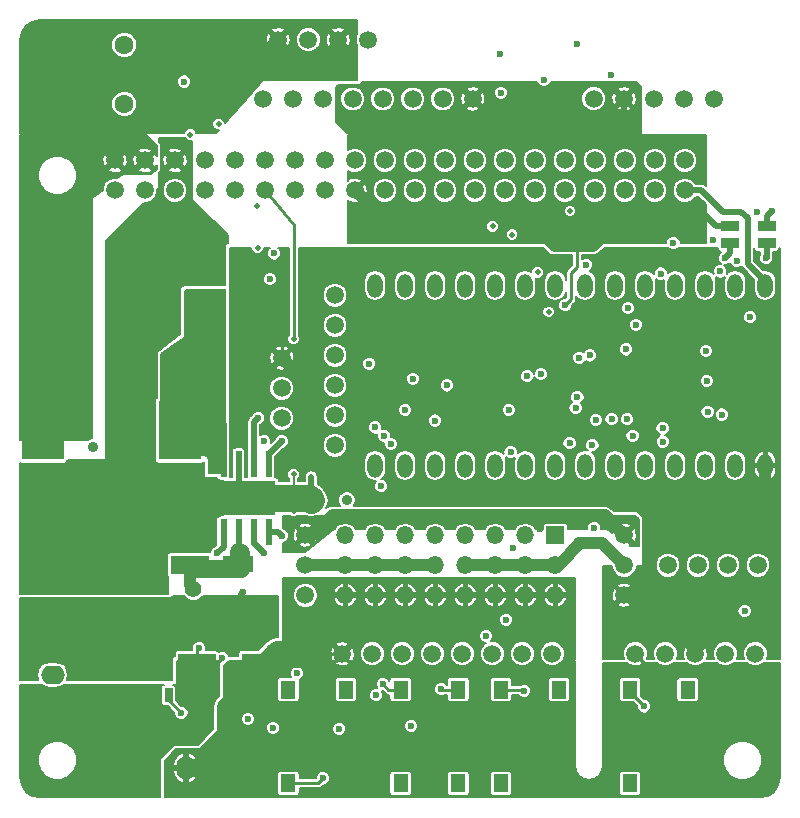
<source format=gtl>
G04 #@! TF.FileFunction,Copper,L1,Top,Signal*
%FSLAX46Y46*%
G04 Gerber Fmt 4.6, Leading zero omitted, Abs format (unit mm)*
G04 Created by KiCad (PCBNEW 4.0.6) date 09/14/17 13:16:33*
%MOMM*%
%LPD*%
G01*
G04 APERTURE LIST*
%ADD10C,0.100000*%
%ADD11C,1.506220*%
%ADD12O,1.300000X2.000000*%
%ADD13R,3.197860X1.597660*%
%ADD14R,4.099560X1.998980*%
%ADD15R,1.498600X0.899160*%
%ADD16R,2.000000X1.000000*%
%ADD17R,1.200000X1.200000*%
%ADD18R,3.400000X3.800000*%
%ADD19R,2.500000X1.400000*%
%ADD20R,3.600000X5.000000*%
%ADD21R,0.700000X0.550000*%
%ADD22R,0.635000X1.250000*%
%ADD23R,0.650000X1.250000*%
%ADD24R,4.600000X3.900000*%
%ADD25R,1.297940X1.549400*%
%ADD26C,1.500000*%
%ADD27R,2.000000X1.600000*%
%ADD28O,2.000000X1.600000*%
%ADD29R,1.600000X2.000000*%
%ADD30O,1.600000X2.000000*%
%ADD31R,0.500000X2.200000*%
%ADD32R,0.500000X2.550000*%
%ADD33R,4.900000X2.900000*%
%ADD34R,3.100000X2.400000*%
%ADD35C,1.200000*%
%ADD36R,1.500000X1.500000*%
%ADD37O,1.500000X1.500000*%
%ADD38C,1.600000*%
%ADD39C,0.600000*%
%ADD40C,0.465000*%
%ADD41C,0.900000*%
%ADD42C,1.400000*%
%ADD43C,1.000000*%
%ADD44C,0.130000*%
%ADD45C,0.500000*%
%ADD46C,1.500000*%
%ADD47C,0.250000*%
%ADD48C,2.300000*%
%ADD49C,0.200000*%
G04 APERTURE END LIST*
D10*
D11*
X95885000Y-57023000D03*
X98425000Y-57023000D03*
X100965000Y-57023000D03*
X103505000Y-57023000D03*
X106045000Y-57023000D03*
X108585000Y-57023000D03*
X111125000Y-57023000D03*
X113665000Y-57023000D03*
X102000000Y-86350000D03*
X102000000Y-83810000D03*
X102000000Y-81270000D03*
X102000000Y-78730000D03*
X102000000Y-76190000D03*
X102000000Y-73650000D03*
X102610000Y-104000000D03*
X105150000Y-104000000D03*
X107690000Y-104000000D03*
X110230000Y-104000000D03*
X112770000Y-104000000D03*
X115310000Y-104000000D03*
X117850000Y-104000000D03*
X120390000Y-104000000D03*
D12*
X138430000Y-88068000D03*
X138430000Y-72828000D03*
X135890000Y-88068000D03*
X135890000Y-72828000D03*
X133350000Y-88068000D03*
X133350000Y-72828000D03*
X130810000Y-88068000D03*
X130810000Y-72828000D03*
X128270000Y-88068000D03*
X128270000Y-72828000D03*
X125730000Y-88068000D03*
X125730000Y-72828000D03*
X123190000Y-88068000D03*
X123190000Y-72828000D03*
X120650000Y-88068000D03*
X120650000Y-72828000D03*
X118110000Y-88068000D03*
X118110000Y-72828000D03*
X115570000Y-88068000D03*
X115570000Y-72828000D03*
X113030000Y-88068000D03*
X113030000Y-72828000D03*
X110490000Y-88068000D03*
X110490000Y-72828000D03*
X107950000Y-88068000D03*
X107950000Y-72828000D03*
X105410000Y-88068000D03*
X105410000Y-72828000D03*
D13*
X90317320Y-104800400D03*
X95712280Y-104800400D03*
X89697480Y-96500000D03*
X84302520Y-96500000D03*
D14*
X77312520Y-73152000D03*
X86009480Y-73152000D03*
D15*
X135450600Y-67750700D03*
X135450600Y-69249300D03*
X138549400Y-69249300D03*
X138549400Y-67750700D03*
D16*
X91059000Y-77379000D03*
D17*
X90139000Y-71879000D03*
X91979000Y-71879000D03*
D18*
X91059000Y-74979000D03*
D19*
X93800000Y-100800000D03*
X93800000Y-96400000D03*
D11*
X97500000Y-78960000D03*
X97500000Y-81500000D03*
X97500000Y-84040000D03*
X130190000Y-96500000D03*
X132730000Y-96500000D03*
X135270000Y-96500000D03*
X137810000Y-96500000D03*
X99500000Y-93960000D03*
X99500000Y-96500000D03*
X99500000Y-99040000D03*
X126500000Y-93960000D03*
X126500000Y-96500000D03*
X126500000Y-99040000D03*
X123920000Y-57000000D03*
X126460000Y-57000000D03*
X129000000Y-57000000D03*
X131540000Y-57000000D03*
X134080000Y-57000000D03*
X127420000Y-104000000D03*
X129960000Y-104000000D03*
X132500000Y-104000000D03*
X135040000Y-104000000D03*
X137580000Y-104000000D03*
D20*
X88858000Y-85090000D03*
X77258000Y-85090000D03*
D21*
X86625000Y-101825000D03*
X85375000Y-101825000D03*
X84050000Y-101825000D03*
D22*
X87905000Y-107525000D03*
D23*
X86635000Y-107525000D03*
D22*
X85365000Y-107525000D03*
X84095000Y-107525000D03*
D24*
X86000000Y-104050000D03*
D21*
X87950000Y-101825000D03*
D25*
X126964440Y-114970560D03*
X126964440Y-107025440D03*
X131861560Y-114970560D03*
X131861560Y-107025440D03*
X116051440Y-114972560D03*
X116051440Y-107027440D03*
X120948560Y-114972560D03*
X120948560Y-107027440D03*
X107551440Y-114972560D03*
X107551440Y-107027440D03*
X112448560Y-114972560D03*
X112448560Y-107027440D03*
X98051440Y-114972560D03*
X98051440Y-107027440D03*
X102948560Y-114972560D03*
X102948560Y-107027440D03*
D26*
X83370000Y-64770000D03*
X83370000Y-62230000D03*
X85910000Y-64770000D03*
X85910000Y-62230000D03*
X88450000Y-64770000D03*
X88450000Y-62230000D03*
X90990000Y-64770000D03*
X90990000Y-62230000D03*
X93530000Y-64770000D03*
X93530000Y-62230000D03*
X96070000Y-64770000D03*
X96070000Y-62230000D03*
X98610000Y-64770000D03*
X98610000Y-62230000D03*
X101150000Y-64770000D03*
X101150000Y-62230000D03*
X103690000Y-64770000D03*
X103690000Y-62230000D03*
X106230000Y-64770000D03*
X106230000Y-62230000D03*
X108770000Y-64770000D03*
X108770000Y-62230000D03*
X111310000Y-64770000D03*
X111310000Y-62230000D03*
X113850000Y-64770000D03*
X113850000Y-62230000D03*
X116390000Y-64770000D03*
X116390000Y-62230000D03*
X118930000Y-64770000D03*
X118930000Y-62230000D03*
X121470000Y-64770000D03*
X121470000Y-62230000D03*
X124010000Y-64770000D03*
X124010000Y-62230000D03*
X126550000Y-64770000D03*
X126550000Y-62230000D03*
X129090000Y-64770000D03*
X129090000Y-62230000D03*
X131630000Y-64770000D03*
X131630000Y-62230000D03*
D27*
X78105000Y-102263000D03*
D28*
X78105000Y-105763000D03*
D29*
X85880000Y-113665000D03*
D30*
X89380000Y-113665000D03*
D31*
X92583000Y-87930000D03*
X92583000Y-93680000D03*
D32*
X93853000Y-88105000D03*
D31*
X93853000Y-93680000D03*
X95123000Y-87930000D03*
X95123000Y-93680000D03*
X96393000Y-87930000D03*
X96393000Y-93680000D03*
D33*
X94488000Y-90805000D03*
D34*
X94488000Y-90805000D03*
D35*
X92988000Y-90055000D03*
X92988000Y-91555000D03*
X94488000Y-90055000D03*
X94488000Y-91555000D03*
X95988000Y-91555000D03*
X95988000Y-90055000D03*
D36*
X120660000Y-93960000D03*
D37*
X118120000Y-93960000D03*
X115580000Y-93960000D03*
X113040000Y-93960000D03*
X110500000Y-93960000D03*
X107960000Y-93960000D03*
X105420000Y-93960000D03*
X102880000Y-93960000D03*
X120660000Y-96500000D03*
X118120000Y-96500000D03*
X115580000Y-96500000D03*
X113040000Y-96500000D03*
X110500000Y-96500000D03*
X107960000Y-96500000D03*
X105420000Y-96500000D03*
X102880000Y-96500000D03*
X120660000Y-99040000D03*
X118120000Y-99040000D03*
X115580000Y-99040000D03*
X113040000Y-99040000D03*
X110500000Y-99040000D03*
X107960000Y-99040000D03*
X105420000Y-99040000D03*
X102880000Y-99040000D03*
D38*
X84150000Y-57450000D03*
X84150000Y-52450000D03*
D11*
X97190000Y-52000000D03*
X99730000Y-52000000D03*
X102270000Y-52000000D03*
X104810000Y-52000000D03*
D39*
X89250000Y-55550000D03*
D40*
X98501200Y-91897200D03*
X98094800Y-90373200D03*
X98501200Y-88798400D03*
X90779600Y-88722200D03*
X90779600Y-90805000D03*
X90779600Y-92837000D03*
D39*
X104394000Y-114173000D03*
D41*
X91500000Y-70000000D03*
X89000000Y-70000000D03*
D39*
X76000000Y-98000000D03*
X78000000Y-98000000D03*
D41*
X100000000Y-91000000D03*
D42*
X87000000Y-98000000D03*
D41*
X97500000Y-73500000D03*
X97500000Y-75500000D03*
X79500000Y-75500000D03*
X80250000Y-74000000D03*
D39*
X96750000Y-110250000D03*
D41*
X78500000Y-69500000D03*
X79000000Y-70500000D03*
X81000000Y-85000000D03*
X79500000Y-80000000D03*
D39*
X125400000Y-55000000D03*
X122600000Y-58100000D03*
X121500000Y-74500000D03*
X111480600Y-81280000D03*
X108610400Y-80721200D03*
X116713000Y-83362800D03*
X107950000Y-83362800D03*
X116865400Y-86918800D03*
X117043200Y-95072200D03*
X104902000Y-79451200D03*
X118287800Y-80492600D03*
X105918000Y-89814400D03*
X114808000Y-102489000D03*
X126669800Y-78232000D03*
X123799600Y-86334600D03*
X123952000Y-93319600D03*
X119443500Y-80327500D03*
X122529600Y-82270600D03*
X126746000Y-84150200D03*
X125412500Y-84137500D03*
D40*
X92150000Y-59150000D03*
X120100000Y-75050000D03*
X117000000Y-68500000D03*
D39*
X133540500Y-83502500D03*
X123596400Y-78740000D03*
D40*
X89750000Y-60050000D03*
X121900000Y-66500000D03*
X119150000Y-71700000D03*
X115350000Y-67800000D03*
D39*
X134747000Y-83743800D03*
X122682000Y-78930500D03*
X133477000Y-80899000D03*
X96850000Y-70100000D03*
X133413500Y-78359000D03*
D40*
X95450000Y-69600000D03*
X95400000Y-66050000D03*
D39*
X119700000Y-55450000D03*
X116050000Y-56500000D03*
X128193800Y-108458000D03*
X136677400Y-100380800D03*
X137160000Y-75514200D03*
X134620000Y-71628000D03*
X129590800Y-71805800D03*
X129743200Y-86029800D03*
X116509800Y-101117400D03*
X118033800Y-107137200D03*
X134010400Y-68935600D03*
X136017000Y-70713600D03*
X137718800Y-66624200D03*
X126809500Y-74739500D03*
X127482600Y-76149200D03*
X129730500Y-84899500D03*
X105410000Y-84836000D03*
X127190500Y-85534500D03*
X106172000Y-85534500D03*
X110464600Y-84251800D03*
X124079000Y-84201000D03*
X106743500Y-86233000D03*
X121856500Y-86169500D03*
X106045000Y-106553000D03*
X92456000Y-104394000D03*
X90500000Y-103500000D03*
X135000000Y-70500000D03*
X138500000Y-70500000D03*
X139000000Y-66500000D03*
X94640400Y-109524800D03*
X111000000Y-107000000D03*
X105500000Y-107500000D03*
X89000000Y-109000000D03*
X94183200Y-98766400D03*
X94900000Y-99300000D03*
X119329200Y-93395800D03*
X122364500Y-83185000D03*
D41*
X96500000Y-100500000D03*
X102997000Y-90995500D03*
D39*
X108458000Y-110109000D03*
X100965000Y-114554000D03*
D42*
X90000000Y-98500000D03*
D39*
X95500000Y-84000000D03*
X92000000Y-95500000D03*
X96000000Y-86000000D03*
X91500000Y-84500000D03*
X97500000Y-94000000D03*
X97500000Y-86000000D03*
D41*
X81500000Y-86500000D03*
D39*
X96000000Y-95500000D03*
D40*
X98500000Y-77350000D03*
D39*
X102362000Y-110363000D03*
X130657600Y-69189600D03*
X123266200Y-71069200D03*
X96500000Y-72300000D03*
X98780600Y-105664000D03*
X115950000Y-53250000D03*
X122450000Y-52400000D03*
D43*
X86009480Y-73152000D02*
X86009480Y-72990520D01*
X86009480Y-72990520D02*
X89000000Y-70000000D01*
D44*
X98094800Y-91490800D02*
X98094800Y-90373200D01*
X98501200Y-91897200D02*
X98094800Y-91490800D01*
X98501200Y-88798400D02*
X98501200Y-89966800D01*
X98501200Y-89966800D02*
X98094800Y-90373200D01*
X98094800Y-90373200D02*
X98094800Y-90805000D01*
X90754200Y-88747600D02*
X90754200Y-90805000D01*
X90779600Y-88722200D02*
X90754200Y-88747600D01*
X90779600Y-92837000D02*
X90779600Y-90805000D01*
D45*
X138430000Y-72828000D02*
X138430000Y-72466200D01*
X138430000Y-72466200D02*
X136931400Y-70967600D01*
X136931400Y-70967600D02*
X136931400Y-67132200D01*
X136931400Y-67132200D02*
X136398000Y-66598800D01*
X136398000Y-66598800D02*
X134823200Y-66598800D01*
X134823200Y-66598800D02*
X132994400Y-64770000D01*
X132994400Y-64770000D02*
X131630000Y-64770000D01*
D46*
X95697480Y-105500000D02*
X95697480Y-105552520D01*
X95697480Y-105552520D02*
X92750000Y-108500000D01*
X91335000Y-113665000D02*
X89380000Y-113665000D01*
X92750000Y-112250000D02*
X91335000Y-113665000D01*
X92750000Y-108500000D02*
X92750000Y-112250000D01*
D47*
X94488000Y-90805000D02*
X93853000Y-90170000D01*
X93853000Y-90170000D02*
X93853000Y-88105000D01*
D48*
X102948560Y-114972560D02*
X102948560Y-113362560D01*
X100533200Y-110947200D02*
X100533200Y-104000000D01*
X102948560Y-113362560D02*
X100533200Y-110947200D01*
D47*
X102610000Y-104000000D02*
X100533200Y-104000000D01*
D48*
X100533200Y-104000000D02*
X97197480Y-104000000D01*
X97197480Y-104000000D02*
X95697480Y-105500000D01*
D43*
X126898400Y-112776000D02*
X126517400Y-112776000D01*
X129667000Y-112776000D02*
X126898400Y-112776000D01*
X124206000Y-115443000D02*
X121419000Y-115443000D01*
X125476000Y-114173000D02*
X124206000Y-115443000D01*
X125476000Y-113792000D02*
X125476000Y-114173000D01*
X126517400Y-112776000D02*
X125476000Y-113792000D01*
D47*
X127420000Y-104000000D02*
X127420000Y-104052000D01*
X127420000Y-104052000D02*
X129667000Y-106299000D01*
D43*
X129667000Y-106299000D02*
X129667000Y-112776000D01*
D47*
X120948560Y-114972560D02*
X121419000Y-115443000D01*
D43*
X129667000Y-112776000D02*
X131861560Y-114970560D01*
X120948560Y-114972560D02*
X118117000Y-112141000D01*
X106426000Y-112141000D02*
X104394000Y-114173000D01*
X118117000Y-112141000D02*
X106426000Y-112141000D01*
D47*
X102948560Y-114972560D02*
X103594440Y-114972560D01*
D43*
X103594440Y-114972560D02*
X104394000Y-114173000D01*
X91979000Y-70479000D02*
X91979000Y-71879000D01*
X91500000Y-70000000D02*
X91503500Y-70003500D01*
X91503500Y-70003500D02*
X91979000Y-70479000D01*
X90139000Y-71879000D02*
X90139000Y-71139000D01*
X90139000Y-71139000D02*
X89000000Y-70000000D01*
D45*
X100000000Y-89000000D02*
X100000000Y-91000000D01*
X87000000Y-98000000D02*
X78000000Y-98000000D01*
X100000000Y-91000000D02*
X99805000Y-90805000D01*
X99805000Y-90805000D02*
X100000000Y-91000000D01*
D48*
X94488000Y-90805000D02*
X98094800Y-90805000D01*
X98094800Y-90805000D02*
X99805000Y-90805000D01*
X99805000Y-90805000D02*
X100000000Y-91000000D01*
X94488000Y-90805000D02*
X90754200Y-90805000D01*
X90754200Y-90805000D02*
X86695000Y-90805000D01*
X86695000Y-90805000D02*
X84302520Y-93197480D01*
X84302520Y-93197480D02*
X84302520Y-96500000D01*
D43*
X84302520Y-96500000D02*
X85500000Y-96500000D01*
X85500000Y-96500000D02*
X87000000Y-98000000D01*
X83370000Y-62230000D02*
X83370000Y-61410000D01*
X92040000Y-57150000D02*
X97190000Y-52000000D01*
X87630000Y-57150000D02*
X92040000Y-57150000D01*
X83370000Y-61410000D02*
X87630000Y-57150000D01*
X102270000Y-52000000D02*
X102235000Y-52035000D01*
X102235000Y-52035000D02*
X102235000Y-52705000D01*
X102235000Y-52705000D02*
X100965000Y-53975000D01*
X100965000Y-53975000D02*
X98425000Y-53975000D01*
X98425000Y-53975000D02*
X97190000Y-52740000D01*
X97190000Y-52740000D02*
X97190000Y-52000000D01*
X97500000Y-75500000D02*
X97500000Y-73500000D01*
D47*
X97500000Y-75500000D02*
X97500000Y-77700000D01*
X97500000Y-77700000D02*
X97500000Y-78960000D01*
D48*
X77258000Y-85090000D02*
X78410000Y-85090000D01*
D45*
X77312520Y-73152000D02*
X77312520Y-76187480D01*
X77312520Y-76187480D02*
X78000000Y-75500000D01*
D43*
X78000000Y-75500000D02*
X79500000Y-75500000D01*
D45*
X77312520Y-73152000D02*
X79402000Y-73152000D01*
D43*
X79402000Y-73152000D02*
X80250000Y-74000000D01*
X129750000Y-92880000D02*
X127870000Y-91000000D01*
X99750000Y-81210000D02*
X97500000Y-78960000D01*
X99750000Y-87250000D02*
X99750000Y-81210000D01*
X101500000Y-89000000D02*
X99750000Y-87250000D01*
X103250000Y-89000000D02*
X101500000Y-89000000D01*
X105250000Y-91000000D02*
X103250000Y-89000000D01*
X127870000Y-91000000D02*
X105250000Y-91000000D01*
X126500000Y-99040000D02*
X128275400Y-99040000D01*
X128275400Y-99040000D02*
X132500000Y-103264600D01*
X132500000Y-103264600D02*
X132500000Y-104000000D01*
X138430000Y-88068000D02*
X138430000Y-90297000D01*
X127528000Y-99040000D02*
X126500000Y-99040000D01*
X128676400Y-97866200D02*
X127528000Y-99040000D01*
X128676400Y-93929200D02*
X128676400Y-97866200D01*
X129794000Y-92837000D02*
X129750000Y-92880000D01*
X129750000Y-92880000D02*
X128676400Y-93929200D01*
X135890000Y-92837000D02*
X129794000Y-92837000D01*
X138430000Y-90297000D02*
X135890000Y-92837000D01*
X77312520Y-73152000D02*
X77312520Y-70687480D01*
X77312520Y-70687480D02*
X78500000Y-69500000D01*
D45*
X77312520Y-73152000D02*
X77312520Y-72687480D01*
D43*
X77312520Y-72687480D02*
X79000000Y-71000000D01*
D45*
X79000000Y-71000000D02*
X79000000Y-70500000D01*
D43*
X77258000Y-85090000D02*
X80910000Y-85090000D01*
D45*
X80910000Y-85090000D02*
X81000000Y-85000000D01*
X77258000Y-85090000D02*
X77258000Y-82242000D01*
D43*
X77258000Y-82242000D02*
X79500000Y-80000000D01*
D48*
X77258000Y-85090000D02*
X77258000Y-73206520D01*
X77258000Y-73206520D02*
X77312520Y-73152000D01*
D45*
X126460000Y-57000000D02*
X126460000Y-57944000D01*
X126460000Y-57944000D02*
X125349000Y-59055000D01*
X125349000Y-59055000D02*
X125349000Y-67437000D01*
X125349000Y-67437000D02*
X124841000Y-67945000D01*
X113665000Y-57023000D02*
X115189000Y-58547000D01*
X115189000Y-58547000D02*
X115189000Y-66250000D01*
X132486400Y-66250000D02*
X132721800Y-66250000D01*
X124841000Y-67945000D02*
X126536000Y-66250000D01*
X132486400Y-66250000D02*
X126536000Y-66250000D01*
X134222500Y-67750700D02*
X135450600Y-67750700D01*
X132721800Y-66250000D02*
X134222500Y-67750700D01*
X135450600Y-67750700D02*
X135250700Y-67750700D01*
D43*
X117983000Y-67945000D02*
X117983000Y-67483000D01*
X117983000Y-67483000D02*
X117950000Y-66250000D01*
X105170000Y-66250000D02*
X103690000Y-64770000D01*
X117950000Y-66250000D02*
X115189000Y-66250000D01*
X115189000Y-66250000D02*
X105170000Y-66250000D01*
D47*
X83370000Y-64770000D02*
X83370000Y-64630000D01*
X122500000Y-69500000D02*
X122500000Y-69469000D01*
X122500000Y-71250000D02*
X122500000Y-69500000D01*
X122000000Y-71750000D02*
X122500000Y-71250000D01*
X122000000Y-74000000D02*
X122000000Y-71750000D01*
X121500000Y-74500000D02*
X122000000Y-74000000D01*
D43*
X124841000Y-67945000D02*
X124841000Y-68453000D01*
X124841000Y-68453000D02*
X123825000Y-69469000D01*
X123825000Y-69469000D02*
X122500000Y-69469000D01*
X122500000Y-69469000D02*
X120586500Y-69469000D01*
X120586500Y-69469000D02*
X119062500Y-67945000D01*
X119062500Y-67945000D02*
X117983000Y-67945000D01*
D47*
X126964440Y-107025440D02*
X126964440Y-107228640D01*
X126964440Y-107228640D02*
X128193800Y-108458000D01*
X116051440Y-107027440D02*
X117924040Y-107027440D01*
X117924040Y-107027440D02*
X118033800Y-107137200D01*
X107551440Y-107027440D02*
X106519440Y-107027440D01*
X106519440Y-107027440D02*
X106045000Y-106553000D01*
X92456000Y-104394000D02*
X91350000Y-105500000D01*
X91350000Y-105500000D02*
X90302520Y-105500000D01*
D46*
X90302520Y-105500000D02*
X90302520Y-109697480D01*
X85880000Y-110500000D02*
X85880000Y-113665000D01*
X89500000Y-110500000D02*
X85880000Y-110500000D01*
X90302520Y-109697480D02*
X89500000Y-110500000D01*
D47*
X90500000Y-103500000D02*
X90302520Y-103697480D01*
X90302520Y-103697480D02*
X90302520Y-105500000D01*
D43*
X85365000Y-107525000D02*
X84095000Y-107525000D01*
X86635000Y-107525000D02*
X85365000Y-107525000D01*
D46*
X85880000Y-113665000D02*
X85880000Y-108280000D01*
D43*
X85880000Y-108280000D02*
X86635000Y-107525000D01*
D45*
X135450600Y-70049400D02*
X135450600Y-69249300D01*
X135000000Y-70500000D02*
X135450600Y-70049400D01*
X138549400Y-70450600D02*
X138549400Y-69249300D01*
X138500000Y-70500000D02*
X138549400Y-70450600D01*
X138549400Y-66950600D02*
X138549400Y-67750700D01*
X139000000Y-66500000D02*
X138549400Y-66950600D01*
D47*
X111027440Y-107027440D02*
X112448560Y-107027440D01*
X111000000Y-107000000D02*
X111027440Y-107027440D01*
X87905000Y-107525000D02*
X87905000Y-107905000D01*
X87905000Y-107905000D02*
X89000000Y-109000000D01*
D45*
X94000000Y-101200000D02*
X94000000Y-98949600D01*
X94000000Y-98949600D02*
X94183200Y-98766400D01*
X94000000Y-101200000D02*
X94000000Y-100868800D01*
X94000000Y-100868800D02*
X94900000Y-99300000D01*
D47*
X119329200Y-92252800D02*
X119329200Y-92265500D01*
X119329200Y-93395800D02*
X119329200Y-92252800D01*
D43*
X99500000Y-93960000D02*
X100096000Y-93960000D01*
X100096000Y-93960000D02*
X101790500Y-92265500D01*
X101790500Y-92265500D02*
X119329200Y-92265500D01*
X119329200Y-92265500D02*
X121920000Y-92265500D01*
X124841000Y-92265500D02*
X126500000Y-93960000D01*
X121920000Y-92265500D02*
X124841000Y-92265500D01*
X126500000Y-93960000D02*
X126500000Y-93960000D01*
D45*
X95800000Y-101200000D02*
X94000000Y-101200000D01*
X96500000Y-100500000D02*
X95800000Y-101200000D01*
D48*
X94000000Y-101200000D02*
X88850000Y-101200000D01*
X88850000Y-101200000D02*
X86000000Y-104050000D01*
X78105000Y-102263000D02*
X84213000Y-102263000D01*
X84213000Y-102263000D02*
X86000000Y-104050000D01*
D43*
X105420000Y-96500000D02*
X107960000Y-96500000D01*
X107960000Y-96500000D02*
X110500000Y-96500000D01*
X102880000Y-96500000D02*
X99500000Y-96500000D01*
X102880000Y-96500000D02*
X105380002Y-96500000D01*
X105380002Y-96500000D02*
X105420000Y-96539998D01*
X120482200Y-96474600D02*
X120543000Y-96474600D01*
X120543000Y-96474600D02*
X120929400Y-96469200D01*
X120929400Y-96469200D02*
X122707400Y-94615000D01*
X124615000Y-94615000D02*
X126500000Y-96500000D01*
X122656600Y-94615000D02*
X122707400Y-94615000D01*
X122707400Y-94615000D02*
X124615000Y-94615000D01*
X118120000Y-96500000D02*
X120482200Y-96474600D01*
X115580000Y-96500000D02*
X118120000Y-96500000D01*
X113040000Y-96500000D02*
X115580000Y-96500000D01*
D47*
X98051440Y-114972560D02*
X100546440Y-114972560D01*
X100546440Y-114972560D02*
X100965000Y-114554000D01*
D43*
X89697480Y-96500000D02*
X89697480Y-98197480D01*
X89697480Y-98197480D02*
X90000000Y-98500000D01*
D46*
X94000000Y-96800000D02*
X89997480Y-96800000D01*
X89997480Y-96800000D02*
X89697480Y-96500000D01*
X93853000Y-95353000D02*
X93853000Y-96653000D01*
X93853000Y-96653000D02*
X94000000Y-96800000D01*
D45*
X93853000Y-93680000D02*
X93853000Y-95353000D01*
D46*
X94000000Y-95500000D02*
X94000000Y-96800000D01*
X93853000Y-95353000D02*
X94000000Y-95500000D01*
D45*
X95123000Y-87930000D02*
X95123000Y-84377000D01*
X95123000Y-84377000D02*
X95500000Y-84000000D01*
X92583000Y-94917000D02*
X92583000Y-93680000D01*
X92000000Y-95500000D02*
X92583000Y-94917000D01*
X91059000Y-75879000D02*
X91059000Y-83059000D01*
X91059000Y-83059000D02*
X91500000Y-83500000D01*
X92583000Y-87930000D02*
X92583000Y-84583000D01*
X91500000Y-83500000D02*
X89000000Y-85000000D01*
X92583000Y-84583000D02*
X91500000Y-83500000D01*
X89000000Y-85000000D02*
X88858000Y-85090000D01*
X96393000Y-93680000D02*
X97180000Y-93680000D01*
X97180000Y-93680000D02*
X97500000Y-94000000D01*
X96393000Y-87930000D02*
X96393000Y-87107000D01*
X97500000Y-86000000D02*
X96393000Y-87107000D01*
X95123000Y-93680000D02*
X95123000Y-94623000D01*
X95123000Y-94623000D02*
X96000000Y-95500000D01*
D47*
X98500000Y-67700000D02*
X96070000Y-64770000D01*
X98500000Y-77350000D02*
X98500000Y-67700000D01*
D49*
G36*
X92200000Y-107565076D02*
X92007538Y-107757538D01*
X91779926Y-108098182D01*
X91700000Y-108500000D01*
X91700000Y-110375736D01*
X90375736Y-111700000D01*
X88500000Y-111700000D01*
X88387112Y-111722050D01*
X88287868Y-111787868D01*
X87287868Y-112787868D01*
X87223636Y-112883283D01*
X87200000Y-113000000D01*
X87200000Y-116150000D01*
X77034472Y-116150000D01*
X76371196Y-116018066D01*
X75838122Y-115661878D01*
X75481934Y-115128804D01*
X75350000Y-114465527D01*
X75350000Y-113326765D01*
X76849715Y-113326765D01*
X77100383Y-113933429D01*
X77564130Y-114397986D01*
X78170355Y-114649713D01*
X78826765Y-114650285D01*
X79433429Y-114399617D01*
X79897986Y-113935870D01*
X80149713Y-113329645D01*
X80150285Y-112673235D01*
X79899617Y-112066571D01*
X79435870Y-111602014D01*
X78829645Y-111350287D01*
X78173235Y-111349715D01*
X77566571Y-111600383D01*
X77102014Y-112064130D01*
X76850287Y-112670355D01*
X76849715Y-113326765D01*
X75350000Y-113326765D01*
X75350000Y-106600000D01*
X77190287Y-106600000D01*
X77458579Y-106779267D01*
X77879531Y-106863000D01*
X78330469Y-106863000D01*
X78751421Y-106779267D01*
X79019713Y-106600000D01*
X87556267Y-106600000D01*
X87476327Y-106615042D01*
X87374221Y-106680745D01*
X87305722Y-106780997D01*
X87281623Y-106900000D01*
X87281623Y-108150000D01*
X87302542Y-108261173D01*
X87368245Y-108363279D01*
X87468497Y-108431778D01*
X87587500Y-108455877D01*
X87854837Y-108455877D01*
X88399999Y-109001039D01*
X88399896Y-109118824D01*
X88491048Y-109339429D01*
X88659683Y-109508359D01*
X88880129Y-109599896D01*
X89118824Y-109600104D01*
X89339429Y-109508952D01*
X89508359Y-109340317D01*
X89599896Y-109119871D01*
X89600104Y-108881176D01*
X89508952Y-108660571D01*
X89340317Y-108491641D01*
X89119871Y-108400104D01*
X89001040Y-108400000D01*
X88528377Y-107927337D01*
X88528377Y-106900000D01*
X88507458Y-106788827D01*
X88441755Y-106686721D01*
X88341503Y-106618222D01*
X88251521Y-106600000D01*
X88500000Y-106600000D01*
X88538906Y-106592121D01*
X88571681Y-106569727D01*
X88593161Y-106536346D01*
X88600000Y-106500000D01*
X88600000Y-106029021D01*
X88605877Y-106000000D01*
X88605877Y-104600000D01*
X92200000Y-104600000D01*
X92200000Y-107565076D01*
X92200000Y-107565076D01*
G37*
X92200000Y-107565076D02*
X92007538Y-107757538D01*
X91779926Y-108098182D01*
X91700000Y-108500000D01*
X91700000Y-110375736D01*
X90375736Y-111700000D01*
X88500000Y-111700000D01*
X88387112Y-111722050D01*
X88287868Y-111787868D01*
X87287868Y-112787868D01*
X87223636Y-112883283D01*
X87200000Y-113000000D01*
X87200000Y-116150000D01*
X77034472Y-116150000D01*
X76371196Y-116018066D01*
X75838122Y-115661878D01*
X75481934Y-115128804D01*
X75350000Y-114465527D01*
X75350000Y-113326765D01*
X76849715Y-113326765D01*
X77100383Y-113933429D01*
X77564130Y-114397986D01*
X78170355Y-114649713D01*
X78826765Y-114650285D01*
X79433429Y-114399617D01*
X79897986Y-113935870D01*
X80149713Y-113329645D01*
X80150285Y-112673235D01*
X79899617Y-112066571D01*
X79435870Y-111602014D01*
X78829645Y-111350287D01*
X78173235Y-111349715D01*
X77566571Y-111600383D01*
X77102014Y-112064130D01*
X76850287Y-112670355D01*
X76849715Y-113326765D01*
X75350000Y-113326765D01*
X75350000Y-106600000D01*
X77190287Y-106600000D01*
X77458579Y-106779267D01*
X77879531Y-106863000D01*
X78330469Y-106863000D01*
X78751421Y-106779267D01*
X79019713Y-106600000D01*
X87556267Y-106600000D01*
X87476327Y-106615042D01*
X87374221Y-106680745D01*
X87305722Y-106780997D01*
X87281623Y-106900000D01*
X87281623Y-108150000D01*
X87302542Y-108261173D01*
X87368245Y-108363279D01*
X87468497Y-108431778D01*
X87587500Y-108455877D01*
X87854837Y-108455877D01*
X88399999Y-109001039D01*
X88399896Y-109118824D01*
X88491048Y-109339429D01*
X88659683Y-109508359D01*
X88880129Y-109599896D01*
X89118824Y-109600104D01*
X89339429Y-109508952D01*
X89508359Y-109340317D01*
X89599896Y-109119871D01*
X89600104Y-108881176D01*
X89508952Y-108660571D01*
X89340317Y-108491641D01*
X89119871Y-108400104D01*
X89001040Y-108400000D01*
X88528377Y-107927337D01*
X88528377Y-106900000D01*
X88507458Y-106788827D01*
X88441755Y-106686721D01*
X88341503Y-106618222D01*
X88251521Y-106600000D01*
X88500000Y-106600000D01*
X88538906Y-106592121D01*
X88571681Y-106569727D01*
X88593161Y-106536346D01*
X88600000Y-106500000D01*
X88600000Y-106029021D01*
X88605877Y-106000000D01*
X88605877Y-104600000D01*
X92200000Y-104600000D01*
X92200000Y-107565076D01*
G36*
X102017859Y-104804273D02*
X102106411Y-104948325D01*
X102507653Y-105068853D01*
X102924476Y-105026658D01*
X103113589Y-104948325D01*
X103202141Y-104804273D01*
X102997868Y-104600000D01*
X104260929Y-104600000D01*
X104552682Y-104892263D01*
X104939604Y-105052927D01*
X105358558Y-105053293D01*
X105745760Y-104893304D01*
X106039576Y-104600000D01*
X106800929Y-104600000D01*
X107092682Y-104892263D01*
X107479604Y-105052927D01*
X107898558Y-105053293D01*
X108285760Y-104893304D01*
X108579576Y-104600000D01*
X109340929Y-104600000D01*
X109632682Y-104892263D01*
X110019604Y-105052927D01*
X110438558Y-105053293D01*
X110825760Y-104893304D01*
X111119576Y-104600000D01*
X111880929Y-104600000D01*
X112172682Y-104892263D01*
X112559604Y-105052927D01*
X112978558Y-105053293D01*
X113365760Y-104893304D01*
X113659576Y-104600000D01*
X114420929Y-104600000D01*
X114712682Y-104892263D01*
X115099604Y-105052927D01*
X115518558Y-105053293D01*
X115905760Y-104893304D01*
X116199576Y-104600000D01*
X116960929Y-104600000D01*
X117252682Y-104892263D01*
X117639604Y-105052927D01*
X118058558Y-105053293D01*
X118445760Y-104893304D01*
X118739576Y-104600000D01*
X119500929Y-104600000D01*
X119792682Y-104892263D01*
X120179604Y-105052927D01*
X120598558Y-105053293D01*
X120985760Y-104893304D01*
X121279576Y-104600000D01*
X122300000Y-104600000D01*
X122300000Y-113500000D01*
X122391345Y-113959220D01*
X122651472Y-114348528D01*
X123040780Y-114608655D01*
X123500000Y-114700000D01*
X123959220Y-114608655D01*
X124348528Y-114348528D01*
X124450537Y-114195860D01*
X126009593Y-114195860D01*
X126009593Y-115745260D01*
X126030512Y-115856433D01*
X126096215Y-115958539D01*
X126196467Y-116027038D01*
X126315470Y-116051137D01*
X127613410Y-116051137D01*
X127724583Y-116030218D01*
X127826689Y-115964515D01*
X127895188Y-115864263D01*
X127919287Y-115745260D01*
X127919287Y-114195860D01*
X127898368Y-114084687D01*
X127832665Y-113982581D01*
X127732413Y-113914082D01*
X127613410Y-113889983D01*
X126315470Y-113889983D01*
X126204297Y-113910902D01*
X126102191Y-113976605D01*
X126033692Y-114076857D01*
X126009593Y-114195860D01*
X124450537Y-114195860D01*
X124608655Y-113959220D01*
X124700000Y-113500000D01*
X124700000Y-113326765D01*
X134849715Y-113326765D01*
X135100383Y-113933429D01*
X135564130Y-114397986D01*
X136170355Y-114649713D01*
X136826765Y-114650285D01*
X137433429Y-114399617D01*
X137897986Y-113935870D01*
X138149713Y-113329645D01*
X138150285Y-112673235D01*
X137899617Y-112066571D01*
X137435870Y-111602014D01*
X136829645Y-111350287D01*
X136173235Y-111349715D01*
X135566571Y-111600383D01*
X135102014Y-112064130D01*
X134850287Y-112670355D01*
X134849715Y-113326765D01*
X124700000Y-113326765D01*
X124700000Y-106250740D01*
X126009593Y-106250740D01*
X126009593Y-107800140D01*
X126030512Y-107911313D01*
X126096215Y-108013419D01*
X126196467Y-108081918D01*
X126315470Y-108106017D01*
X127240777Y-108106017D01*
X127593799Y-108459039D01*
X127593696Y-108576824D01*
X127684848Y-108797429D01*
X127853483Y-108966359D01*
X128073929Y-109057896D01*
X128312624Y-109058104D01*
X128533229Y-108966952D01*
X128702159Y-108798317D01*
X128793696Y-108577871D01*
X128793904Y-108339176D01*
X128702752Y-108118571D01*
X128534117Y-107949641D01*
X128313671Y-107858104D01*
X128194841Y-107858000D01*
X127919287Y-107582446D01*
X127919287Y-106250740D01*
X130906713Y-106250740D01*
X130906713Y-107800140D01*
X130927632Y-107911313D01*
X130993335Y-108013419D01*
X131093587Y-108081918D01*
X131212590Y-108106017D01*
X132510530Y-108106017D01*
X132621703Y-108085098D01*
X132723809Y-108019395D01*
X132792308Y-107919143D01*
X132816407Y-107800140D01*
X132816407Y-106250740D01*
X132795488Y-106139567D01*
X132729785Y-106037461D01*
X132629533Y-105968962D01*
X132510530Y-105944863D01*
X131212590Y-105944863D01*
X131101417Y-105965782D01*
X130999311Y-106031485D01*
X130930812Y-106131737D01*
X130906713Y-106250740D01*
X127919287Y-106250740D01*
X127898368Y-106139567D01*
X127832665Y-106037461D01*
X127732413Y-105968962D01*
X127613410Y-105944863D01*
X126315470Y-105944863D01*
X126204297Y-105965782D01*
X126102191Y-106031485D01*
X126033692Y-106131737D01*
X126009593Y-106250740D01*
X124700000Y-106250740D01*
X124700000Y-104800000D01*
X126704270Y-104800000D01*
X126768202Y-104863932D01*
X126827860Y-104804274D01*
X126916411Y-104948325D01*
X127317653Y-105068853D01*
X127734476Y-105026658D01*
X127923589Y-104948325D01*
X128012140Y-104804274D01*
X128071798Y-104863932D01*
X128135730Y-104800000D01*
X129270580Y-104800000D01*
X129362682Y-104892263D01*
X129749604Y-105052927D01*
X130168558Y-105053293D01*
X130555760Y-104893304D01*
X130649227Y-104800000D01*
X131810580Y-104800000D01*
X131902682Y-104892263D01*
X132289604Y-105052927D01*
X132708558Y-105053293D01*
X133095760Y-104893304D01*
X133189227Y-104800000D01*
X134350580Y-104800000D01*
X134442682Y-104892263D01*
X134829604Y-105052927D01*
X135248558Y-105053293D01*
X135635760Y-104893304D01*
X135729227Y-104800000D01*
X136890580Y-104800000D01*
X136982682Y-104892263D01*
X137369604Y-105052927D01*
X137788558Y-105053293D01*
X138175760Y-104893304D01*
X138269227Y-104800000D01*
X139650000Y-104800000D01*
X139650000Y-114465528D01*
X139518066Y-115128804D01*
X139161878Y-115661878D01*
X138628804Y-116018066D01*
X137965527Y-116150000D01*
X87600000Y-116150000D01*
X87600000Y-113988225D01*
X88282364Y-113988225D01*
X88413073Y-114398892D01*
X88690988Y-114728279D01*
X89061376Y-114917844D01*
X89230000Y-114878965D01*
X89230000Y-113815000D01*
X89530000Y-113815000D01*
X89530000Y-114878965D01*
X89698624Y-114917844D01*
X90069012Y-114728279D01*
X90346927Y-114398892D01*
X90410912Y-114197860D01*
X97096593Y-114197860D01*
X97096593Y-115747260D01*
X97117512Y-115858433D01*
X97183215Y-115960539D01*
X97283467Y-116029038D01*
X97402470Y-116053137D01*
X98700410Y-116053137D01*
X98811583Y-116032218D01*
X98913689Y-115966515D01*
X98982188Y-115866263D01*
X99006287Y-115747260D01*
X99006287Y-115397560D01*
X100546440Y-115397560D01*
X100682097Y-115370576D01*
X100709081Y-115365209D01*
X100846960Y-115273080D01*
X100966039Y-115154001D01*
X101083824Y-115154104D01*
X101304429Y-115062952D01*
X101473359Y-114894317D01*
X101564896Y-114673871D01*
X101565104Y-114435176D01*
X101473952Y-114214571D01*
X101457271Y-114197860D01*
X106596593Y-114197860D01*
X106596593Y-115747260D01*
X106617512Y-115858433D01*
X106683215Y-115960539D01*
X106783467Y-116029038D01*
X106902470Y-116053137D01*
X108200410Y-116053137D01*
X108311583Y-116032218D01*
X108413689Y-115966515D01*
X108482188Y-115866263D01*
X108506287Y-115747260D01*
X108506287Y-114197860D01*
X111493713Y-114197860D01*
X111493713Y-115747260D01*
X111514632Y-115858433D01*
X111580335Y-115960539D01*
X111680587Y-116029038D01*
X111799590Y-116053137D01*
X113097530Y-116053137D01*
X113208703Y-116032218D01*
X113310809Y-115966515D01*
X113379308Y-115866263D01*
X113403407Y-115747260D01*
X113403407Y-114197860D01*
X115096593Y-114197860D01*
X115096593Y-115747260D01*
X115117512Y-115858433D01*
X115183215Y-115960539D01*
X115283467Y-116029038D01*
X115402470Y-116053137D01*
X116700410Y-116053137D01*
X116811583Y-116032218D01*
X116913689Y-115966515D01*
X116982188Y-115866263D01*
X117006287Y-115747260D01*
X117006287Y-114197860D01*
X116985368Y-114086687D01*
X116919665Y-113984581D01*
X116819413Y-113916082D01*
X116700410Y-113891983D01*
X115402470Y-113891983D01*
X115291297Y-113912902D01*
X115189191Y-113978605D01*
X115120692Y-114078857D01*
X115096593Y-114197860D01*
X113403407Y-114197860D01*
X113382488Y-114086687D01*
X113316785Y-113984581D01*
X113216533Y-113916082D01*
X113097530Y-113891983D01*
X111799590Y-113891983D01*
X111688417Y-113912902D01*
X111586311Y-113978605D01*
X111517812Y-114078857D01*
X111493713Y-114197860D01*
X108506287Y-114197860D01*
X108485368Y-114086687D01*
X108419665Y-113984581D01*
X108319413Y-113916082D01*
X108200410Y-113891983D01*
X106902470Y-113891983D01*
X106791297Y-113912902D01*
X106689191Y-113978605D01*
X106620692Y-114078857D01*
X106596593Y-114197860D01*
X101457271Y-114197860D01*
X101305317Y-114045641D01*
X101084871Y-113954104D01*
X100846176Y-113953896D01*
X100625571Y-114045048D01*
X100456641Y-114213683D01*
X100365104Y-114434129D01*
X100365005Y-114547560D01*
X99006287Y-114547560D01*
X99006287Y-114197860D01*
X98985368Y-114086687D01*
X98919665Y-113984581D01*
X98819413Y-113916082D01*
X98700410Y-113891983D01*
X97402470Y-113891983D01*
X97291297Y-113912902D01*
X97189191Y-113978605D01*
X97120692Y-114078857D01*
X97096593Y-114197860D01*
X90410912Y-114197860D01*
X90477636Y-113988225D01*
X90408399Y-113815000D01*
X89530000Y-113815000D01*
X89230000Y-113815000D01*
X88351601Y-113815000D01*
X88282364Y-113988225D01*
X87600000Y-113988225D01*
X87600000Y-113341775D01*
X88282364Y-113341775D01*
X88351601Y-113515000D01*
X89230000Y-113515000D01*
X89230000Y-112451035D01*
X89530000Y-112451035D01*
X89530000Y-113515000D01*
X90408399Y-113515000D01*
X90477636Y-113341775D01*
X90346927Y-112931108D01*
X90069012Y-112601721D01*
X89698624Y-112412156D01*
X89530000Y-112451035D01*
X89230000Y-112451035D01*
X89061376Y-112412156D01*
X88690988Y-112601721D01*
X88413073Y-112931108D01*
X88282364Y-113341775D01*
X87600000Y-113341775D01*
X87600000Y-113041422D01*
X88541422Y-112100000D01*
X90500000Y-112100000D01*
X90538906Y-112092121D01*
X90570711Y-112070711D01*
X92272598Y-110368824D01*
X96149896Y-110368824D01*
X96241048Y-110589429D01*
X96409683Y-110758359D01*
X96630129Y-110849896D01*
X96868824Y-110850104D01*
X97089429Y-110758952D01*
X97258359Y-110590317D01*
X97303409Y-110481824D01*
X101761896Y-110481824D01*
X101853048Y-110702429D01*
X102021683Y-110871359D01*
X102242129Y-110962896D01*
X102480824Y-110963104D01*
X102701429Y-110871952D01*
X102870359Y-110703317D01*
X102961896Y-110482871D01*
X102962104Y-110244176D01*
X102955348Y-110227824D01*
X107857896Y-110227824D01*
X107949048Y-110448429D01*
X108117683Y-110617359D01*
X108338129Y-110708896D01*
X108576824Y-110709104D01*
X108797429Y-110617952D01*
X108966359Y-110449317D01*
X109057896Y-110228871D01*
X109058104Y-109990176D01*
X108966952Y-109769571D01*
X108798317Y-109600641D01*
X108577871Y-109509104D01*
X108339176Y-109508896D01*
X108118571Y-109600048D01*
X107949641Y-109768683D01*
X107858104Y-109989129D01*
X107857896Y-110227824D01*
X102955348Y-110227824D01*
X102870952Y-110023571D01*
X102702317Y-109854641D01*
X102481871Y-109763104D01*
X102243176Y-109762896D01*
X102022571Y-109854048D01*
X101853641Y-110022683D01*
X101762104Y-110243129D01*
X101761896Y-110481824D01*
X97303409Y-110481824D01*
X97349896Y-110369871D01*
X97350104Y-110131176D01*
X97258952Y-109910571D01*
X97090317Y-109741641D01*
X96869871Y-109650104D01*
X96631176Y-109649896D01*
X96410571Y-109741048D01*
X96241641Y-109909683D01*
X96150104Y-110130129D01*
X96149896Y-110368824D01*
X92272598Y-110368824D01*
X92570711Y-110070711D01*
X92592650Y-110037629D01*
X92600000Y-110000000D01*
X92600000Y-109643624D01*
X94040296Y-109643624D01*
X94131448Y-109864229D01*
X94300083Y-110033159D01*
X94520529Y-110124696D01*
X94759224Y-110124904D01*
X94979829Y-110033752D01*
X95148759Y-109865117D01*
X95240296Y-109644671D01*
X95240504Y-109405976D01*
X95149352Y-109185371D01*
X94980717Y-109016441D01*
X94760271Y-108924904D01*
X94521576Y-108924696D01*
X94300971Y-109015848D01*
X94132041Y-109184483D01*
X94040504Y-109404929D01*
X94040296Y-109643624D01*
X92600000Y-109643624D01*
X92600000Y-106252740D01*
X97096593Y-106252740D01*
X97096593Y-107802140D01*
X97117512Y-107913313D01*
X97183215Y-108015419D01*
X97283467Y-108083918D01*
X97402470Y-108108017D01*
X98700410Y-108108017D01*
X98811583Y-108087098D01*
X98913689Y-108021395D01*
X98982188Y-107921143D01*
X99006287Y-107802140D01*
X99006287Y-106252740D01*
X101993713Y-106252740D01*
X101993713Y-107802140D01*
X102014632Y-107913313D01*
X102080335Y-108015419D01*
X102180587Y-108083918D01*
X102299590Y-108108017D01*
X103597530Y-108108017D01*
X103708703Y-108087098D01*
X103810809Y-108021395D01*
X103879308Y-107921143D01*
X103903407Y-107802140D01*
X103903407Y-107618824D01*
X104899896Y-107618824D01*
X104991048Y-107839429D01*
X105159683Y-108008359D01*
X105380129Y-108099896D01*
X105618824Y-108100104D01*
X105839429Y-108008952D01*
X106008359Y-107840317D01*
X106099896Y-107619871D01*
X106100104Y-107381176D01*
X106008952Y-107160571D01*
X106001357Y-107152962D01*
X106043959Y-107153000D01*
X106218919Y-107327960D01*
X106236084Y-107339429D01*
X106356800Y-107420089D01*
X106519440Y-107452440D01*
X106596593Y-107452440D01*
X106596593Y-107802140D01*
X106617512Y-107913313D01*
X106683215Y-108015419D01*
X106783467Y-108083918D01*
X106902470Y-108108017D01*
X108200410Y-108108017D01*
X108311583Y-108087098D01*
X108413689Y-108021395D01*
X108482188Y-107921143D01*
X108506287Y-107802140D01*
X108506287Y-107118824D01*
X110399896Y-107118824D01*
X110491048Y-107339429D01*
X110659683Y-107508359D01*
X110880129Y-107599896D01*
X111118824Y-107600104D01*
X111339429Y-107508952D01*
X111396040Y-107452440D01*
X111493713Y-107452440D01*
X111493713Y-107802140D01*
X111514632Y-107913313D01*
X111580335Y-108015419D01*
X111680587Y-108083918D01*
X111799590Y-108108017D01*
X113097530Y-108108017D01*
X113208703Y-108087098D01*
X113310809Y-108021395D01*
X113379308Y-107921143D01*
X113403407Y-107802140D01*
X113403407Y-106252740D01*
X115096593Y-106252740D01*
X115096593Y-107802140D01*
X115117512Y-107913313D01*
X115183215Y-108015419D01*
X115283467Y-108083918D01*
X115402470Y-108108017D01*
X116700410Y-108108017D01*
X116811583Y-108087098D01*
X116913689Y-108021395D01*
X116982188Y-107921143D01*
X117006287Y-107802140D01*
X117006287Y-107452440D01*
X117514853Y-107452440D01*
X117524848Y-107476629D01*
X117693483Y-107645559D01*
X117913929Y-107737096D01*
X118152624Y-107737304D01*
X118373229Y-107646152D01*
X118542159Y-107477517D01*
X118633696Y-107257071D01*
X118633904Y-107018376D01*
X118542752Y-106797771D01*
X118374117Y-106628841D01*
X118153671Y-106537304D01*
X117914976Y-106537096D01*
X117756831Y-106602440D01*
X117006287Y-106602440D01*
X117006287Y-106252740D01*
X119993713Y-106252740D01*
X119993713Y-107802140D01*
X120014632Y-107913313D01*
X120080335Y-108015419D01*
X120180587Y-108083918D01*
X120299590Y-108108017D01*
X121597530Y-108108017D01*
X121708703Y-108087098D01*
X121810809Y-108021395D01*
X121879308Y-107921143D01*
X121903407Y-107802140D01*
X121903407Y-106252740D01*
X121882488Y-106141567D01*
X121816785Y-106039461D01*
X121716533Y-105970962D01*
X121597530Y-105946863D01*
X120299590Y-105946863D01*
X120188417Y-105967782D01*
X120086311Y-106033485D01*
X120017812Y-106133737D01*
X119993713Y-106252740D01*
X117006287Y-106252740D01*
X116985368Y-106141567D01*
X116919665Y-106039461D01*
X116819413Y-105970962D01*
X116700410Y-105946863D01*
X115402470Y-105946863D01*
X115291297Y-105967782D01*
X115189191Y-106033485D01*
X115120692Y-106133737D01*
X115096593Y-106252740D01*
X113403407Y-106252740D01*
X113382488Y-106141567D01*
X113316785Y-106039461D01*
X113216533Y-105970962D01*
X113097530Y-105946863D01*
X111799590Y-105946863D01*
X111688417Y-105967782D01*
X111586311Y-106033485D01*
X111517812Y-106133737D01*
X111493713Y-106252740D01*
X111493713Y-106602440D01*
X111450923Y-106602440D01*
X111340317Y-106491641D01*
X111119871Y-106400104D01*
X110881176Y-106399896D01*
X110660571Y-106491048D01*
X110491641Y-106659683D01*
X110400104Y-106880129D01*
X110399896Y-107118824D01*
X108506287Y-107118824D01*
X108506287Y-106252740D01*
X108485368Y-106141567D01*
X108419665Y-106039461D01*
X108319413Y-105970962D01*
X108200410Y-105946863D01*
X106902470Y-105946863D01*
X106791297Y-105967782D01*
X106689191Y-106033485D01*
X106620692Y-106133737D01*
X106596593Y-106252740D01*
X106596593Y-106316770D01*
X106553952Y-106213571D01*
X106385317Y-106044641D01*
X106164871Y-105953104D01*
X105926176Y-105952896D01*
X105705571Y-106044048D01*
X105536641Y-106212683D01*
X105445104Y-106433129D01*
X105444896Y-106671824D01*
X105536048Y-106892429D01*
X105543643Y-106900038D01*
X105381176Y-106899896D01*
X105160571Y-106991048D01*
X104991641Y-107159683D01*
X104900104Y-107380129D01*
X104899896Y-107618824D01*
X103903407Y-107618824D01*
X103903407Y-106252740D01*
X103882488Y-106141567D01*
X103816785Y-106039461D01*
X103716533Y-105970962D01*
X103597530Y-105946863D01*
X102299590Y-105946863D01*
X102188417Y-105967782D01*
X102086311Y-106033485D01*
X102017812Y-106133737D01*
X101993713Y-106252740D01*
X99006287Y-106252740D01*
X99000562Y-106222315D01*
X99120029Y-106172952D01*
X99288959Y-106004317D01*
X99380496Y-105783871D01*
X99380704Y-105545176D01*
X99289552Y-105324571D01*
X99120917Y-105155641D01*
X98900471Y-105064104D01*
X98661776Y-105063896D01*
X98441171Y-105155048D01*
X98272241Y-105323683D01*
X98180704Y-105544129D01*
X98180496Y-105782824D01*
X98248275Y-105946863D01*
X97402470Y-105946863D01*
X97291297Y-105967782D01*
X97189191Y-106033485D01*
X97120692Y-106133737D01*
X97096593Y-106252740D01*
X92600000Y-106252740D01*
X92600000Y-104983702D01*
X92795429Y-104902952D01*
X92964359Y-104734317D01*
X93020132Y-104600000D01*
X102222132Y-104600000D01*
X102017859Y-104804273D01*
X102017859Y-104804273D01*
G37*
X102017859Y-104804273D02*
X102106411Y-104948325D01*
X102507653Y-105068853D01*
X102924476Y-105026658D01*
X103113589Y-104948325D01*
X103202141Y-104804273D01*
X102997868Y-104600000D01*
X104260929Y-104600000D01*
X104552682Y-104892263D01*
X104939604Y-105052927D01*
X105358558Y-105053293D01*
X105745760Y-104893304D01*
X106039576Y-104600000D01*
X106800929Y-104600000D01*
X107092682Y-104892263D01*
X107479604Y-105052927D01*
X107898558Y-105053293D01*
X108285760Y-104893304D01*
X108579576Y-104600000D01*
X109340929Y-104600000D01*
X109632682Y-104892263D01*
X110019604Y-105052927D01*
X110438558Y-105053293D01*
X110825760Y-104893304D01*
X111119576Y-104600000D01*
X111880929Y-104600000D01*
X112172682Y-104892263D01*
X112559604Y-105052927D01*
X112978558Y-105053293D01*
X113365760Y-104893304D01*
X113659576Y-104600000D01*
X114420929Y-104600000D01*
X114712682Y-104892263D01*
X115099604Y-105052927D01*
X115518558Y-105053293D01*
X115905760Y-104893304D01*
X116199576Y-104600000D01*
X116960929Y-104600000D01*
X117252682Y-104892263D01*
X117639604Y-105052927D01*
X118058558Y-105053293D01*
X118445760Y-104893304D01*
X118739576Y-104600000D01*
X119500929Y-104600000D01*
X119792682Y-104892263D01*
X120179604Y-105052927D01*
X120598558Y-105053293D01*
X120985760Y-104893304D01*
X121279576Y-104600000D01*
X122300000Y-104600000D01*
X122300000Y-113500000D01*
X122391345Y-113959220D01*
X122651472Y-114348528D01*
X123040780Y-114608655D01*
X123500000Y-114700000D01*
X123959220Y-114608655D01*
X124348528Y-114348528D01*
X124450537Y-114195860D01*
X126009593Y-114195860D01*
X126009593Y-115745260D01*
X126030512Y-115856433D01*
X126096215Y-115958539D01*
X126196467Y-116027038D01*
X126315470Y-116051137D01*
X127613410Y-116051137D01*
X127724583Y-116030218D01*
X127826689Y-115964515D01*
X127895188Y-115864263D01*
X127919287Y-115745260D01*
X127919287Y-114195860D01*
X127898368Y-114084687D01*
X127832665Y-113982581D01*
X127732413Y-113914082D01*
X127613410Y-113889983D01*
X126315470Y-113889983D01*
X126204297Y-113910902D01*
X126102191Y-113976605D01*
X126033692Y-114076857D01*
X126009593Y-114195860D01*
X124450537Y-114195860D01*
X124608655Y-113959220D01*
X124700000Y-113500000D01*
X124700000Y-113326765D01*
X134849715Y-113326765D01*
X135100383Y-113933429D01*
X135564130Y-114397986D01*
X136170355Y-114649713D01*
X136826765Y-114650285D01*
X137433429Y-114399617D01*
X137897986Y-113935870D01*
X138149713Y-113329645D01*
X138150285Y-112673235D01*
X137899617Y-112066571D01*
X137435870Y-111602014D01*
X136829645Y-111350287D01*
X136173235Y-111349715D01*
X135566571Y-111600383D01*
X135102014Y-112064130D01*
X134850287Y-112670355D01*
X134849715Y-113326765D01*
X124700000Y-113326765D01*
X124700000Y-106250740D01*
X126009593Y-106250740D01*
X126009593Y-107800140D01*
X126030512Y-107911313D01*
X126096215Y-108013419D01*
X126196467Y-108081918D01*
X126315470Y-108106017D01*
X127240777Y-108106017D01*
X127593799Y-108459039D01*
X127593696Y-108576824D01*
X127684848Y-108797429D01*
X127853483Y-108966359D01*
X128073929Y-109057896D01*
X128312624Y-109058104D01*
X128533229Y-108966952D01*
X128702159Y-108798317D01*
X128793696Y-108577871D01*
X128793904Y-108339176D01*
X128702752Y-108118571D01*
X128534117Y-107949641D01*
X128313671Y-107858104D01*
X128194841Y-107858000D01*
X127919287Y-107582446D01*
X127919287Y-106250740D01*
X130906713Y-106250740D01*
X130906713Y-107800140D01*
X130927632Y-107911313D01*
X130993335Y-108013419D01*
X131093587Y-108081918D01*
X131212590Y-108106017D01*
X132510530Y-108106017D01*
X132621703Y-108085098D01*
X132723809Y-108019395D01*
X132792308Y-107919143D01*
X132816407Y-107800140D01*
X132816407Y-106250740D01*
X132795488Y-106139567D01*
X132729785Y-106037461D01*
X132629533Y-105968962D01*
X132510530Y-105944863D01*
X131212590Y-105944863D01*
X131101417Y-105965782D01*
X130999311Y-106031485D01*
X130930812Y-106131737D01*
X130906713Y-106250740D01*
X127919287Y-106250740D01*
X127898368Y-106139567D01*
X127832665Y-106037461D01*
X127732413Y-105968962D01*
X127613410Y-105944863D01*
X126315470Y-105944863D01*
X126204297Y-105965782D01*
X126102191Y-106031485D01*
X126033692Y-106131737D01*
X126009593Y-106250740D01*
X124700000Y-106250740D01*
X124700000Y-104800000D01*
X126704270Y-104800000D01*
X126768202Y-104863932D01*
X126827860Y-104804274D01*
X126916411Y-104948325D01*
X127317653Y-105068853D01*
X127734476Y-105026658D01*
X127923589Y-104948325D01*
X128012140Y-104804274D01*
X128071798Y-104863932D01*
X128135730Y-104800000D01*
X129270580Y-104800000D01*
X129362682Y-104892263D01*
X129749604Y-105052927D01*
X130168558Y-105053293D01*
X130555760Y-104893304D01*
X130649227Y-104800000D01*
X131810580Y-104800000D01*
X131902682Y-104892263D01*
X132289604Y-105052927D01*
X132708558Y-105053293D01*
X133095760Y-104893304D01*
X133189227Y-104800000D01*
X134350580Y-104800000D01*
X134442682Y-104892263D01*
X134829604Y-105052927D01*
X135248558Y-105053293D01*
X135635760Y-104893304D01*
X135729227Y-104800000D01*
X136890580Y-104800000D01*
X136982682Y-104892263D01*
X137369604Y-105052927D01*
X137788558Y-105053293D01*
X138175760Y-104893304D01*
X138269227Y-104800000D01*
X139650000Y-104800000D01*
X139650000Y-114465528D01*
X139518066Y-115128804D01*
X139161878Y-115661878D01*
X138628804Y-116018066D01*
X137965527Y-116150000D01*
X87600000Y-116150000D01*
X87600000Y-113988225D01*
X88282364Y-113988225D01*
X88413073Y-114398892D01*
X88690988Y-114728279D01*
X89061376Y-114917844D01*
X89230000Y-114878965D01*
X89230000Y-113815000D01*
X89530000Y-113815000D01*
X89530000Y-114878965D01*
X89698624Y-114917844D01*
X90069012Y-114728279D01*
X90346927Y-114398892D01*
X90410912Y-114197860D01*
X97096593Y-114197860D01*
X97096593Y-115747260D01*
X97117512Y-115858433D01*
X97183215Y-115960539D01*
X97283467Y-116029038D01*
X97402470Y-116053137D01*
X98700410Y-116053137D01*
X98811583Y-116032218D01*
X98913689Y-115966515D01*
X98982188Y-115866263D01*
X99006287Y-115747260D01*
X99006287Y-115397560D01*
X100546440Y-115397560D01*
X100682097Y-115370576D01*
X100709081Y-115365209D01*
X100846960Y-115273080D01*
X100966039Y-115154001D01*
X101083824Y-115154104D01*
X101304429Y-115062952D01*
X101473359Y-114894317D01*
X101564896Y-114673871D01*
X101565104Y-114435176D01*
X101473952Y-114214571D01*
X101457271Y-114197860D01*
X106596593Y-114197860D01*
X106596593Y-115747260D01*
X106617512Y-115858433D01*
X106683215Y-115960539D01*
X106783467Y-116029038D01*
X106902470Y-116053137D01*
X108200410Y-116053137D01*
X108311583Y-116032218D01*
X108413689Y-115966515D01*
X108482188Y-115866263D01*
X108506287Y-115747260D01*
X108506287Y-114197860D01*
X111493713Y-114197860D01*
X111493713Y-115747260D01*
X111514632Y-115858433D01*
X111580335Y-115960539D01*
X111680587Y-116029038D01*
X111799590Y-116053137D01*
X113097530Y-116053137D01*
X113208703Y-116032218D01*
X113310809Y-115966515D01*
X113379308Y-115866263D01*
X113403407Y-115747260D01*
X113403407Y-114197860D01*
X115096593Y-114197860D01*
X115096593Y-115747260D01*
X115117512Y-115858433D01*
X115183215Y-115960539D01*
X115283467Y-116029038D01*
X115402470Y-116053137D01*
X116700410Y-116053137D01*
X116811583Y-116032218D01*
X116913689Y-115966515D01*
X116982188Y-115866263D01*
X117006287Y-115747260D01*
X117006287Y-114197860D01*
X116985368Y-114086687D01*
X116919665Y-113984581D01*
X116819413Y-113916082D01*
X116700410Y-113891983D01*
X115402470Y-113891983D01*
X115291297Y-113912902D01*
X115189191Y-113978605D01*
X115120692Y-114078857D01*
X115096593Y-114197860D01*
X113403407Y-114197860D01*
X113382488Y-114086687D01*
X113316785Y-113984581D01*
X113216533Y-113916082D01*
X113097530Y-113891983D01*
X111799590Y-113891983D01*
X111688417Y-113912902D01*
X111586311Y-113978605D01*
X111517812Y-114078857D01*
X111493713Y-114197860D01*
X108506287Y-114197860D01*
X108485368Y-114086687D01*
X108419665Y-113984581D01*
X108319413Y-113916082D01*
X108200410Y-113891983D01*
X106902470Y-113891983D01*
X106791297Y-113912902D01*
X106689191Y-113978605D01*
X106620692Y-114078857D01*
X106596593Y-114197860D01*
X101457271Y-114197860D01*
X101305317Y-114045641D01*
X101084871Y-113954104D01*
X100846176Y-113953896D01*
X100625571Y-114045048D01*
X100456641Y-114213683D01*
X100365104Y-114434129D01*
X100365005Y-114547560D01*
X99006287Y-114547560D01*
X99006287Y-114197860D01*
X98985368Y-114086687D01*
X98919665Y-113984581D01*
X98819413Y-113916082D01*
X98700410Y-113891983D01*
X97402470Y-113891983D01*
X97291297Y-113912902D01*
X97189191Y-113978605D01*
X97120692Y-114078857D01*
X97096593Y-114197860D01*
X90410912Y-114197860D01*
X90477636Y-113988225D01*
X90408399Y-113815000D01*
X89530000Y-113815000D01*
X89230000Y-113815000D01*
X88351601Y-113815000D01*
X88282364Y-113988225D01*
X87600000Y-113988225D01*
X87600000Y-113341775D01*
X88282364Y-113341775D01*
X88351601Y-113515000D01*
X89230000Y-113515000D01*
X89230000Y-112451035D01*
X89530000Y-112451035D01*
X89530000Y-113515000D01*
X90408399Y-113515000D01*
X90477636Y-113341775D01*
X90346927Y-112931108D01*
X90069012Y-112601721D01*
X89698624Y-112412156D01*
X89530000Y-112451035D01*
X89230000Y-112451035D01*
X89061376Y-112412156D01*
X88690988Y-112601721D01*
X88413073Y-112931108D01*
X88282364Y-113341775D01*
X87600000Y-113341775D01*
X87600000Y-113041422D01*
X88541422Y-112100000D01*
X90500000Y-112100000D01*
X90538906Y-112092121D01*
X90570711Y-112070711D01*
X92272598Y-110368824D01*
X96149896Y-110368824D01*
X96241048Y-110589429D01*
X96409683Y-110758359D01*
X96630129Y-110849896D01*
X96868824Y-110850104D01*
X97089429Y-110758952D01*
X97258359Y-110590317D01*
X97303409Y-110481824D01*
X101761896Y-110481824D01*
X101853048Y-110702429D01*
X102021683Y-110871359D01*
X102242129Y-110962896D01*
X102480824Y-110963104D01*
X102701429Y-110871952D01*
X102870359Y-110703317D01*
X102961896Y-110482871D01*
X102962104Y-110244176D01*
X102955348Y-110227824D01*
X107857896Y-110227824D01*
X107949048Y-110448429D01*
X108117683Y-110617359D01*
X108338129Y-110708896D01*
X108576824Y-110709104D01*
X108797429Y-110617952D01*
X108966359Y-110449317D01*
X109057896Y-110228871D01*
X109058104Y-109990176D01*
X108966952Y-109769571D01*
X108798317Y-109600641D01*
X108577871Y-109509104D01*
X108339176Y-109508896D01*
X108118571Y-109600048D01*
X107949641Y-109768683D01*
X107858104Y-109989129D01*
X107857896Y-110227824D01*
X102955348Y-110227824D01*
X102870952Y-110023571D01*
X102702317Y-109854641D01*
X102481871Y-109763104D01*
X102243176Y-109762896D01*
X102022571Y-109854048D01*
X101853641Y-110022683D01*
X101762104Y-110243129D01*
X101761896Y-110481824D01*
X97303409Y-110481824D01*
X97349896Y-110369871D01*
X97350104Y-110131176D01*
X97258952Y-109910571D01*
X97090317Y-109741641D01*
X96869871Y-109650104D01*
X96631176Y-109649896D01*
X96410571Y-109741048D01*
X96241641Y-109909683D01*
X96150104Y-110130129D01*
X96149896Y-110368824D01*
X92272598Y-110368824D01*
X92570711Y-110070711D01*
X92592650Y-110037629D01*
X92600000Y-110000000D01*
X92600000Y-109643624D01*
X94040296Y-109643624D01*
X94131448Y-109864229D01*
X94300083Y-110033159D01*
X94520529Y-110124696D01*
X94759224Y-110124904D01*
X94979829Y-110033752D01*
X95148759Y-109865117D01*
X95240296Y-109644671D01*
X95240504Y-109405976D01*
X95149352Y-109185371D01*
X94980717Y-109016441D01*
X94760271Y-108924904D01*
X94521576Y-108924696D01*
X94300971Y-109015848D01*
X94132041Y-109184483D01*
X94040504Y-109404929D01*
X94040296Y-109643624D01*
X92600000Y-109643624D01*
X92600000Y-106252740D01*
X97096593Y-106252740D01*
X97096593Y-107802140D01*
X97117512Y-107913313D01*
X97183215Y-108015419D01*
X97283467Y-108083918D01*
X97402470Y-108108017D01*
X98700410Y-108108017D01*
X98811583Y-108087098D01*
X98913689Y-108021395D01*
X98982188Y-107921143D01*
X99006287Y-107802140D01*
X99006287Y-106252740D01*
X101993713Y-106252740D01*
X101993713Y-107802140D01*
X102014632Y-107913313D01*
X102080335Y-108015419D01*
X102180587Y-108083918D01*
X102299590Y-108108017D01*
X103597530Y-108108017D01*
X103708703Y-108087098D01*
X103810809Y-108021395D01*
X103879308Y-107921143D01*
X103903407Y-107802140D01*
X103903407Y-107618824D01*
X104899896Y-107618824D01*
X104991048Y-107839429D01*
X105159683Y-108008359D01*
X105380129Y-108099896D01*
X105618824Y-108100104D01*
X105839429Y-108008952D01*
X106008359Y-107840317D01*
X106099896Y-107619871D01*
X106100104Y-107381176D01*
X106008952Y-107160571D01*
X106001357Y-107152962D01*
X106043959Y-107153000D01*
X106218919Y-107327960D01*
X106236084Y-107339429D01*
X106356800Y-107420089D01*
X106519440Y-107452440D01*
X106596593Y-107452440D01*
X106596593Y-107802140D01*
X106617512Y-107913313D01*
X106683215Y-108015419D01*
X106783467Y-108083918D01*
X106902470Y-108108017D01*
X108200410Y-108108017D01*
X108311583Y-108087098D01*
X108413689Y-108021395D01*
X108482188Y-107921143D01*
X108506287Y-107802140D01*
X108506287Y-107118824D01*
X110399896Y-107118824D01*
X110491048Y-107339429D01*
X110659683Y-107508359D01*
X110880129Y-107599896D01*
X111118824Y-107600104D01*
X111339429Y-107508952D01*
X111396040Y-107452440D01*
X111493713Y-107452440D01*
X111493713Y-107802140D01*
X111514632Y-107913313D01*
X111580335Y-108015419D01*
X111680587Y-108083918D01*
X111799590Y-108108017D01*
X113097530Y-108108017D01*
X113208703Y-108087098D01*
X113310809Y-108021395D01*
X113379308Y-107921143D01*
X113403407Y-107802140D01*
X113403407Y-106252740D01*
X115096593Y-106252740D01*
X115096593Y-107802140D01*
X115117512Y-107913313D01*
X115183215Y-108015419D01*
X115283467Y-108083918D01*
X115402470Y-108108017D01*
X116700410Y-108108017D01*
X116811583Y-108087098D01*
X116913689Y-108021395D01*
X116982188Y-107921143D01*
X117006287Y-107802140D01*
X117006287Y-107452440D01*
X117514853Y-107452440D01*
X117524848Y-107476629D01*
X117693483Y-107645559D01*
X117913929Y-107737096D01*
X118152624Y-107737304D01*
X118373229Y-107646152D01*
X118542159Y-107477517D01*
X118633696Y-107257071D01*
X118633904Y-107018376D01*
X118542752Y-106797771D01*
X118374117Y-106628841D01*
X118153671Y-106537304D01*
X117914976Y-106537096D01*
X117756831Y-106602440D01*
X117006287Y-106602440D01*
X117006287Y-106252740D01*
X119993713Y-106252740D01*
X119993713Y-107802140D01*
X120014632Y-107913313D01*
X120080335Y-108015419D01*
X120180587Y-108083918D01*
X120299590Y-108108017D01*
X121597530Y-108108017D01*
X121708703Y-108087098D01*
X121810809Y-108021395D01*
X121879308Y-107921143D01*
X121903407Y-107802140D01*
X121903407Y-106252740D01*
X121882488Y-106141567D01*
X121816785Y-106039461D01*
X121716533Y-105970962D01*
X121597530Y-105946863D01*
X120299590Y-105946863D01*
X120188417Y-105967782D01*
X120086311Y-106033485D01*
X120017812Y-106133737D01*
X119993713Y-106252740D01*
X117006287Y-106252740D01*
X116985368Y-106141567D01*
X116919665Y-106039461D01*
X116819413Y-105970962D01*
X116700410Y-105946863D01*
X115402470Y-105946863D01*
X115291297Y-105967782D01*
X115189191Y-106033485D01*
X115120692Y-106133737D01*
X115096593Y-106252740D01*
X113403407Y-106252740D01*
X113382488Y-106141567D01*
X113316785Y-106039461D01*
X113216533Y-105970962D01*
X113097530Y-105946863D01*
X111799590Y-105946863D01*
X111688417Y-105967782D01*
X111586311Y-106033485D01*
X111517812Y-106133737D01*
X111493713Y-106252740D01*
X111493713Y-106602440D01*
X111450923Y-106602440D01*
X111340317Y-106491641D01*
X111119871Y-106400104D01*
X110881176Y-106399896D01*
X110660571Y-106491048D01*
X110491641Y-106659683D01*
X110400104Y-106880129D01*
X110399896Y-107118824D01*
X108506287Y-107118824D01*
X108506287Y-106252740D01*
X108485368Y-106141567D01*
X108419665Y-106039461D01*
X108319413Y-105970962D01*
X108200410Y-105946863D01*
X106902470Y-105946863D01*
X106791297Y-105967782D01*
X106689191Y-106033485D01*
X106620692Y-106133737D01*
X106596593Y-106252740D01*
X106596593Y-106316770D01*
X106553952Y-106213571D01*
X106385317Y-106044641D01*
X106164871Y-105953104D01*
X105926176Y-105952896D01*
X105705571Y-106044048D01*
X105536641Y-106212683D01*
X105445104Y-106433129D01*
X105444896Y-106671824D01*
X105536048Y-106892429D01*
X105543643Y-106900038D01*
X105381176Y-106899896D01*
X105160571Y-106991048D01*
X104991641Y-107159683D01*
X104900104Y-107380129D01*
X104899896Y-107618824D01*
X103903407Y-107618824D01*
X103903407Y-106252740D01*
X103882488Y-106141567D01*
X103816785Y-106039461D01*
X103716533Y-105970962D01*
X103597530Y-105946863D01*
X102299590Y-105946863D01*
X102188417Y-105967782D01*
X102086311Y-106033485D01*
X102017812Y-106133737D01*
X101993713Y-106252740D01*
X99006287Y-106252740D01*
X99000562Y-106222315D01*
X99120029Y-106172952D01*
X99288959Y-106004317D01*
X99380496Y-105783871D01*
X99380704Y-105545176D01*
X99289552Y-105324571D01*
X99120917Y-105155641D01*
X98900471Y-105064104D01*
X98661776Y-105063896D01*
X98441171Y-105155048D01*
X98272241Y-105323683D01*
X98180704Y-105544129D01*
X98180496Y-105782824D01*
X98248275Y-105946863D01*
X97402470Y-105946863D01*
X97291297Y-105967782D01*
X97189191Y-106033485D01*
X97120692Y-106133737D01*
X97096593Y-106252740D01*
X92600000Y-106252740D01*
X92600000Y-104983702D01*
X92795429Y-104902952D01*
X92964359Y-104734317D01*
X93020132Y-104600000D01*
X102222132Y-104600000D01*
X102017859Y-104804273D01*
G36*
X89298305Y-60351243D02*
X89447969Y-60501168D01*
X89643615Y-60582407D01*
X89855456Y-60582592D01*
X89900000Y-60564187D01*
X89900000Y-65500000D01*
X89907879Y-65538906D01*
X89929289Y-65570711D01*
X92900000Y-68541422D01*
X92900000Y-69218817D01*
X92890963Y-69220517D01*
X92790819Y-69284958D01*
X92723636Y-69383283D01*
X92700000Y-69500000D01*
X92700000Y-72773123D01*
X89359000Y-72773123D01*
X89247827Y-72794042D01*
X89145721Y-72859745D01*
X89118216Y-72900000D01*
X89000000Y-72900000D01*
X88961094Y-72907879D01*
X88928319Y-72930273D01*
X88906839Y-72963654D01*
X88900000Y-73000000D01*
X88900000Y-76950000D01*
X86940000Y-78420000D01*
X86913603Y-78449646D01*
X86900000Y-78500000D01*
X86900000Y-82335174D01*
X86844721Y-82370745D01*
X86776222Y-82470997D01*
X86752123Y-82590000D01*
X86752123Y-87590000D01*
X86773042Y-87701173D01*
X86838745Y-87803279D01*
X86938997Y-87871778D01*
X87058000Y-87895877D01*
X90658000Y-87895877D01*
X90769173Y-87874958D01*
X90871279Y-87809255D01*
X90900000Y-87767220D01*
X90900000Y-89000000D01*
X90907879Y-89038906D01*
X90930273Y-89071681D01*
X90963654Y-89093161D01*
X91000000Y-89100000D01*
X92040295Y-89100000D01*
X92048042Y-89141173D01*
X92113745Y-89243279D01*
X92213997Y-89311778D01*
X92333000Y-89335877D01*
X92522249Y-89335877D01*
X92507752Y-89362620D01*
X92700000Y-89554868D01*
X92700000Y-89979132D01*
X92295620Y-89574752D01*
X92167438Y-89644237D01*
X92072708Y-89989520D01*
X92117322Y-90344772D01*
X92167438Y-90465763D01*
X92295620Y-90535248D01*
X92700000Y-90130868D01*
X92700000Y-90555132D01*
X92507752Y-90747380D01*
X92538987Y-90805000D01*
X92507752Y-90862620D01*
X92700000Y-91054868D01*
X92700000Y-91479132D01*
X92295620Y-91074752D01*
X92167438Y-91144237D01*
X92072708Y-91489520D01*
X92117322Y-91844772D01*
X92167438Y-91965763D01*
X92295620Y-92035248D01*
X92700000Y-91630868D01*
X92700000Y-92000000D01*
X92708731Y-92046401D01*
X92507752Y-92247380D01*
X92522249Y-92274123D01*
X92333000Y-92274123D01*
X92221827Y-92295042D01*
X92119721Y-92360745D01*
X92092899Y-92400000D01*
X92000000Y-92400000D01*
X91961094Y-92407879D01*
X91928319Y-92430273D01*
X91906839Y-92463654D01*
X91900000Y-92500000D01*
X91900000Y-94822182D01*
X91780820Y-94941362D01*
X91660571Y-94991048D01*
X91491641Y-95159683D01*
X91400104Y-95380129D01*
X91400086Y-95400000D01*
X91319654Y-95400000D01*
X91296410Y-95395293D01*
X88098550Y-95395293D01*
X88073535Y-95400000D01*
X88000000Y-95400000D01*
X87961094Y-95407879D01*
X87928319Y-95430273D01*
X87906839Y-95463654D01*
X87905901Y-95468640D01*
X87885271Y-95481915D01*
X87816772Y-95582167D01*
X87792673Y-95701170D01*
X87792673Y-97298830D01*
X87813592Y-97410003D01*
X87879295Y-97512109D01*
X87900000Y-97526256D01*
X87900000Y-98900000D01*
X75350000Y-98900000D01*
X75350000Y-87874006D01*
X75458000Y-87895877D01*
X79058000Y-87895877D01*
X79169173Y-87874958D01*
X79271279Y-87809255D01*
X79339778Y-87709003D01*
X79361852Y-87600000D01*
X82500000Y-87600000D01*
X82538906Y-87592121D01*
X82571681Y-87569727D01*
X82593161Y-87536346D01*
X82600000Y-87500000D01*
X82600000Y-69041422D01*
X85821498Y-65819924D01*
X86117942Y-65820182D01*
X86504000Y-65660666D01*
X86799628Y-65365554D01*
X86959818Y-64979774D01*
X86959819Y-64977942D01*
X87399818Y-64977942D01*
X87559334Y-65364000D01*
X87854446Y-65659628D01*
X88240226Y-65819818D01*
X88657942Y-65820182D01*
X89044000Y-65660666D01*
X89339628Y-65365554D01*
X89499818Y-64979774D01*
X89500182Y-64562058D01*
X89340666Y-64176000D01*
X89045554Y-63880372D01*
X88659774Y-63720182D01*
X88242058Y-63719818D01*
X87856000Y-63879334D01*
X87560372Y-64174446D01*
X87400182Y-64560226D01*
X87399818Y-64977942D01*
X86959819Y-64977942D01*
X86960078Y-64681344D01*
X87070711Y-64570711D01*
X87092650Y-64537629D01*
X87100000Y-64500000D01*
X87100000Y-63324264D01*
X87212132Y-63212132D01*
X87276364Y-63116717D01*
X87293518Y-63032005D01*
X87860127Y-63032005D01*
X87948294Y-63175735D01*
X88348401Y-63295740D01*
X88763976Y-63253495D01*
X88951706Y-63175735D01*
X89039873Y-63032005D01*
X88450000Y-62442132D01*
X87860127Y-63032005D01*
X87293518Y-63032005D01*
X87300000Y-63000000D01*
X87300000Y-62128401D01*
X87384260Y-62128401D01*
X87426505Y-62543976D01*
X87504265Y-62731706D01*
X87647995Y-62819873D01*
X88237868Y-62230000D01*
X88662132Y-62230000D01*
X89252005Y-62819873D01*
X89395735Y-62731706D01*
X89515740Y-62331599D01*
X89473495Y-61916024D01*
X89395735Y-61728294D01*
X89252005Y-61640127D01*
X88662132Y-62230000D01*
X88237868Y-62230000D01*
X87647995Y-61640127D01*
X87504265Y-61728294D01*
X87384260Y-62128401D01*
X87300000Y-62128401D01*
X87300000Y-61427995D01*
X87860127Y-61427995D01*
X88450000Y-62017868D01*
X89039873Y-61427995D01*
X88951706Y-61284265D01*
X88551599Y-61164260D01*
X88136024Y-61206505D01*
X87948294Y-61284265D01*
X87860127Y-61427995D01*
X87300000Y-61427995D01*
X87300000Y-61000000D01*
X87277950Y-60887112D01*
X87212132Y-60787868D01*
X87100000Y-60675736D01*
X87100000Y-60300000D01*
X89277132Y-60300000D01*
X89298305Y-60351243D01*
X89298305Y-60351243D01*
G37*
X89298305Y-60351243D02*
X89447969Y-60501168D01*
X89643615Y-60582407D01*
X89855456Y-60582592D01*
X89900000Y-60564187D01*
X89900000Y-65500000D01*
X89907879Y-65538906D01*
X89929289Y-65570711D01*
X92900000Y-68541422D01*
X92900000Y-69218817D01*
X92890963Y-69220517D01*
X92790819Y-69284958D01*
X92723636Y-69383283D01*
X92700000Y-69500000D01*
X92700000Y-72773123D01*
X89359000Y-72773123D01*
X89247827Y-72794042D01*
X89145721Y-72859745D01*
X89118216Y-72900000D01*
X89000000Y-72900000D01*
X88961094Y-72907879D01*
X88928319Y-72930273D01*
X88906839Y-72963654D01*
X88900000Y-73000000D01*
X88900000Y-76950000D01*
X86940000Y-78420000D01*
X86913603Y-78449646D01*
X86900000Y-78500000D01*
X86900000Y-82335174D01*
X86844721Y-82370745D01*
X86776222Y-82470997D01*
X86752123Y-82590000D01*
X86752123Y-87590000D01*
X86773042Y-87701173D01*
X86838745Y-87803279D01*
X86938997Y-87871778D01*
X87058000Y-87895877D01*
X90658000Y-87895877D01*
X90769173Y-87874958D01*
X90871279Y-87809255D01*
X90900000Y-87767220D01*
X90900000Y-89000000D01*
X90907879Y-89038906D01*
X90930273Y-89071681D01*
X90963654Y-89093161D01*
X91000000Y-89100000D01*
X92040295Y-89100000D01*
X92048042Y-89141173D01*
X92113745Y-89243279D01*
X92213997Y-89311778D01*
X92333000Y-89335877D01*
X92522249Y-89335877D01*
X92507752Y-89362620D01*
X92700000Y-89554868D01*
X92700000Y-89979132D01*
X92295620Y-89574752D01*
X92167438Y-89644237D01*
X92072708Y-89989520D01*
X92117322Y-90344772D01*
X92167438Y-90465763D01*
X92295620Y-90535248D01*
X92700000Y-90130868D01*
X92700000Y-90555132D01*
X92507752Y-90747380D01*
X92538987Y-90805000D01*
X92507752Y-90862620D01*
X92700000Y-91054868D01*
X92700000Y-91479132D01*
X92295620Y-91074752D01*
X92167438Y-91144237D01*
X92072708Y-91489520D01*
X92117322Y-91844772D01*
X92167438Y-91965763D01*
X92295620Y-92035248D01*
X92700000Y-91630868D01*
X92700000Y-92000000D01*
X92708731Y-92046401D01*
X92507752Y-92247380D01*
X92522249Y-92274123D01*
X92333000Y-92274123D01*
X92221827Y-92295042D01*
X92119721Y-92360745D01*
X92092899Y-92400000D01*
X92000000Y-92400000D01*
X91961094Y-92407879D01*
X91928319Y-92430273D01*
X91906839Y-92463654D01*
X91900000Y-92500000D01*
X91900000Y-94822182D01*
X91780820Y-94941362D01*
X91660571Y-94991048D01*
X91491641Y-95159683D01*
X91400104Y-95380129D01*
X91400086Y-95400000D01*
X91319654Y-95400000D01*
X91296410Y-95395293D01*
X88098550Y-95395293D01*
X88073535Y-95400000D01*
X88000000Y-95400000D01*
X87961094Y-95407879D01*
X87928319Y-95430273D01*
X87906839Y-95463654D01*
X87905901Y-95468640D01*
X87885271Y-95481915D01*
X87816772Y-95582167D01*
X87792673Y-95701170D01*
X87792673Y-97298830D01*
X87813592Y-97410003D01*
X87879295Y-97512109D01*
X87900000Y-97526256D01*
X87900000Y-98900000D01*
X75350000Y-98900000D01*
X75350000Y-87874006D01*
X75458000Y-87895877D01*
X79058000Y-87895877D01*
X79169173Y-87874958D01*
X79271279Y-87809255D01*
X79339778Y-87709003D01*
X79361852Y-87600000D01*
X82500000Y-87600000D01*
X82538906Y-87592121D01*
X82571681Y-87569727D01*
X82593161Y-87536346D01*
X82600000Y-87500000D01*
X82600000Y-69041422D01*
X85821498Y-65819924D01*
X86117942Y-65820182D01*
X86504000Y-65660666D01*
X86799628Y-65365554D01*
X86959818Y-64979774D01*
X86959819Y-64977942D01*
X87399818Y-64977942D01*
X87559334Y-65364000D01*
X87854446Y-65659628D01*
X88240226Y-65819818D01*
X88657942Y-65820182D01*
X89044000Y-65660666D01*
X89339628Y-65365554D01*
X89499818Y-64979774D01*
X89500182Y-64562058D01*
X89340666Y-64176000D01*
X89045554Y-63880372D01*
X88659774Y-63720182D01*
X88242058Y-63719818D01*
X87856000Y-63879334D01*
X87560372Y-64174446D01*
X87400182Y-64560226D01*
X87399818Y-64977942D01*
X86959819Y-64977942D01*
X86960078Y-64681344D01*
X87070711Y-64570711D01*
X87092650Y-64537629D01*
X87100000Y-64500000D01*
X87100000Y-63324264D01*
X87212132Y-63212132D01*
X87276364Y-63116717D01*
X87293518Y-63032005D01*
X87860127Y-63032005D01*
X87948294Y-63175735D01*
X88348401Y-63295740D01*
X88763976Y-63253495D01*
X88951706Y-63175735D01*
X89039873Y-63032005D01*
X88450000Y-62442132D01*
X87860127Y-63032005D01*
X87293518Y-63032005D01*
X87300000Y-63000000D01*
X87300000Y-62128401D01*
X87384260Y-62128401D01*
X87426505Y-62543976D01*
X87504265Y-62731706D01*
X87647995Y-62819873D01*
X88237868Y-62230000D01*
X88662132Y-62230000D01*
X89252005Y-62819873D01*
X89395735Y-62731706D01*
X89515740Y-62331599D01*
X89473495Y-61916024D01*
X89395735Y-61728294D01*
X89252005Y-61640127D01*
X88662132Y-62230000D01*
X88237868Y-62230000D01*
X87647995Y-61640127D01*
X87504265Y-61728294D01*
X87384260Y-62128401D01*
X87300000Y-62128401D01*
X87300000Y-61427995D01*
X87860127Y-61427995D01*
X88450000Y-62017868D01*
X89039873Y-61427995D01*
X88951706Y-61284265D01*
X88551599Y-61164260D01*
X88136024Y-61206505D01*
X87948294Y-61284265D01*
X87860127Y-61427995D01*
X87300000Y-61427995D01*
X87300000Y-61000000D01*
X87277950Y-60887112D01*
X87212132Y-60787868D01*
X87100000Y-60675736D01*
X87100000Y-60300000D01*
X89277132Y-60300000D01*
X89298305Y-60351243D01*
G36*
X92700000Y-88700000D02*
X91312119Y-88700000D01*
X91312192Y-88616744D01*
X91300000Y-88587237D01*
X91300000Y-87500000D01*
X91279483Y-87390963D01*
X91215042Y-87290819D01*
X91116717Y-87223636D01*
X91000000Y-87200000D01*
X87300000Y-87200000D01*
X87300000Y-78650000D01*
X89180000Y-77240000D01*
X89276364Y-77116717D01*
X89300000Y-77000000D01*
X89300000Y-73300000D01*
X92700000Y-73300000D01*
X92700000Y-88700000D01*
X92700000Y-88700000D01*
G37*
X92700000Y-88700000D02*
X91312119Y-88700000D01*
X91312192Y-88616744D01*
X91300000Y-88587237D01*
X91300000Y-87500000D01*
X91279483Y-87390963D01*
X91215042Y-87290819D01*
X91116717Y-87223636D01*
X91000000Y-87200000D01*
X87300000Y-87200000D01*
X87300000Y-78650000D01*
X89180000Y-77240000D01*
X89276364Y-77116717D01*
X89300000Y-77000000D01*
X89300000Y-73300000D01*
X92700000Y-73300000D01*
X92700000Y-88700000D01*
G36*
X86900000Y-61041422D02*
X86900000Y-61835160D01*
X86855735Y-61728294D01*
X86712005Y-61640127D01*
X86122132Y-62230000D01*
X86712005Y-62819873D01*
X86855735Y-62731706D01*
X86900000Y-62584123D01*
X86900000Y-62958578D01*
X86458578Y-63400000D01*
X84000000Y-63400000D01*
X83961094Y-63407879D01*
X83937530Y-63421913D01*
X83564710Y-63720169D01*
X83162058Y-63719818D01*
X82776000Y-63879334D01*
X82480372Y-64174446D01*
X82320182Y-64560226D01*
X82320046Y-64715900D01*
X81437530Y-65421913D01*
X81412072Y-65452369D01*
X81400000Y-65500000D01*
X81400000Y-85749912D01*
X81351470Y-85749870D01*
X81075714Y-85863811D01*
X81039462Y-85900000D01*
X75350000Y-85900000D01*
X75350000Y-63826765D01*
X76849715Y-63826765D01*
X77100383Y-64433429D01*
X77564130Y-64897986D01*
X78170355Y-65149713D01*
X78826765Y-65150285D01*
X79433429Y-64899617D01*
X79897986Y-64435870D01*
X80149713Y-63829645D01*
X80150285Y-63173235D01*
X80091931Y-63032005D01*
X82780127Y-63032005D01*
X82868294Y-63175735D01*
X83268401Y-63295740D01*
X83683976Y-63253495D01*
X83871706Y-63175735D01*
X83959873Y-63032005D01*
X85320127Y-63032005D01*
X85408294Y-63175735D01*
X85808401Y-63295740D01*
X86223976Y-63253495D01*
X86411706Y-63175735D01*
X86499873Y-63032005D01*
X85910000Y-62442132D01*
X85320127Y-63032005D01*
X83959873Y-63032005D01*
X83370000Y-62442132D01*
X82780127Y-63032005D01*
X80091931Y-63032005D01*
X79899617Y-62566571D01*
X79462211Y-62128401D01*
X82304260Y-62128401D01*
X82346505Y-62543976D01*
X82424265Y-62731706D01*
X82567995Y-62819873D01*
X83157868Y-62230000D01*
X83582132Y-62230000D01*
X84172005Y-62819873D01*
X84315735Y-62731706D01*
X84435740Y-62331599D01*
X84415085Y-62128401D01*
X84844260Y-62128401D01*
X84886505Y-62543976D01*
X84964265Y-62731706D01*
X85107995Y-62819873D01*
X85697868Y-62230000D01*
X85107995Y-61640127D01*
X84964265Y-61728294D01*
X84844260Y-62128401D01*
X84415085Y-62128401D01*
X84393495Y-61916024D01*
X84315735Y-61728294D01*
X84172005Y-61640127D01*
X83582132Y-62230000D01*
X83157868Y-62230000D01*
X82567995Y-61640127D01*
X82424265Y-61728294D01*
X82304260Y-62128401D01*
X79462211Y-62128401D01*
X79435870Y-62102014D01*
X78829645Y-61850287D01*
X78173235Y-61849715D01*
X77566571Y-62100383D01*
X77102014Y-62564130D01*
X76850287Y-63170355D01*
X76849715Y-63826765D01*
X75350000Y-63826765D01*
X75350000Y-61427995D01*
X82780127Y-61427995D01*
X83370000Y-62017868D01*
X83959873Y-61427995D01*
X85320127Y-61427995D01*
X85910000Y-62017868D01*
X86499873Y-61427995D01*
X86411706Y-61284265D01*
X86011599Y-61164260D01*
X85596024Y-61206505D01*
X85408294Y-61284265D01*
X85320127Y-61427995D01*
X83959873Y-61427995D01*
X83871706Y-61284265D01*
X83471599Y-61164260D01*
X83056024Y-61206505D01*
X82868294Y-61284265D01*
X82780127Y-61427995D01*
X75350000Y-61427995D01*
X75350000Y-60100000D01*
X85958578Y-60100000D01*
X86900000Y-61041422D01*
X86900000Y-61041422D01*
G37*
X86900000Y-61041422D02*
X86900000Y-61835160D01*
X86855735Y-61728294D01*
X86712005Y-61640127D01*
X86122132Y-62230000D01*
X86712005Y-62819873D01*
X86855735Y-62731706D01*
X86900000Y-62584123D01*
X86900000Y-62958578D01*
X86458578Y-63400000D01*
X84000000Y-63400000D01*
X83961094Y-63407879D01*
X83937530Y-63421913D01*
X83564710Y-63720169D01*
X83162058Y-63719818D01*
X82776000Y-63879334D01*
X82480372Y-64174446D01*
X82320182Y-64560226D01*
X82320046Y-64715900D01*
X81437530Y-65421913D01*
X81412072Y-65452369D01*
X81400000Y-65500000D01*
X81400000Y-85749912D01*
X81351470Y-85749870D01*
X81075714Y-85863811D01*
X81039462Y-85900000D01*
X75350000Y-85900000D01*
X75350000Y-63826765D01*
X76849715Y-63826765D01*
X77100383Y-64433429D01*
X77564130Y-64897986D01*
X78170355Y-65149713D01*
X78826765Y-65150285D01*
X79433429Y-64899617D01*
X79897986Y-64435870D01*
X80149713Y-63829645D01*
X80150285Y-63173235D01*
X80091931Y-63032005D01*
X82780127Y-63032005D01*
X82868294Y-63175735D01*
X83268401Y-63295740D01*
X83683976Y-63253495D01*
X83871706Y-63175735D01*
X83959873Y-63032005D01*
X85320127Y-63032005D01*
X85408294Y-63175735D01*
X85808401Y-63295740D01*
X86223976Y-63253495D01*
X86411706Y-63175735D01*
X86499873Y-63032005D01*
X85910000Y-62442132D01*
X85320127Y-63032005D01*
X83959873Y-63032005D01*
X83370000Y-62442132D01*
X82780127Y-63032005D01*
X80091931Y-63032005D01*
X79899617Y-62566571D01*
X79462211Y-62128401D01*
X82304260Y-62128401D01*
X82346505Y-62543976D01*
X82424265Y-62731706D01*
X82567995Y-62819873D01*
X83157868Y-62230000D01*
X83582132Y-62230000D01*
X84172005Y-62819873D01*
X84315735Y-62731706D01*
X84435740Y-62331599D01*
X84415085Y-62128401D01*
X84844260Y-62128401D01*
X84886505Y-62543976D01*
X84964265Y-62731706D01*
X85107995Y-62819873D01*
X85697868Y-62230000D01*
X85107995Y-61640127D01*
X84964265Y-61728294D01*
X84844260Y-62128401D01*
X84415085Y-62128401D01*
X84393495Y-61916024D01*
X84315735Y-61728294D01*
X84172005Y-61640127D01*
X83582132Y-62230000D01*
X83157868Y-62230000D01*
X82567995Y-61640127D01*
X82424265Y-61728294D01*
X82304260Y-62128401D01*
X79462211Y-62128401D01*
X79435870Y-62102014D01*
X78829645Y-61850287D01*
X78173235Y-61849715D01*
X77566571Y-62100383D01*
X77102014Y-62564130D01*
X76850287Y-63170355D01*
X76849715Y-63826765D01*
X75350000Y-63826765D01*
X75350000Y-61427995D01*
X82780127Y-61427995D01*
X83370000Y-62017868D01*
X83959873Y-61427995D01*
X85320127Y-61427995D01*
X85910000Y-62017868D01*
X86499873Y-61427995D01*
X86411706Y-61284265D01*
X86011599Y-61164260D01*
X85596024Y-61206505D01*
X85408294Y-61284265D01*
X85320127Y-61427995D01*
X83959873Y-61427995D01*
X83871706Y-61284265D01*
X83471599Y-61164260D01*
X83056024Y-61206505D01*
X82868294Y-61284265D01*
X82780127Y-61427995D01*
X75350000Y-61427995D01*
X75350000Y-60100000D01*
X85958578Y-60100000D01*
X86900000Y-61041422D01*
G36*
X89432806Y-99347264D02*
X89800215Y-99499826D01*
X90198040Y-99500173D01*
X90565714Y-99348253D01*
X90814401Y-99100000D01*
X97200000Y-99100000D01*
X97200000Y-102550000D01*
X97197480Y-102550000D01*
X96642589Y-102660375D01*
X96172175Y-102974695D01*
X95451177Y-103695693D01*
X94113350Y-103695693D01*
X94002177Y-103716612D01*
X93900071Y-103782315D01*
X93831572Y-103882567D01*
X93807473Y-104001570D01*
X93807473Y-104200000D01*
X93025042Y-104200000D01*
X92964952Y-104054571D01*
X92796317Y-103885641D01*
X92575871Y-103794104D01*
X92337176Y-103793896D01*
X92180712Y-103858545D01*
X92135505Y-103788291D01*
X92035253Y-103719792D01*
X91916250Y-103695693D01*
X91068412Y-103695693D01*
X91099896Y-103619871D01*
X91100104Y-103381176D01*
X91008952Y-103160571D01*
X90840317Y-102991641D01*
X90619871Y-102900104D01*
X90381176Y-102899896D01*
X90160571Y-102991048D01*
X89991641Y-103159683D01*
X89900104Y-103380129D01*
X89899926Y-103584839D01*
X89877875Y-103695693D01*
X88718390Y-103695693D01*
X88607217Y-103716612D01*
X88505111Y-103782315D01*
X88436612Y-103882567D01*
X88412513Y-104001570D01*
X88412513Y-104216462D01*
X88390963Y-104220517D01*
X88290819Y-104284958D01*
X88223636Y-104383283D01*
X88200000Y-104500000D01*
X88200000Y-106200000D01*
X79336013Y-106200000D01*
X79346736Y-106183952D01*
X79430469Y-105763000D01*
X79346736Y-105342048D01*
X79108286Y-104985183D01*
X78751421Y-104746733D01*
X78330469Y-104663000D01*
X77879531Y-104663000D01*
X77458579Y-104746733D01*
X77101714Y-104985183D01*
X76863264Y-105342048D01*
X76779531Y-105763000D01*
X76863264Y-106183952D01*
X76873987Y-106200000D01*
X75350000Y-106200000D01*
X75350000Y-99300000D01*
X88000000Y-99300000D01*
X88109037Y-99279483D01*
X88209181Y-99215042D01*
X88276364Y-99116717D01*
X88279749Y-99100000D01*
X89185973Y-99100000D01*
X89432806Y-99347264D01*
X89432806Y-99347264D01*
G37*
X89432806Y-99347264D02*
X89800215Y-99499826D01*
X90198040Y-99500173D01*
X90565714Y-99348253D01*
X90814401Y-99100000D01*
X97200000Y-99100000D01*
X97200000Y-102550000D01*
X97197480Y-102550000D01*
X96642589Y-102660375D01*
X96172175Y-102974695D01*
X95451177Y-103695693D01*
X94113350Y-103695693D01*
X94002177Y-103716612D01*
X93900071Y-103782315D01*
X93831572Y-103882567D01*
X93807473Y-104001570D01*
X93807473Y-104200000D01*
X93025042Y-104200000D01*
X92964952Y-104054571D01*
X92796317Y-103885641D01*
X92575871Y-103794104D01*
X92337176Y-103793896D01*
X92180712Y-103858545D01*
X92135505Y-103788291D01*
X92035253Y-103719792D01*
X91916250Y-103695693D01*
X91068412Y-103695693D01*
X91099896Y-103619871D01*
X91100104Y-103381176D01*
X91008952Y-103160571D01*
X90840317Y-102991641D01*
X90619871Y-102900104D01*
X90381176Y-102899896D01*
X90160571Y-102991048D01*
X89991641Y-103159683D01*
X89900104Y-103380129D01*
X89899926Y-103584839D01*
X89877875Y-103695693D01*
X88718390Y-103695693D01*
X88607217Y-103716612D01*
X88505111Y-103782315D01*
X88436612Y-103882567D01*
X88412513Y-104001570D01*
X88412513Y-104216462D01*
X88390963Y-104220517D01*
X88290819Y-104284958D01*
X88223636Y-104383283D01*
X88200000Y-104500000D01*
X88200000Y-106200000D01*
X79336013Y-106200000D01*
X79346736Y-106183952D01*
X79430469Y-105763000D01*
X79346736Y-105342048D01*
X79108286Y-104985183D01*
X78751421Y-104746733D01*
X78330469Y-104663000D01*
X77879531Y-104663000D01*
X77458579Y-104746733D01*
X77101714Y-104985183D01*
X76863264Y-105342048D01*
X76779531Y-105763000D01*
X76863264Y-106183952D01*
X76873987Y-106200000D01*
X75350000Y-106200000D01*
X75350000Y-99300000D01*
X88000000Y-99300000D01*
X88109037Y-99279483D01*
X88209181Y-99215042D01*
X88276364Y-99116717D01*
X88279749Y-99100000D01*
X89185973Y-99100000D01*
X89432806Y-99347264D01*
G36*
X133400000Y-64397782D02*
X133383309Y-64381091D01*
X133204876Y-64261866D01*
X132994400Y-64220000D01*
X132538846Y-64220000D01*
X132520666Y-64176000D01*
X132225554Y-63880372D01*
X131839774Y-63720182D01*
X131422058Y-63719818D01*
X131036000Y-63879334D01*
X130740372Y-64174446D01*
X130580182Y-64560226D01*
X130579818Y-64977942D01*
X130739334Y-65364000D01*
X131034446Y-65659628D01*
X131420226Y-65819818D01*
X131837942Y-65820182D01*
X132224000Y-65660666D01*
X132519628Y-65365554D01*
X132538544Y-65320000D01*
X132766582Y-65320000D01*
X133400000Y-65953418D01*
X133400000Y-69200000D01*
X131257591Y-69200000D01*
X131257704Y-69070776D01*
X131166552Y-68850171D01*
X130997917Y-68681241D01*
X130777471Y-68589704D01*
X130538776Y-68589496D01*
X130318171Y-68680648D01*
X130149241Y-68849283D01*
X130057704Y-69069729D01*
X130057590Y-69200000D01*
X103100000Y-69200000D01*
X103100000Y-68605456D01*
X116467408Y-68605456D01*
X116548305Y-68801243D01*
X116697969Y-68951168D01*
X116893615Y-69032407D01*
X117105456Y-69032592D01*
X117301243Y-68951695D01*
X117451168Y-68802031D01*
X117532407Y-68606385D01*
X117532592Y-68394544D01*
X117451695Y-68198757D01*
X117302031Y-68048832D01*
X117106385Y-67967593D01*
X116894544Y-67967408D01*
X116698757Y-68048305D01*
X116548832Y-68197969D01*
X116467593Y-68393615D01*
X116467408Y-68605456D01*
X103100000Y-68605456D01*
X103100000Y-67905456D01*
X114817408Y-67905456D01*
X114898305Y-68101243D01*
X115047969Y-68251168D01*
X115243615Y-68332407D01*
X115455456Y-68332592D01*
X115651243Y-68251695D01*
X115801168Y-68102031D01*
X115882407Y-67906385D01*
X115882592Y-67694544D01*
X115801695Y-67498757D01*
X115652031Y-67348832D01*
X115456385Y-67267593D01*
X115244544Y-67267408D01*
X115048757Y-67348305D01*
X114898832Y-67497969D01*
X114817593Y-67693615D01*
X114817408Y-67905456D01*
X103100000Y-67905456D01*
X103100000Y-66605456D01*
X121367408Y-66605456D01*
X121448305Y-66801243D01*
X121597969Y-66951168D01*
X121793615Y-67032407D01*
X122005456Y-67032592D01*
X122201243Y-66951695D01*
X122351168Y-66802031D01*
X122432407Y-66606385D01*
X122432592Y-66394544D01*
X122351695Y-66198757D01*
X122202031Y-66048832D01*
X122006385Y-65967593D01*
X121794544Y-65967408D01*
X121598757Y-66048305D01*
X121448832Y-66197969D01*
X121367593Y-66393615D01*
X121367408Y-66605456D01*
X103100000Y-66605456D01*
X103100000Y-65572135D01*
X103100128Y-65572007D01*
X103188294Y-65715735D01*
X103588401Y-65835740D01*
X104003976Y-65793495D01*
X104191706Y-65715735D01*
X104279873Y-65572005D01*
X103690000Y-64982132D01*
X103675858Y-64996275D01*
X103463726Y-64784143D01*
X103477868Y-64770000D01*
X103902132Y-64770000D01*
X104492005Y-65359873D01*
X104635735Y-65271706D01*
X104723844Y-64977942D01*
X105179818Y-64977942D01*
X105339334Y-65364000D01*
X105634446Y-65659628D01*
X106020226Y-65819818D01*
X106437942Y-65820182D01*
X106824000Y-65660666D01*
X107119628Y-65365554D01*
X107279818Y-64979774D01*
X107279819Y-64977942D01*
X107719818Y-64977942D01*
X107879334Y-65364000D01*
X108174446Y-65659628D01*
X108560226Y-65819818D01*
X108977942Y-65820182D01*
X109364000Y-65660666D01*
X109659628Y-65365554D01*
X109819818Y-64979774D01*
X109819819Y-64977942D01*
X110259818Y-64977942D01*
X110419334Y-65364000D01*
X110714446Y-65659628D01*
X111100226Y-65819818D01*
X111517942Y-65820182D01*
X111904000Y-65660666D01*
X112199628Y-65365554D01*
X112359818Y-64979774D01*
X112359819Y-64977942D01*
X112799818Y-64977942D01*
X112959334Y-65364000D01*
X113254446Y-65659628D01*
X113640226Y-65819818D01*
X114057942Y-65820182D01*
X114444000Y-65660666D01*
X114739628Y-65365554D01*
X114899818Y-64979774D01*
X114899819Y-64977942D01*
X115339818Y-64977942D01*
X115499334Y-65364000D01*
X115794446Y-65659628D01*
X116180226Y-65819818D01*
X116597942Y-65820182D01*
X116984000Y-65660666D01*
X117279628Y-65365554D01*
X117439818Y-64979774D01*
X117439819Y-64977942D01*
X117879818Y-64977942D01*
X118039334Y-65364000D01*
X118334446Y-65659628D01*
X118720226Y-65819818D01*
X119137942Y-65820182D01*
X119524000Y-65660666D01*
X119819628Y-65365554D01*
X119979818Y-64979774D01*
X119979819Y-64977942D01*
X120419818Y-64977942D01*
X120579334Y-65364000D01*
X120874446Y-65659628D01*
X121260226Y-65819818D01*
X121677942Y-65820182D01*
X122064000Y-65660666D01*
X122359628Y-65365554D01*
X122519818Y-64979774D01*
X122519819Y-64977942D01*
X122959818Y-64977942D01*
X123119334Y-65364000D01*
X123414446Y-65659628D01*
X123800226Y-65819818D01*
X124217942Y-65820182D01*
X124604000Y-65660666D01*
X124899628Y-65365554D01*
X125059818Y-64979774D01*
X125059819Y-64977942D01*
X125499818Y-64977942D01*
X125659334Y-65364000D01*
X125954446Y-65659628D01*
X126340226Y-65819818D01*
X126757942Y-65820182D01*
X127144000Y-65660666D01*
X127439628Y-65365554D01*
X127599818Y-64979774D01*
X127599819Y-64977942D01*
X128039818Y-64977942D01*
X128199334Y-65364000D01*
X128494446Y-65659628D01*
X128880226Y-65819818D01*
X129297942Y-65820182D01*
X129684000Y-65660666D01*
X129979628Y-65365554D01*
X130139818Y-64979774D01*
X130140182Y-64562058D01*
X129980666Y-64176000D01*
X129685554Y-63880372D01*
X129299774Y-63720182D01*
X128882058Y-63719818D01*
X128496000Y-63879334D01*
X128200372Y-64174446D01*
X128040182Y-64560226D01*
X128039818Y-64977942D01*
X127599819Y-64977942D01*
X127600182Y-64562058D01*
X127440666Y-64176000D01*
X127145554Y-63880372D01*
X126759774Y-63720182D01*
X126342058Y-63719818D01*
X125956000Y-63879334D01*
X125660372Y-64174446D01*
X125500182Y-64560226D01*
X125499818Y-64977942D01*
X125059819Y-64977942D01*
X125060182Y-64562058D01*
X124900666Y-64176000D01*
X124605554Y-63880372D01*
X124219774Y-63720182D01*
X123802058Y-63719818D01*
X123416000Y-63879334D01*
X123120372Y-64174446D01*
X122960182Y-64560226D01*
X122959818Y-64977942D01*
X122519819Y-64977942D01*
X122520182Y-64562058D01*
X122360666Y-64176000D01*
X122065554Y-63880372D01*
X121679774Y-63720182D01*
X121262058Y-63719818D01*
X120876000Y-63879334D01*
X120580372Y-64174446D01*
X120420182Y-64560226D01*
X120419818Y-64977942D01*
X119979819Y-64977942D01*
X119980182Y-64562058D01*
X119820666Y-64176000D01*
X119525554Y-63880372D01*
X119139774Y-63720182D01*
X118722058Y-63719818D01*
X118336000Y-63879334D01*
X118040372Y-64174446D01*
X117880182Y-64560226D01*
X117879818Y-64977942D01*
X117439819Y-64977942D01*
X117440182Y-64562058D01*
X117280666Y-64176000D01*
X116985554Y-63880372D01*
X116599774Y-63720182D01*
X116182058Y-63719818D01*
X115796000Y-63879334D01*
X115500372Y-64174446D01*
X115340182Y-64560226D01*
X115339818Y-64977942D01*
X114899819Y-64977942D01*
X114900182Y-64562058D01*
X114740666Y-64176000D01*
X114445554Y-63880372D01*
X114059774Y-63720182D01*
X113642058Y-63719818D01*
X113256000Y-63879334D01*
X112960372Y-64174446D01*
X112800182Y-64560226D01*
X112799818Y-64977942D01*
X112359819Y-64977942D01*
X112360182Y-64562058D01*
X112200666Y-64176000D01*
X111905554Y-63880372D01*
X111519774Y-63720182D01*
X111102058Y-63719818D01*
X110716000Y-63879334D01*
X110420372Y-64174446D01*
X110260182Y-64560226D01*
X110259818Y-64977942D01*
X109819819Y-64977942D01*
X109820182Y-64562058D01*
X109660666Y-64176000D01*
X109365554Y-63880372D01*
X108979774Y-63720182D01*
X108562058Y-63719818D01*
X108176000Y-63879334D01*
X107880372Y-64174446D01*
X107720182Y-64560226D01*
X107719818Y-64977942D01*
X107279819Y-64977942D01*
X107280182Y-64562058D01*
X107120666Y-64176000D01*
X106825554Y-63880372D01*
X106439774Y-63720182D01*
X106022058Y-63719818D01*
X105636000Y-63879334D01*
X105340372Y-64174446D01*
X105180182Y-64560226D01*
X105179818Y-64977942D01*
X104723844Y-64977942D01*
X104755740Y-64871599D01*
X104713495Y-64456024D01*
X104635735Y-64268294D01*
X104492005Y-64180127D01*
X103902132Y-64770000D01*
X103477868Y-64770000D01*
X103463726Y-64755858D01*
X103675858Y-64543726D01*
X103690000Y-64557868D01*
X104279873Y-63967995D01*
X104191706Y-63824265D01*
X103791599Y-63704260D01*
X103376024Y-63746505D01*
X103188294Y-63824265D01*
X103100128Y-63967993D01*
X103100000Y-63967865D01*
X103100000Y-63121934D01*
X103480226Y-63279818D01*
X103897942Y-63280182D01*
X104284000Y-63120666D01*
X104579628Y-62825554D01*
X104739818Y-62439774D01*
X104739819Y-62437942D01*
X105179818Y-62437942D01*
X105339334Y-62824000D01*
X105634446Y-63119628D01*
X106020226Y-63279818D01*
X106437942Y-63280182D01*
X106824000Y-63120666D01*
X107119628Y-62825554D01*
X107279818Y-62439774D01*
X107279819Y-62437942D01*
X107719818Y-62437942D01*
X107879334Y-62824000D01*
X108174446Y-63119628D01*
X108560226Y-63279818D01*
X108977942Y-63280182D01*
X109364000Y-63120666D01*
X109659628Y-62825554D01*
X109819818Y-62439774D01*
X109819819Y-62437942D01*
X110259818Y-62437942D01*
X110419334Y-62824000D01*
X110714446Y-63119628D01*
X111100226Y-63279818D01*
X111517942Y-63280182D01*
X111904000Y-63120666D01*
X112199628Y-62825554D01*
X112359818Y-62439774D01*
X112359819Y-62437942D01*
X112799818Y-62437942D01*
X112959334Y-62824000D01*
X113254446Y-63119628D01*
X113640226Y-63279818D01*
X114057942Y-63280182D01*
X114444000Y-63120666D01*
X114739628Y-62825554D01*
X114899818Y-62439774D01*
X114899819Y-62437942D01*
X115339818Y-62437942D01*
X115499334Y-62824000D01*
X115794446Y-63119628D01*
X116180226Y-63279818D01*
X116597942Y-63280182D01*
X116984000Y-63120666D01*
X117279628Y-62825554D01*
X117439818Y-62439774D01*
X117439819Y-62437942D01*
X117879818Y-62437942D01*
X118039334Y-62824000D01*
X118334446Y-63119628D01*
X118720226Y-63279818D01*
X119137942Y-63280182D01*
X119524000Y-63120666D01*
X119819628Y-62825554D01*
X119979818Y-62439774D01*
X119979819Y-62437942D01*
X120419818Y-62437942D01*
X120579334Y-62824000D01*
X120874446Y-63119628D01*
X121260226Y-63279818D01*
X121677942Y-63280182D01*
X122064000Y-63120666D01*
X122359628Y-62825554D01*
X122519818Y-62439774D01*
X122519819Y-62437942D01*
X122959818Y-62437942D01*
X123119334Y-62824000D01*
X123414446Y-63119628D01*
X123800226Y-63279818D01*
X124217942Y-63280182D01*
X124604000Y-63120666D01*
X124899628Y-62825554D01*
X125059818Y-62439774D01*
X125059819Y-62437942D01*
X125499818Y-62437942D01*
X125659334Y-62824000D01*
X125954446Y-63119628D01*
X126340226Y-63279818D01*
X126757942Y-63280182D01*
X127144000Y-63120666D01*
X127439628Y-62825554D01*
X127599818Y-62439774D01*
X127599819Y-62437942D01*
X128039818Y-62437942D01*
X128199334Y-62824000D01*
X128494446Y-63119628D01*
X128880226Y-63279818D01*
X129297942Y-63280182D01*
X129684000Y-63120666D01*
X129979628Y-62825554D01*
X130139818Y-62439774D01*
X130139819Y-62437942D01*
X130579818Y-62437942D01*
X130739334Y-62824000D01*
X131034446Y-63119628D01*
X131420226Y-63279818D01*
X131837942Y-63280182D01*
X132224000Y-63120666D01*
X132519628Y-62825554D01*
X132679818Y-62439774D01*
X132680182Y-62022058D01*
X132520666Y-61636000D01*
X132225554Y-61340372D01*
X131839774Y-61180182D01*
X131422058Y-61179818D01*
X131036000Y-61339334D01*
X130740372Y-61634446D01*
X130580182Y-62020226D01*
X130579818Y-62437942D01*
X130139819Y-62437942D01*
X130140182Y-62022058D01*
X129980666Y-61636000D01*
X129685554Y-61340372D01*
X129299774Y-61180182D01*
X128882058Y-61179818D01*
X128496000Y-61339334D01*
X128200372Y-61634446D01*
X128040182Y-62020226D01*
X128039818Y-62437942D01*
X127599819Y-62437942D01*
X127600182Y-62022058D01*
X127440666Y-61636000D01*
X127145554Y-61340372D01*
X126759774Y-61180182D01*
X126342058Y-61179818D01*
X125956000Y-61339334D01*
X125660372Y-61634446D01*
X125500182Y-62020226D01*
X125499818Y-62437942D01*
X125059819Y-62437942D01*
X125060182Y-62022058D01*
X124900666Y-61636000D01*
X124605554Y-61340372D01*
X124219774Y-61180182D01*
X123802058Y-61179818D01*
X123416000Y-61339334D01*
X123120372Y-61634446D01*
X122960182Y-62020226D01*
X122959818Y-62437942D01*
X122519819Y-62437942D01*
X122520182Y-62022058D01*
X122360666Y-61636000D01*
X122065554Y-61340372D01*
X121679774Y-61180182D01*
X121262058Y-61179818D01*
X120876000Y-61339334D01*
X120580372Y-61634446D01*
X120420182Y-62020226D01*
X120419818Y-62437942D01*
X119979819Y-62437942D01*
X119980182Y-62022058D01*
X119820666Y-61636000D01*
X119525554Y-61340372D01*
X119139774Y-61180182D01*
X118722058Y-61179818D01*
X118336000Y-61339334D01*
X118040372Y-61634446D01*
X117880182Y-62020226D01*
X117879818Y-62437942D01*
X117439819Y-62437942D01*
X117440182Y-62022058D01*
X117280666Y-61636000D01*
X116985554Y-61340372D01*
X116599774Y-61180182D01*
X116182058Y-61179818D01*
X115796000Y-61339334D01*
X115500372Y-61634446D01*
X115340182Y-62020226D01*
X115339818Y-62437942D01*
X114899819Y-62437942D01*
X114900182Y-62022058D01*
X114740666Y-61636000D01*
X114445554Y-61340372D01*
X114059774Y-61180182D01*
X113642058Y-61179818D01*
X113256000Y-61339334D01*
X112960372Y-61634446D01*
X112800182Y-62020226D01*
X112799818Y-62437942D01*
X112359819Y-62437942D01*
X112360182Y-62022058D01*
X112200666Y-61636000D01*
X111905554Y-61340372D01*
X111519774Y-61180182D01*
X111102058Y-61179818D01*
X110716000Y-61339334D01*
X110420372Y-61634446D01*
X110260182Y-62020226D01*
X110259818Y-62437942D01*
X109819819Y-62437942D01*
X109820182Y-62022058D01*
X109660666Y-61636000D01*
X109365554Y-61340372D01*
X108979774Y-61180182D01*
X108562058Y-61179818D01*
X108176000Y-61339334D01*
X107880372Y-61634446D01*
X107720182Y-62020226D01*
X107719818Y-62437942D01*
X107279819Y-62437942D01*
X107280182Y-62022058D01*
X107120666Y-61636000D01*
X106825554Y-61340372D01*
X106439774Y-61180182D01*
X106022058Y-61179818D01*
X105636000Y-61339334D01*
X105340372Y-61634446D01*
X105180182Y-62020226D01*
X105179818Y-62437942D01*
X104739819Y-62437942D01*
X104740182Y-62022058D01*
X104580666Y-61636000D01*
X104285554Y-61340372D01*
X103899774Y-61180182D01*
X103482058Y-61179818D01*
X103100000Y-61337681D01*
X103100000Y-60100000D01*
X133400000Y-60100000D01*
X133400000Y-64397782D01*
X133400000Y-64397782D01*
G37*
X133400000Y-64397782D02*
X133383309Y-64381091D01*
X133204876Y-64261866D01*
X132994400Y-64220000D01*
X132538846Y-64220000D01*
X132520666Y-64176000D01*
X132225554Y-63880372D01*
X131839774Y-63720182D01*
X131422058Y-63719818D01*
X131036000Y-63879334D01*
X130740372Y-64174446D01*
X130580182Y-64560226D01*
X130579818Y-64977942D01*
X130739334Y-65364000D01*
X131034446Y-65659628D01*
X131420226Y-65819818D01*
X131837942Y-65820182D01*
X132224000Y-65660666D01*
X132519628Y-65365554D01*
X132538544Y-65320000D01*
X132766582Y-65320000D01*
X133400000Y-65953418D01*
X133400000Y-69200000D01*
X131257591Y-69200000D01*
X131257704Y-69070776D01*
X131166552Y-68850171D01*
X130997917Y-68681241D01*
X130777471Y-68589704D01*
X130538776Y-68589496D01*
X130318171Y-68680648D01*
X130149241Y-68849283D01*
X130057704Y-69069729D01*
X130057590Y-69200000D01*
X103100000Y-69200000D01*
X103100000Y-68605456D01*
X116467408Y-68605456D01*
X116548305Y-68801243D01*
X116697969Y-68951168D01*
X116893615Y-69032407D01*
X117105456Y-69032592D01*
X117301243Y-68951695D01*
X117451168Y-68802031D01*
X117532407Y-68606385D01*
X117532592Y-68394544D01*
X117451695Y-68198757D01*
X117302031Y-68048832D01*
X117106385Y-67967593D01*
X116894544Y-67967408D01*
X116698757Y-68048305D01*
X116548832Y-68197969D01*
X116467593Y-68393615D01*
X116467408Y-68605456D01*
X103100000Y-68605456D01*
X103100000Y-67905456D01*
X114817408Y-67905456D01*
X114898305Y-68101243D01*
X115047969Y-68251168D01*
X115243615Y-68332407D01*
X115455456Y-68332592D01*
X115651243Y-68251695D01*
X115801168Y-68102031D01*
X115882407Y-67906385D01*
X115882592Y-67694544D01*
X115801695Y-67498757D01*
X115652031Y-67348832D01*
X115456385Y-67267593D01*
X115244544Y-67267408D01*
X115048757Y-67348305D01*
X114898832Y-67497969D01*
X114817593Y-67693615D01*
X114817408Y-67905456D01*
X103100000Y-67905456D01*
X103100000Y-66605456D01*
X121367408Y-66605456D01*
X121448305Y-66801243D01*
X121597969Y-66951168D01*
X121793615Y-67032407D01*
X122005456Y-67032592D01*
X122201243Y-66951695D01*
X122351168Y-66802031D01*
X122432407Y-66606385D01*
X122432592Y-66394544D01*
X122351695Y-66198757D01*
X122202031Y-66048832D01*
X122006385Y-65967593D01*
X121794544Y-65967408D01*
X121598757Y-66048305D01*
X121448832Y-66197969D01*
X121367593Y-66393615D01*
X121367408Y-66605456D01*
X103100000Y-66605456D01*
X103100000Y-65572135D01*
X103100128Y-65572007D01*
X103188294Y-65715735D01*
X103588401Y-65835740D01*
X104003976Y-65793495D01*
X104191706Y-65715735D01*
X104279873Y-65572005D01*
X103690000Y-64982132D01*
X103675858Y-64996275D01*
X103463726Y-64784143D01*
X103477868Y-64770000D01*
X103902132Y-64770000D01*
X104492005Y-65359873D01*
X104635735Y-65271706D01*
X104723844Y-64977942D01*
X105179818Y-64977942D01*
X105339334Y-65364000D01*
X105634446Y-65659628D01*
X106020226Y-65819818D01*
X106437942Y-65820182D01*
X106824000Y-65660666D01*
X107119628Y-65365554D01*
X107279818Y-64979774D01*
X107279819Y-64977942D01*
X107719818Y-64977942D01*
X107879334Y-65364000D01*
X108174446Y-65659628D01*
X108560226Y-65819818D01*
X108977942Y-65820182D01*
X109364000Y-65660666D01*
X109659628Y-65365554D01*
X109819818Y-64979774D01*
X109819819Y-64977942D01*
X110259818Y-64977942D01*
X110419334Y-65364000D01*
X110714446Y-65659628D01*
X111100226Y-65819818D01*
X111517942Y-65820182D01*
X111904000Y-65660666D01*
X112199628Y-65365554D01*
X112359818Y-64979774D01*
X112359819Y-64977942D01*
X112799818Y-64977942D01*
X112959334Y-65364000D01*
X113254446Y-65659628D01*
X113640226Y-65819818D01*
X114057942Y-65820182D01*
X114444000Y-65660666D01*
X114739628Y-65365554D01*
X114899818Y-64979774D01*
X114899819Y-64977942D01*
X115339818Y-64977942D01*
X115499334Y-65364000D01*
X115794446Y-65659628D01*
X116180226Y-65819818D01*
X116597942Y-65820182D01*
X116984000Y-65660666D01*
X117279628Y-65365554D01*
X117439818Y-64979774D01*
X117439819Y-64977942D01*
X117879818Y-64977942D01*
X118039334Y-65364000D01*
X118334446Y-65659628D01*
X118720226Y-65819818D01*
X119137942Y-65820182D01*
X119524000Y-65660666D01*
X119819628Y-65365554D01*
X119979818Y-64979774D01*
X119979819Y-64977942D01*
X120419818Y-64977942D01*
X120579334Y-65364000D01*
X120874446Y-65659628D01*
X121260226Y-65819818D01*
X121677942Y-65820182D01*
X122064000Y-65660666D01*
X122359628Y-65365554D01*
X122519818Y-64979774D01*
X122519819Y-64977942D01*
X122959818Y-64977942D01*
X123119334Y-65364000D01*
X123414446Y-65659628D01*
X123800226Y-65819818D01*
X124217942Y-65820182D01*
X124604000Y-65660666D01*
X124899628Y-65365554D01*
X125059818Y-64979774D01*
X125059819Y-64977942D01*
X125499818Y-64977942D01*
X125659334Y-65364000D01*
X125954446Y-65659628D01*
X126340226Y-65819818D01*
X126757942Y-65820182D01*
X127144000Y-65660666D01*
X127439628Y-65365554D01*
X127599818Y-64979774D01*
X127599819Y-64977942D01*
X128039818Y-64977942D01*
X128199334Y-65364000D01*
X128494446Y-65659628D01*
X128880226Y-65819818D01*
X129297942Y-65820182D01*
X129684000Y-65660666D01*
X129979628Y-65365554D01*
X130139818Y-64979774D01*
X130140182Y-64562058D01*
X129980666Y-64176000D01*
X129685554Y-63880372D01*
X129299774Y-63720182D01*
X128882058Y-63719818D01*
X128496000Y-63879334D01*
X128200372Y-64174446D01*
X128040182Y-64560226D01*
X128039818Y-64977942D01*
X127599819Y-64977942D01*
X127600182Y-64562058D01*
X127440666Y-64176000D01*
X127145554Y-63880372D01*
X126759774Y-63720182D01*
X126342058Y-63719818D01*
X125956000Y-63879334D01*
X125660372Y-64174446D01*
X125500182Y-64560226D01*
X125499818Y-64977942D01*
X125059819Y-64977942D01*
X125060182Y-64562058D01*
X124900666Y-64176000D01*
X124605554Y-63880372D01*
X124219774Y-63720182D01*
X123802058Y-63719818D01*
X123416000Y-63879334D01*
X123120372Y-64174446D01*
X122960182Y-64560226D01*
X122959818Y-64977942D01*
X122519819Y-64977942D01*
X122520182Y-64562058D01*
X122360666Y-64176000D01*
X122065554Y-63880372D01*
X121679774Y-63720182D01*
X121262058Y-63719818D01*
X120876000Y-63879334D01*
X120580372Y-64174446D01*
X120420182Y-64560226D01*
X120419818Y-64977942D01*
X119979819Y-64977942D01*
X119980182Y-64562058D01*
X119820666Y-64176000D01*
X119525554Y-63880372D01*
X119139774Y-63720182D01*
X118722058Y-63719818D01*
X118336000Y-63879334D01*
X118040372Y-64174446D01*
X117880182Y-64560226D01*
X117879818Y-64977942D01*
X117439819Y-64977942D01*
X117440182Y-64562058D01*
X117280666Y-64176000D01*
X116985554Y-63880372D01*
X116599774Y-63720182D01*
X116182058Y-63719818D01*
X115796000Y-63879334D01*
X115500372Y-64174446D01*
X115340182Y-64560226D01*
X115339818Y-64977942D01*
X114899819Y-64977942D01*
X114900182Y-64562058D01*
X114740666Y-64176000D01*
X114445554Y-63880372D01*
X114059774Y-63720182D01*
X113642058Y-63719818D01*
X113256000Y-63879334D01*
X112960372Y-64174446D01*
X112800182Y-64560226D01*
X112799818Y-64977942D01*
X112359819Y-64977942D01*
X112360182Y-64562058D01*
X112200666Y-64176000D01*
X111905554Y-63880372D01*
X111519774Y-63720182D01*
X111102058Y-63719818D01*
X110716000Y-63879334D01*
X110420372Y-64174446D01*
X110260182Y-64560226D01*
X110259818Y-64977942D01*
X109819819Y-64977942D01*
X109820182Y-64562058D01*
X109660666Y-64176000D01*
X109365554Y-63880372D01*
X108979774Y-63720182D01*
X108562058Y-63719818D01*
X108176000Y-63879334D01*
X107880372Y-64174446D01*
X107720182Y-64560226D01*
X107719818Y-64977942D01*
X107279819Y-64977942D01*
X107280182Y-64562058D01*
X107120666Y-64176000D01*
X106825554Y-63880372D01*
X106439774Y-63720182D01*
X106022058Y-63719818D01*
X105636000Y-63879334D01*
X105340372Y-64174446D01*
X105180182Y-64560226D01*
X105179818Y-64977942D01*
X104723844Y-64977942D01*
X104755740Y-64871599D01*
X104713495Y-64456024D01*
X104635735Y-64268294D01*
X104492005Y-64180127D01*
X103902132Y-64770000D01*
X103477868Y-64770000D01*
X103463726Y-64755858D01*
X103675858Y-64543726D01*
X103690000Y-64557868D01*
X104279873Y-63967995D01*
X104191706Y-63824265D01*
X103791599Y-63704260D01*
X103376024Y-63746505D01*
X103188294Y-63824265D01*
X103100128Y-63967993D01*
X103100000Y-63967865D01*
X103100000Y-63121934D01*
X103480226Y-63279818D01*
X103897942Y-63280182D01*
X104284000Y-63120666D01*
X104579628Y-62825554D01*
X104739818Y-62439774D01*
X104739819Y-62437942D01*
X105179818Y-62437942D01*
X105339334Y-62824000D01*
X105634446Y-63119628D01*
X106020226Y-63279818D01*
X106437942Y-63280182D01*
X106824000Y-63120666D01*
X107119628Y-62825554D01*
X107279818Y-62439774D01*
X107279819Y-62437942D01*
X107719818Y-62437942D01*
X107879334Y-62824000D01*
X108174446Y-63119628D01*
X108560226Y-63279818D01*
X108977942Y-63280182D01*
X109364000Y-63120666D01*
X109659628Y-62825554D01*
X109819818Y-62439774D01*
X109819819Y-62437942D01*
X110259818Y-62437942D01*
X110419334Y-62824000D01*
X110714446Y-63119628D01*
X111100226Y-63279818D01*
X111517942Y-63280182D01*
X111904000Y-63120666D01*
X112199628Y-62825554D01*
X112359818Y-62439774D01*
X112359819Y-62437942D01*
X112799818Y-62437942D01*
X112959334Y-62824000D01*
X113254446Y-63119628D01*
X113640226Y-63279818D01*
X114057942Y-63280182D01*
X114444000Y-63120666D01*
X114739628Y-62825554D01*
X114899818Y-62439774D01*
X114899819Y-62437942D01*
X115339818Y-62437942D01*
X115499334Y-62824000D01*
X115794446Y-63119628D01*
X116180226Y-63279818D01*
X116597942Y-63280182D01*
X116984000Y-63120666D01*
X117279628Y-62825554D01*
X117439818Y-62439774D01*
X117439819Y-62437942D01*
X117879818Y-62437942D01*
X118039334Y-62824000D01*
X118334446Y-63119628D01*
X118720226Y-63279818D01*
X119137942Y-63280182D01*
X119524000Y-63120666D01*
X119819628Y-62825554D01*
X119979818Y-62439774D01*
X119979819Y-62437942D01*
X120419818Y-62437942D01*
X120579334Y-62824000D01*
X120874446Y-63119628D01*
X121260226Y-63279818D01*
X121677942Y-63280182D01*
X122064000Y-63120666D01*
X122359628Y-62825554D01*
X122519818Y-62439774D01*
X122519819Y-62437942D01*
X122959818Y-62437942D01*
X123119334Y-62824000D01*
X123414446Y-63119628D01*
X123800226Y-63279818D01*
X124217942Y-63280182D01*
X124604000Y-63120666D01*
X124899628Y-62825554D01*
X125059818Y-62439774D01*
X125059819Y-62437942D01*
X125499818Y-62437942D01*
X125659334Y-62824000D01*
X125954446Y-63119628D01*
X126340226Y-63279818D01*
X126757942Y-63280182D01*
X127144000Y-63120666D01*
X127439628Y-62825554D01*
X127599818Y-62439774D01*
X127599819Y-62437942D01*
X128039818Y-62437942D01*
X128199334Y-62824000D01*
X128494446Y-63119628D01*
X128880226Y-63279818D01*
X129297942Y-63280182D01*
X129684000Y-63120666D01*
X129979628Y-62825554D01*
X130139818Y-62439774D01*
X130139819Y-62437942D01*
X130579818Y-62437942D01*
X130739334Y-62824000D01*
X131034446Y-63119628D01*
X131420226Y-63279818D01*
X131837942Y-63280182D01*
X132224000Y-63120666D01*
X132519628Y-62825554D01*
X132679818Y-62439774D01*
X132680182Y-62022058D01*
X132520666Y-61636000D01*
X132225554Y-61340372D01*
X131839774Y-61180182D01*
X131422058Y-61179818D01*
X131036000Y-61339334D01*
X130740372Y-61634446D01*
X130580182Y-62020226D01*
X130579818Y-62437942D01*
X130139819Y-62437942D01*
X130140182Y-62022058D01*
X129980666Y-61636000D01*
X129685554Y-61340372D01*
X129299774Y-61180182D01*
X128882058Y-61179818D01*
X128496000Y-61339334D01*
X128200372Y-61634446D01*
X128040182Y-62020226D01*
X128039818Y-62437942D01*
X127599819Y-62437942D01*
X127600182Y-62022058D01*
X127440666Y-61636000D01*
X127145554Y-61340372D01*
X126759774Y-61180182D01*
X126342058Y-61179818D01*
X125956000Y-61339334D01*
X125660372Y-61634446D01*
X125500182Y-62020226D01*
X125499818Y-62437942D01*
X125059819Y-62437942D01*
X125060182Y-62022058D01*
X124900666Y-61636000D01*
X124605554Y-61340372D01*
X124219774Y-61180182D01*
X123802058Y-61179818D01*
X123416000Y-61339334D01*
X123120372Y-61634446D01*
X122960182Y-62020226D01*
X122959818Y-62437942D01*
X122519819Y-62437942D01*
X122520182Y-62022058D01*
X122360666Y-61636000D01*
X122065554Y-61340372D01*
X121679774Y-61180182D01*
X121262058Y-61179818D01*
X120876000Y-61339334D01*
X120580372Y-61634446D01*
X120420182Y-62020226D01*
X120419818Y-62437942D01*
X119979819Y-62437942D01*
X119980182Y-62022058D01*
X119820666Y-61636000D01*
X119525554Y-61340372D01*
X119139774Y-61180182D01*
X118722058Y-61179818D01*
X118336000Y-61339334D01*
X118040372Y-61634446D01*
X117880182Y-62020226D01*
X117879818Y-62437942D01*
X117439819Y-62437942D01*
X117440182Y-62022058D01*
X117280666Y-61636000D01*
X116985554Y-61340372D01*
X116599774Y-61180182D01*
X116182058Y-61179818D01*
X115796000Y-61339334D01*
X115500372Y-61634446D01*
X115340182Y-62020226D01*
X115339818Y-62437942D01*
X114899819Y-62437942D01*
X114900182Y-62022058D01*
X114740666Y-61636000D01*
X114445554Y-61340372D01*
X114059774Y-61180182D01*
X113642058Y-61179818D01*
X113256000Y-61339334D01*
X112960372Y-61634446D01*
X112800182Y-62020226D01*
X112799818Y-62437942D01*
X112359819Y-62437942D01*
X112360182Y-62022058D01*
X112200666Y-61636000D01*
X111905554Y-61340372D01*
X111519774Y-61180182D01*
X111102058Y-61179818D01*
X110716000Y-61339334D01*
X110420372Y-61634446D01*
X110260182Y-62020226D01*
X110259818Y-62437942D01*
X109819819Y-62437942D01*
X109820182Y-62022058D01*
X109660666Y-61636000D01*
X109365554Y-61340372D01*
X108979774Y-61180182D01*
X108562058Y-61179818D01*
X108176000Y-61339334D01*
X107880372Y-61634446D01*
X107720182Y-62020226D01*
X107719818Y-62437942D01*
X107279819Y-62437942D01*
X107280182Y-62022058D01*
X107120666Y-61636000D01*
X106825554Y-61340372D01*
X106439774Y-61180182D01*
X106022058Y-61179818D01*
X105636000Y-61339334D01*
X105340372Y-61634446D01*
X105180182Y-62020226D01*
X105179818Y-62437942D01*
X104739819Y-62437942D01*
X104740182Y-62022058D01*
X104580666Y-61636000D01*
X104285554Y-61340372D01*
X103899774Y-61180182D01*
X103482058Y-61179818D01*
X103100000Y-61337681D01*
X103100000Y-60100000D01*
X133400000Y-60100000D01*
X133400000Y-64397782D01*
G36*
X94917408Y-69705456D02*
X94998305Y-69901243D01*
X95147969Y-70051168D01*
X95343615Y-70132407D01*
X95555456Y-70132592D01*
X95751243Y-70051695D01*
X95901168Y-69902031D01*
X95982407Y-69706385D01*
X95982500Y-69600000D01*
X96501603Y-69600000D01*
X96341641Y-69759683D01*
X96250104Y-69980129D01*
X96249896Y-70218824D01*
X96341048Y-70439429D01*
X96509683Y-70608359D01*
X96730129Y-70699896D01*
X96968824Y-70700104D01*
X97189429Y-70608952D01*
X97358359Y-70440317D01*
X97449896Y-70219871D01*
X97450104Y-69981176D01*
X97358952Y-69760571D01*
X97198661Y-69600000D01*
X98075000Y-69600000D01*
X98075000Y-77021847D01*
X98048832Y-77047969D01*
X97967593Y-77243615D01*
X97967408Y-77455456D01*
X98048305Y-77651243D01*
X98197969Y-77801168D01*
X98393615Y-77882407D01*
X98605456Y-77882592D01*
X98801243Y-77801695D01*
X98951168Y-77652031D01*
X99032407Y-77456385D01*
X99032592Y-77244544D01*
X98951695Y-77048757D01*
X98925000Y-77022015D01*
X98925000Y-76398558D01*
X100946707Y-76398558D01*
X101106696Y-76785760D01*
X101402682Y-77082263D01*
X101789604Y-77242927D01*
X102208558Y-77243293D01*
X102595760Y-77083304D01*
X102892263Y-76787318D01*
X103052927Y-76400396D01*
X103053042Y-76268024D01*
X126882496Y-76268024D01*
X126973648Y-76488629D01*
X127142283Y-76657559D01*
X127362729Y-76749096D01*
X127601424Y-76749304D01*
X127822029Y-76658152D01*
X127990959Y-76489517D01*
X128082496Y-76269071D01*
X128082704Y-76030376D01*
X127991552Y-75809771D01*
X127822917Y-75640841D01*
X127804092Y-75633024D01*
X136559896Y-75633024D01*
X136651048Y-75853629D01*
X136819683Y-76022559D01*
X137040129Y-76114096D01*
X137278824Y-76114304D01*
X137499429Y-76023152D01*
X137668359Y-75854517D01*
X137759896Y-75634071D01*
X137760104Y-75395376D01*
X137668952Y-75174771D01*
X137500317Y-75005841D01*
X137279871Y-74914304D01*
X137041176Y-74914096D01*
X136820571Y-75005248D01*
X136651641Y-75173883D01*
X136560104Y-75394329D01*
X136559896Y-75633024D01*
X127804092Y-75633024D01*
X127602471Y-75549304D01*
X127363776Y-75549096D01*
X127143171Y-75640248D01*
X126974241Y-75808883D01*
X126882704Y-76029329D01*
X126882496Y-76268024D01*
X103053042Y-76268024D01*
X103053293Y-75981442D01*
X102893304Y-75594240D01*
X102597318Y-75297737D01*
X102254668Y-75155456D01*
X119567408Y-75155456D01*
X119648305Y-75351243D01*
X119797969Y-75501168D01*
X119993615Y-75582407D01*
X120205456Y-75582592D01*
X120401243Y-75501695D01*
X120551168Y-75352031D01*
X120632407Y-75156385D01*
X120632592Y-74944544D01*
X120551695Y-74748757D01*
X120402031Y-74598832D01*
X120206385Y-74517593D01*
X119994544Y-74517408D01*
X119798757Y-74598305D01*
X119648832Y-74747969D01*
X119567593Y-74943615D01*
X119567408Y-75155456D01*
X102254668Y-75155456D01*
X102210396Y-75137073D01*
X101791442Y-75136707D01*
X101404240Y-75296696D01*
X101107737Y-75592682D01*
X100947073Y-75979604D01*
X100946707Y-76398558D01*
X98925000Y-76398558D01*
X98925000Y-73858558D01*
X100946707Y-73858558D01*
X101106696Y-74245760D01*
X101402682Y-74542263D01*
X101789604Y-74702927D01*
X102208558Y-74703293D01*
X102595760Y-74543304D01*
X102892263Y-74247318D01*
X103052927Y-73860396D01*
X103053293Y-73441442D01*
X102893304Y-73054240D01*
X102597318Y-72757737D01*
X102210396Y-72597073D01*
X101791442Y-72596707D01*
X101404240Y-72756696D01*
X101107737Y-73052682D01*
X100947073Y-73439604D01*
X100946707Y-73858558D01*
X98925000Y-73858558D01*
X98925000Y-72452531D01*
X104460000Y-72452531D01*
X104460000Y-73203469D01*
X104532314Y-73567018D01*
X104738249Y-73875220D01*
X105046451Y-74081155D01*
X105410000Y-74153469D01*
X105773549Y-74081155D01*
X106081751Y-73875220D01*
X106287686Y-73567018D01*
X106360000Y-73203469D01*
X106360000Y-72452531D01*
X107000000Y-72452531D01*
X107000000Y-73203469D01*
X107072314Y-73567018D01*
X107278249Y-73875220D01*
X107586451Y-74081155D01*
X107950000Y-74153469D01*
X108313549Y-74081155D01*
X108621751Y-73875220D01*
X108827686Y-73567018D01*
X108900000Y-73203469D01*
X108900000Y-72452531D01*
X109540000Y-72452531D01*
X109540000Y-73203469D01*
X109612314Y-73567018D01*
X109818249Y-73875220D01*
X110126451Y-74081155D01*
X110490000Y-74153469D01*
X110853549Y-74081155D01*
X111161751Y-73875220D01*
X111367686Y-73567018D01*
X111440000Y-73203469D01*
X111440000Y-72452531D01*
X112080000Y-72452531D01*
X112080000Y-73203469D01*
X112152314Y-73567018D01*
X112358249Y-73875220D01*
X112666451Y-74081155D01*
X113030000Y-74153469D01*
X113393549Y-74081155D01*
X113701751Y-73875220D01*
X113907686Y-73567018D01*
X113980000Y-73203469D01*
X113980000Y-72452531D01*
X114620000Y-72452531D01*
X114620000Y-73203469D01*
X114692314Y-73567018D01*
X114898249Y-73875220D01*
X115206451Y-74081155D01*
X115570000Y-74153469D01*
X115933549Y-74081155D01*
X116241751Y-73875220D01*
X116447686Y-73567018D01*
X116520000Y-73203469D01*
X116520000Y-72452531D01*
X117160000Y-72452531D01*
X117160000Y-73203469D01*
X117232314Y-73567018D01*
X117438249Y-73875220D01*
X117746451Y-74081155D01*
X118110000Y-74153469D01*
X118473549Y-74081155D01*
X118781751Y-73875220D01*
X118987686Y-73567018D01*
X119060000Y-73203469D01*
X119060000Y-72452531D01*
X119013748Y-72220005D01*
X119043615Y-72232407D01*
X119255456Y-72232592D01*
X119451243Y-72151695D01*
X119601168Y-72002031D01*
X119682407Y-71806385D01*
X119682592Y-71594544D01*
X119601695Y-71398757D01*
X119452031Y-71248832D01*
X119256385Y-71167593D01*
X119044544Y-71167408D01*
X118848757Y-71248305D01*
X118698832Y-71397969D01*
X118617593Y-71593615D01*
X118617525Y-71671047D01*
X118473549Y-71574845D01*
X118110000Y-71502531D01*
X117746451Y-71574845D01*
X117438249Y-71780780D01*
X117232314Y-72088982D01*
X117160000Y-72452531D01*
X116520000Y-72452531D01*
X116447686Y-72088982D01*
X116241751Y-71780780D01*
X115933549Y-71574845D01*
X115570000Y-71502531D01*
X115206451Y-71574845D01*
X114898249Y-71780780D01*
X114692314Y-72088982D01*
X114620000Y-72452531D01*
X113980000Y-72452531D01*
X113907686Y-72088982D01*
X113701751Y-71780780D01*
X113393549Y-71574845D01*
X113030000Y-71502531D01*
X112666451Y-71574845D01*
X112358249Y-71780780D01*
X112152314Y-72088982D01*
X112080000Y-72452531D01*
X111440000Y-72452531D01*
X111367686Y-72088982D01*
X111161751Y-71780780D01*
X110853549Y-71574845D01*
X110490000Y-71502531D01*
X110126451Y-71574845D01*
X109818249Y-71780780D01*
X109612314Y-72088982D01*
X109540000Y-72452531D01*
X108900000Y-72452531D01*
X108827686Y-72088982D01*
X108621751Y-71780780D01*
X108313549Y-71574845D01*
X107950000Y-71502531D01*
X107586451Y-71574845D01*
X107278249Y-71780780D01*
X107072314Y-72088982D01*
X107000000Y-72452531D01*
X106360000Y-72452531D01*
X106287686Y-72088982D01*
X106081751Y-71780780D01*
X105773549Y-71574845D01*
X105410000Y-71502531D01*
X105046451Y-71574845D01*
X104738249Y-71780780D01*
X104532314Y-72088982D01*
X104460000Y-72452531D01*
X98925000Y-72452531D01*
X98925000Y-69600000D01*
X119586129Y-69600000D01*
X120020814Y-70034685D01*
X120138763Y-70113496D01*
X120280353Y-70208104D01*
X120586500Y-70269000D01*
X122075000Y-70269000D01*
X122075000Y-71073959D01*
X121699480Y-71449480D01*
X121607351Y-71587359D01*
X121607351Y-71587360D01*
X121575000Y-71750000D01*
X121575000Y-72326847D01*
X121527686Y-72088982D01*
X121321751Y-71780780D01*
X121013549Y-71574845D01*
X120650000Y-71502531D01*
X120286451Y-71574845D01*
X119978249Y-71780780D01*
X119772314Y-72088982D01*
X119700000Y-72452531D01*
X119700000Y-73203469D01*
X119772314Y-73567018D01*
X119978249Y-73875220D01*
X120286451Y-74081155D01*
X120650000Y-74153469D01*
X121013549Y-74081155D01*
X121321751Y-73875220D01*
X121527686Y-73567018D01*
X121575000Y-73329153D01*
X121575000Y-73823959D01*
X121498961Y-73899999D01*
X121381176Y-73899896D01*
X121160571Y-73991048D01*
X120991641Y-74159683D01*
X120900104Y-74380129D01*
X120899896Y-74618824D01*
X120991048Y-74839429D01*
X121159683Y-75008359D01*
X121380129Y-75099896D01*
X121618824Y-75100104D01*
X121839429Y-75008952D01*
X121990320Y-74858324D01*
X126209396Y-74858324D01*
X126300548Y-75078929D01*
X126469183Y-75247859D01*
X126689629Y-75339396D01*
X126928324Y-75339604D01*
X127148929Y-75248452D01*
X127317859Y-75079817D01*
X127409396Y-74859371D01*
X127409604Y-74620676D01*
X127318452Y-74400071D01*
X127149817Y-74231141D01*
X126929371Y-74139604D01*
X126690676Y-74139396D01*
X126470071Y-74230548D01*
X126301141Y-74399183D01*
X126209604Y-74619629D01*
X126209396Y-74858324D01*
X121990320Y-74858324D01*
X122008359Y-74840317D01*
X122099896Y-74619871D01*
X122100000Y-74501041D01*
X122300521Y-74300520D01*
X122392649Y-74162641D01*
X122425000Y-74000000D01*
X122425000Y-73735664D01*
X122518249Y-73875220D01*
X122826451Y-74081155D01*
X123190000Y-74153469D01*
X123553549Y-74081155D01*
X123861751Y-73875220D01*
X124067686Y-73567018D01*
X124140000Y-73203469D01*
X124140000Y-72452531D01*
X124780000Y-72452531D01*
X124780000Y-73203469D01*
X124852314Y-73567018D01*
X125058249Y-73875220D01*
X125366451Y-74081155D01*
X125730000Y-74153469D01*
X126093549Y-74081155D01*
X126401751Y-73875220D01*
X126607686Y-73567018D01*
X126680000Y-73203469D01*
X126680000Y-72452531D01*
X127320000Y-72452531D01*
X127320000Y-73203469D01*
X127392314Y-73567018D01*
X127598249Y-73875220D01*
X127906451Y-74081155D01*
X128270000Y-74153469D01*
X128633549Y-74081155D01*
X128941751Y-73875220D01*
X129147686Y-73567018D01*
X129220000Y-73203469D01*
X129220000Y-72452531D01*
X129178042Y-72241591D01*
X129250483Y-72314159D01*
X129470929Y-72405696D01*
X129709624Y-72405904D01*
X129883571Y-72334031D01*
X129860000Y-72452531D01*
X129860000Y-73203469D01*
X129932314Y-73567018D01*
X130138249Y-73875220D01*
X130446451Y-74081155D01*
X130810000Y-74153469D01*
X131173549Y-74081155D01*
X131481751Y-73875220D01*
X131687686Y-73567018D01*
X131760000Y-73203469D01*
X131760000Y-72452531D01*
X131687686Y-72088982D01*
X131481751Y-71780780D01*
X131173549Y-71574845D01*
X130810000Y-71502531D01*
X130446451Y-71574845D01*
X130190853Y-71745631D01*
X130190904Y-71686976D01*
X130099752Y-71466371D01*
X129931117Y-71297441D01*
X129710671Y-71205904D01*
X129471976Y-71205696D01*
X129251371Y-71296848D01*
X129082441Y-71465483D01*
X128990904Y-71685929D01*
X128990757Y-71854123D01*
X128941751Y-71780780D01*
X128633549Y-71574845D01*
X128270000Y-71502531D01*
X127906451Y-71574845D01*
X127598249Y-71780780D01*
X127392314Y-72088982D01*
X127320000Y-72452531D01*
X126680000Y-72452531D01*
X126607686Y-72088982D01*
X126401751Y-71780780D01*
X126093549Y-71574845D01*
X125730000Y-71502531D01*
X125366451Y-71574845D01*
X125058249Y-71780780D01*
X124852314Y-72088982D01*
X124780000Y-72452531D01*
X124140000Y-72452531D01*
X124067686Y-72088982D01*
X123861751Y-71780780D01*
X123576507Y-71590185D01*
X123605629Y-71578152D01*
X123774559Y-71409517D01*
X123866096Y-71189071D01*
X123866304Y-70950376D01*
X123775152Y-70729771D01*
X123606517Y-70560841D01*
X123386071Y-70469304D01*
X123147376Y-70469096D01*
X122926771Y-70560248D01*
X122925000Y-70562016D01*
X122925000Y-70269000D01*
X123825000Y-70269000D01*
X124131147Y-70208104D01*
X124390685Y-70034685D01*
X124825370Y-69600000D01*
X130219495Y-69600000D01*
X130317283Y-69697959D01*
X130537729Y-69789496D01*
X130776424Y-69789704D01*
X130997029Y-69698552D01*
X131095753Y-69600000D01*
X134395423Y-69600000D01*
X134395423Y-69698880D01*
X134416342Y-69810053D01*
X134482045Y-69912159D01*
X134582297Y-69980658D01*
X134656023Y-69995588D01*
X134491641Y-70159683D01*
X134400104Y-70380129D01*
X134399896Y-70618824D01*
X134491048Y-70839429D01*
X134659683Y-71008359D01*
X134707166Y-71028076D01*
X134501176Y-71027896D01*
X134280571Y-71119048D01*
X134111641Y-71287683D01*
X134020104Y-71508129D01*
X134019896Y-71746824D01*
X134053655Y-71828528D01*
X134021751Y-71780780D01*
X133713549Y-71574845D01*
X133350000Y-71502531D01*
X132986451Y-71574845D01*
X132678249Y-71780780D01*
X132472314Y-72088982D01*
X132400000Y-72452531D01*
X132400000Y-73203469D01*
X132472314Y-73567018D01*
X132678249Y-73875220D01*
X132986451Y-74081155D01*
X133350000Y-74153469D01*
X133713549Y-74081155D01*
X134021751Y-73875220D01*
X134227686Y-73567018D01*
X134300000Y-73203469D01*
X134300000Y-72452531D01*
X134227686Y-72088982D01*
X134218166Y-72074734D01*
X134279683Y-72136359D01*
X134500129Y-72227896D01*
X134738824Y-72228104D01*
X134959429Y-72136952D01*
X135021991Y-72074499D01*
X135012314Y-72088982D01*
X134940000Y-72452531D01*
X134940000Y-73203469D01*
X135012314Y-73567018D01*
X135218249Y-73875220D01*
X135526451Y-74081155D01*
X135890000Y-74153469D01*
X136253549Y-74081155D01*
X136561751Y-73875220D01*
X136767686Y-73567018D01*
X136840000Y-73203469D01*
X136840000Y-72452531D01*
X136767686Y-72088982D01*
X136561751Y-71780780D01*
X136253549Y-71574845D01*
X135890000Y-71502531D01*
X135526451Y-71574845D01*
X135218249Y-71780780D01*
X135186502Y-71828292D01*
X135219896Y-71747871D01*
X135220104Y-71509176D01*
X135128952Y-71288571D01*
X134960317Y-71119641D01*
X134912834Y-71099924D01*
X135118824Y-71100104D01*
X135339429Y-71008952D01*
X135445914Y-70902653D01*
X135508048Y-71053029D01*
X135676683Y-71221959D01*
X135897129Y-71313496D01*
X136135824Y-71313704D01*
X136356429Y-71222552D01*
X136419574Y-71159517D01*
X136423266Y-71178076D01*
X136542491Y-71356509D01*
X137506299Y-72320316D01*
X137480000Y-72452531D01*
X137480000Y-73203469D01*
X137552314Y-73567018D01*
X137758249Y-73875220D01*
X138066451Y-74081155D01*
X138430000Y-74153469D01*
X138793549Y-74081155D01*
X139101751Y-73875220D01*
X139307686Y-73567018D01*
X139380000Y-73203469D01*
X139380000Y-72452531D01*
X139307686Y-72088982D01*
X139101751Y-71780780D01*
X138793549Y-71574845D01*
X138430000Y-71502531D01*
X138274983Y-71533366D01*
X137481400Y-70739782D01*
X137481400Y-69600000D01*
X137494223Y-69600000D01*
X137494223Y-69698880D01*
X137515142Y-69810053D01*
X137580845Y-69912159D01*
X137681097Y-69980658D01*
X137800100Y-70004757D01*
X137999400Y-70004757D01*
X137999400Y-70151938D01*
X137991641Y-70159683D01*
X137900104Y-70380129D01*
X137899896Y-70618824D01*
X137991048Y-70839429D01*
X138159683Y-71008359D01*
X138380129Y-71099896D01*
X138618824Y-71100104D01*
X138839429Y-71008952D01*
X139008359Y-70840317D01*
X139099896Y-70619871D01*
X139100104Y-70381176D01*
X139099400Y-70379472D01*
X139099400Y-70004757D01*
X139298700Y-70004757D01*
X139409873Y-69983838D01*
X139511979Y-69918135D01*
X139580478Y-69817883D01*
X139604577Y-69698880D01*
X139604577Y-69600000D01*
X139650000Y-69600000D01*
X139650000Y-104400000D01*
X138554197Y-104400000D01*
X138632927Y-104210396D01*
X138633293Y-103791442D01*
X138473304Y-103404240D01*
X138177318Y-103107737D01*
X137790396Y-102947073D01*
X137371442Y-102946707D01*
X136984240Y-103106696D01*
X136687737Y-103402682D01*
X136527073Y-103789604D01*
X136526707Y-104208558D01*
X136605809Y-104400000D01*
X136014197Y-104400000D01*
X136092927Y-104210396D01*
X136093293Y-103791442D01*
X135933304Y-103404240D01*
X135637318Y-103107737D01*
X135250396Y-102947073D01*
X134831442Y-102946707D01*
X134444240Y-103106696D01*
X134147737Y-103402682D01*
X133987073Y-103789604D01*
X133986707Y-104208558D01*
X134065809Y-104400000D01*
X133479442Y-104400000D01*
X133568853Y-104102347D01*
X133526658Y-103685524D01*
X133448325Y-103496411D01*
X133304273Y-103407859D01*
X132712132Y-104000000D01*
X132726275Y-104014143D01*
X132514143Y-104226275D01*
X132500000Y-104212132D01*
X132485858Y-104226275D01*
X132273726Y-104014143D01*
X132287868Y-104000000D01*
X131695727Y-103407859D01*
X131551675Y-103496411D01*
X131431147Y-103897653D01*
X131473342Y-104314476D01*
X131508767Y-104400000D01*
X130934197Y-104400000D01*
X131012927Y-104210396D01*
X131013293Y-103791442D01*
X130853304Y-103404240D01*
X130645155Y-103195727D01*
X131907859Y-103195727D01*
X132500000Y-103787868D01*
X133092141Y-103195727D01*
X133003589Y-103051675D01*
X132602347Y-102931147D01*
X132185524Y-102973342D01*
X131996411Y-103051675D01*
X131907859Y-103195727D01*
X130645155Y-103195727D01*
X130557318Y-103107737D01*
X130170396Y-102947073D01*
X129751442Y-102946707D01*
X129364240Y-103106696D01*
X129067737Y-103402682D01*
X128907073Y-103789604D01*
X128906707Y-104208558D01*
X128985809Y-104400000D01*
X128394197Y-104400000D01*
X128472927Y-104210396D01*
X128473293Y-103791442D01*
X128313304Y-103404240D01*
X128017318Y-103107737D01*
X127630396Y-102947073D01*
X127211442Y-102946707D01*
X126824240Y-103106696D01*
X126527737Y-103402682D01*
X126367073Y-103789604D01*
X126366707Y-104208558D01*
X126445809Y-104400000D01*
X124700000Y-104400000D01*
X124700000Y-100499624D01*
X136077296Y-100499624D01*
X136168448Y-100720229D01*
X136337083Y-100889159D01*
X136557529Y-100980696D01*
X136796224Y-100980904D01*
X137016829Y-100889752D01*
X137185759Y-100721117D01*
X137277296Y-100500671D01*
X137277504Y-100261976D01*
X137186352Y-100041371D01*
X137017717Y-99872441D01*
X136797271Y-99780904D01*
X136558576Y-99780696D01*
X136337971Y-99871848D01*
X136169041Y-100040483D01*
X136077504Y-100260929D01*
X136077296Y-100499624D01*
X124700000Y-100499624D01*
X124700000Y-99844273D01*
X125907859Y-99844273D01*
X125996411Y-99988325D01*
X126397653Y-100108853D01*
X126814476Y-100066658D01*
X127003589Y-99988325D01*
X127092141Y-99844273D01*
X126500000Y-99252132D01*
X125907859Y-99844273D01*
X124700000Y-99844273D01*
X124700000Y-98937653D01*
X125431147Y-98937653D01*
X125473342Y-99354476D01*
X125551675Y-99543589D01*
X125695727Y-99632141D01*
X126287868Y-99040000D01*
X126712132Y-99040000D01*
X127304273Y-99632141D01*
X127448325Y-99543589D01*
X127568853Y-99142347D01*
X127526658Y-98725524D01*
X127448325Y-98536411D01*
X127304273Y-98447859D01*
X126712132Y-99040000D01*
X126287868Y-99040000D01*
X125695727Y-98447859D01*
X125551675Y-98536411D01*
X125431147Y-98937653D01*
X124700000Y-98937653D01*
X124700000Y-98235727D01*
X125907859Y-98235727D01*
X126500000Y-98827868D01*
X127092141Y-98235727D01*
X127003589Y-98091675D01*
X126602347Y-97971147D01*
X126185524Y-98013342D01*
X125996411Y-98091675D01*
X125907859Y-98235727D01*
X124700000Y-98235727D01*
X124700000Y-96600000D01*
X125446802Y-96600000D01*
X125446707Y-96708558D01*
X125606696Y-97095760D01*
X125902682Y-97392263D01*
X126289604Y-97552927D01*
X126708558Y-97553293D01*
X127095760Y-97393304D01*
X127392263Y-97097318D01*
X127552927Y-96710396D01*
X127552928Y-96708558D01*
X129136707Y-96708558D01*
X129296696Y-97095760D01*
X129592682Y-97392263D01*
X129979604Y-97552927D01*
X130398558Y-97553293D01*
X130785760Y-97393304D01*
X131082263Y-97097318D01*
X131242927Y-96710396D01*
X131242928Y-96708558D01*
X131676707Y-96708558D01*
X131836696Y-97095760D01*
X132132682Y-97392263D01*
X132519604Y-97552927D01*
X132938558Y-97553293D01*
X133325760Y-97393304D01*
X133622263Y-97097318D01*
X133782927Y-96710396D01*
X133782928Y-96708558D01*
X134216707Y-96708558D01*
X134376696Y-97095760D01*
X134672682Y-97392263D01*
X135059604Y-97552927D01*
X135478558Y-97553293D01*
X135865760Y-97393304D01*
X136162263Y-97097318D01*
X136322927Y-96710396D01*
X136322928Y-96708558D01*
X136756707Y-96708558D01*
X136916696Y-97095760D01*
X137212682Y-97392263D01*
X137599604Y-97552927D01*
X138018558Y-97553293D01*
X138405760Y-97393304D01*
X138702263Y-97097318D01*
X138862927Y-96710396D01*
X138863293Y-96291442D01*
X138703304Y-95904240D01*
X138407318Y-95607737D01*
X138020396Y-95447073D01*
X137601442Y-95446707D01*
X137214240Y-95606696D01*
X136917737Y-95902682D01*
X136757073Y-96289604D01*
X136756707Y-96708558D01*
X136322928Y-96708558D01*
X136323293Y-96291442D01*
X136163304Y-95904240D01*
X135867318Y-95607737D01*
X135480396Y-95447073D01*
X135061442Y-95446707D01*
X134674240Y-95606696D01*
X134377737Y-95902682D01*
X134217073Y-96289604D01*
X134216707Y-96708558D01*
X133782928Y-96708558D01*
X133783293Y-96291442D01*
X133623304Y-95904240D01*
X133327318Y-95607737D01*
X132940396Y-95447073D01*
X132521442Y-95446707D01*
X132134240Y-95606696D01*
X131837737Y-95902682D01*
X131677073Y-96289604D01*
X131676707Y-96708558D01*
X131242928Y-96708558D01*
X131243293Y-96291442D01*
X131083304Y-95904240D01*
X130787318Y-95607737D01*
X130400396Y-95447073D01*
X129981442Y-95446707D01*
X129594240Y-95606696D01*
X129297737Y-95902682D01*
X129137073Y-96289604D01*
X129136707Y-96708558D01*
X127552928Y-96708558D01*
X127553023Y-96600000D01*
X128000000Y-96600000D01*
X128038906Y-96592121D01*
X128071681Y-96569727D01*
X128093161Y-96536346D01*
X128100000Y-96500000D01*
X128100000Y-92500000D01*
X128092121Y-92461094D01*
X128070711Y-92429289D01*
X127570711Y-91929289D01*
X127537629Y-91907350D01*
X127500000Y-91900000D01*
X125602740Y-91900000D01*
X125412642Y-91705834D01*
X125409080Y-91703399D01*
X125406685Y-91699815D01*
X125280399Y-91615433D01*
X125154953Y-91529678D01*
X125150733Y-91528792D01*
X125147147Y-91526396D01*
X124998133Y-91496756D01*
X124849468Y-91465545D01*
X124845230Y-91466341D01*
X124841000Y-91465500D01*
X103587765Y-91465500D01*
X103632448Y-91420895D01*
X103746869Y-91145339D01*
X103747130Y-90846970D01*
X103633189Y-90571214D01*
X103422395Y-90360052D01*
X103146839Y-90245631D01*
X102848470Y-90245370D01*
X102572714Y-90359311D01*
X102361552Y-90570105D01*
X102247131Y-90845661D01*
X102246870Y-91144030D01*
X102360811Y-91419786D01*
X102406445Y-91465500D01*
X101790500Y-91465500D01*
X101500436Y-91523197D01*
X101484353Y-91526396D01*
X101257289Y-91678115D01*
X101339625Y-91554891D01*
X101450000Y-91000000D01*
X101339625Y-90445110D01*
X101025305Y-89974695D01*
X100830305Y-89779695D01*
X100550000Y-89592402D01*
X100550000Y-89000000D01*
X100508134Y-88789524D01*
X100388909Y-88611091D01*
X100210476Y-88491866D01*
X100000000Y-88450000D01*
X99789524Y-88491866D01*
X99611091Y-88611091D01*
X99491866Y-88789524D01*
X99450000Y-89000000D01*
X99450000Y-89355000D01*
X98866200Y-89355000D01*
X98866200Y-89186449D01*
X98952368Y-89100431D01*
X99033607Y-88904785D01*
X99033792Y-88692944D01*
X98952895Y-88497157D01*
X98803231Y-88347232D01*
X98607585Y-88265993D01*
X98395744Y-88265808D01*
X98199957Y-88346705D01*
X98050032Y-88496369D01*
X97968793Y-88692015D01*
X97968608Y-88903856D01*
X98049505Y-89099643D01*
X98136200Y-89186489D01*
X98136200Y-89355000D01*
X97243877Y-89355000D01*
X97222958Y-89243827D01*
X97157255Y-89141721D01*
X97057003Y-89073222D01*
X96944729Y-89050486D01*
X96948877Y-89030000D01*
X96948877Y-87692531D01*
X104460000Y-87692531D01*
X104460000Y-88443469D01*
X104532314Y-88807018D01*
X104738249Y-89115220D01*
X105046451Y-89321155D01*
X105410000Y-89393469D01*
X105510402Y-89373498D01*
X105409641Y-89474083D01*
X105318104Y-89694529D01*
X105317896Y-89933224D01*
X105409048Y-90153829D01*
X105577683Y-90322759D01*
X105798129Y-90414296D01*
X106036824Y-90414504D01*
X106257429Y-90323352D01*
X106426359Y-90154717D01*
X106517896Y-89934271D01*
X106518104Y-89695576D01*
X106426952Y-89474971D01*
X106258317Y-89306041D01*
X106037871Y-89214504D01*
X105933299Y-89214413D01*
X106081751Y-89115220D01*
X106287686Y-88807018D01*
X106360000Y-88443469D01*
X106360000Y-87692531D01*
X107000000Y-87692531D01*
X107000000Y-88443469D01*
X107072314Y-88807018D01*
X107278249Y-89115220D01*
X107586451Y-89321155D01*
X107950000Y-89393469D01*
X108313549Y-89321155D01*
X108621751Y-89115220D01*
X108827686Y-88807018D01*
X108900000Y-88443469D01*
X108900000Y-87692531D01*
X109540000Y-87692531D01*
X109540000Y-88443469D01*
X109612314Y-88807018D01*
X109818249Y-89115220D01*
X110126451Y-89321155D01*
X110490000Y-89393469D01*
X110853549Y-89321155D01*
X111161751Y-89115220D01*
X111367686Y-88807018D01*
X111440000Y-88443469D01*
X111440000Y-87692531D01*
X112080000Y-87692531D01*
X112080000Y-88443469D01*
X112152314Y-88807018D01*
X112358249Y-89115220D01*
X112666451Y-89321155D01*
X113030000Y-89393469D01*
X113393549Y-89321155D01*
X113701751Y-89115220D01*
X113907686Y-88807018D01*
X113980000Y-88443469D01*
X113980000Y-87692531D01*
X114620000Y-87692531D01*
X114620000Y-88443469D01*
X114692314Y-88807018D01*
X114898249Y-89115220D01*
X115206451Y-89321155D01*
X115570000Y-89393469D01*
X115933549Y-89321155D01*
X116241751Y-89115220D01*
X116447686Y-88807018D01*
X116520000Y-88443469D01*
X116520000Y-87692531D01*
X116452814Y-87354764D01*
X116525083Y-87427159D01*
X116745529Y-87518696D01*
X116984224Y-87518904D01*
X117204829Y-87427752D01*
X117214610Y-87417988D01*
X117160000Y-87692531D01*
X117160000Y-88443469D01*
X117232314Y-88807018D01*
X117438249Y-89115220D01*
X117746451Y-89321155D01*
X118110000Y-89393469D01*
X118473549Y-89321155D01*
X118781751Y-89115220D01*
X118987686Y-88807018D01*
X119060000Y-88443469D01*
X119060000Y-87692531D01*
X119700000Y-87692531D01*
X119700000Y-88443469D01*
X119772314Y-88807018D01*
X119978249Y-89115220D01*
X120286451Y-89321155D01*
X120650000Y-89393469D01*
X121013549Y-89321155D01*
X121321751Y-89115220D01*
X121527686Y-88807018D01*
X121600000Y-88443469D01*
X121600000Y-87692531D01*
X122240000Y-87692531D01*
X122240000Y-88443469D01*
X122312314Y-88807018D01*
X122518249Y-89115220D01*
X122826451Y-89321155D01*
X123190000Y-89393469D01*
X123553549Y-89321155D01*
X123861751Y-89115220D01*
X124067686Y-88807018D01*
X124140000Y-88443469D01*
X124140000Y-87692531D01*
X124780000Y-87692531D01*
X124780000Y-88443469D01*
X124852314Y-88807018D01*
X125058249Y-89115220D01*
X125366451Y-89321155D01*
X125730000Y-89393469D01*
X126093549Y-89321155D01*
X126401751Y-89115220D01*
X126607686Y-88807018D01*
X126680000Y-88443469D01*
X126680000Y-87692531D01*
X127320000Y-87692531D01*
X127320000Y-88443469D01*
X127392314Y-88807018D01*
X127598249Y-89115220D01*
X127906451Y-89321155D01*
X128270000Y-89393469D01*
X128633549Y-89321155D01*
X128941751Y-89115220D01*
X129147686Y-88807018D01*
X129220000Y-88443469D01*
X129220000Y-87692531D01*
X129860000Y-87692531D01*
X129860000Y-88443469D01*
X129932314Y-88807018D01*
X130138249Y-89115220D01*
X130446451Y-89321155D01*
X130810000Y-89393469D01*
X131173549Y-89321155D01*
X131481751Y-89115220D01*
X131687686Y-88807018D01*
X131760000Y-88443469D01*
X131760000Y-87692531D01*
X132400000Y-87692531D01*
X132400000Y-88443469D01*
X132472314Y-88807018D01*
X132678249Y-89115220D01*
X132986451Y-89321155D01*
X133350000Y-89393469D01*
X133713549Y-89321155D01*
X134021751Y-89115220D01*
X134227686Y-88807018D01*
X134300000Y-88443469D01*
X134300000Y-87692531D01*
X134940000Y-87692531D01*
X134940000Y-88443469D01*
X135012314Y-88807018D01*
X135218249Y-89115220D01*
X135526451Y-89321155D01*
X135890000Y-89393469D01*
X136253549Y-89321155D01*
X136561751Y-89115220D01*
X136767686Y-88807018D01*
X136840000Y-88443469D01*
X136840000Y-88218000D01*
X137480000Y-88218000D01*
X137480000Y-88568000D01*
X137609717Y-88920131D01*
X137864315Y-89195817D01*
X138135098Y-89321068D01*
X138280000Y-89280047D01*
X138280000Y-88218000D01*
X138580000Y-88218000D01*
X138580000Y-89280047D01*
X138724902Y-89321068D01*
X138995685Y-89195817D01*
X139250283Y-88920131D01*
X139380000Y-88568000D01*
X139380000Y-88218000D01*
X138580000Y-88218000D01*
X138280000Y-88218000D01*
X137480000Y-88218000D01*
X136840000Y-88218000D01*
X136840000Y-87692531D01*
X136815230Y-87568000D01*
X137480000Y-87568000D01*
X137480000Y-87918000D01*
X138280000Y-87918000D01*
X138280000Y-86855953D01*
X138580000Y-86855953D01*
X138580000Y-87918000D01*
X139380000Y-87918000D01*
X139380000Y-87568000D01*
X139250283Y-87215869D01*
X138995685Y-86940183D01*
X138724902Y-86814932D01*
X138580000Y-86855953D01*
X138280000Y-86855953D01*
X138135098Y-86814932D01*
X137864315Y-86940183D01*
X137609717Y-87215869D01*
X137480000Y-87568000D01*
X136815230Y-87568000D01*
X136767686Y-87328982D01*
X136561751Y-87020780D01*
X136253549Y-86814845D01*
X135890000Y-86742531D01*
X135526451Y-86814845D01*
X135218249Y-87020780D01*
X135012314Y-87328982D01*
X134940000Y-87692531D01*
X134300000Y-87692531D01*
X134227686Y-87328982D01*
X134021751Y-87020780D01*
X133713549Y-86814845D01*
X133350000Y-86742531D01*
X132986451Y-86814845D01*
X132678249Y-87020780D01*
X132472314Y-87328982D01*
X132400000Y-87692531D01*
X131760000Y-87692531D01*
X131687686Y-87328982D01*
X131481751Y-87020780D01*
X131173549Y-86814845D01*
X130810000Y-86742531D01*
X130446451Y-86814845D01*
X130138249Y-87020780D01*
X129932314Y-87328982D01*
X129860000Y-87692531D01*
X129220000Y-87692531D01*
X129147686Y-87328982D01*
X128941751Y-87020780D01*
X128633549Y-86814845D01*
X128270000Y-86742531D01*
X127906451Y-86814845D01*
X127598249Y-87020780D01*
X127392314Y-87328982D01*
X127320000Y-87692531D01*
X126680000Y-87692531D01*
X126607686Y-87328982D01*
X126401751Y-87020780D01*
X126093549Y-86814845D01*
X125730000Y-86742531D01*
X125366451Y-86814845D01*
X125058249Y-87020780D01*
X124852314Y-87328982D01*
X124780000Y-87692531D01*
X124140000Y-87692531D01*
X124067686Y-87328982D01*
X123861751Y-87020780D01*
X123732688Y-86934542D01*
X123918424Y-86934704D01*
X124139029Y-86843552D01*
X124307959Y-86674917D01*
X124399496Y-86454471D01*
X124399704Y-86215776D01*
X124308552Y-85995171D01*
X124139917Y-85826241D01*
X123919471Y-85734704D01*
X123680776Y-85734496D01*
X123460171Y-85825648D01*
X123291241Y-85994283D01*
X123199704Y-86214729D01*
X123199496Y-86453424D01*
X123290648Y-86674029D01*
X123400909Y-86784483D01*
X123190000Y-86742531D01*
X122826451Y-86814845D01*
X122518249Y-87020780D01*
X122312314Y-87328982D01*
X122240000Y-87692531D01*
X121600000Y-87692531D01*
X121527686Y-87328982D01*
X121321751Y-87020780D01*
X121013549Y-86814845D01*
X120650000Y-86742531D01*
X120286451Y-86814845D01*
X119978249Y-87020780D01*
X119772314Y-87328982D01*
X119700000Y-87692531D01*
X119060000Y-87692531D01*
X118987686Y-87328982D01*
X118781751Y-87020780D01*
X118473549Y-86814845D01*
X118110000Y-86742531D01*
X117746451Y-86814845D01*
X117465327Y-87002687D01*
X117465504Y-86799976D01*
X117374352Y-86579371D01*
X117205717Y-86410441D01*
X116985271Y-86318904D01*
X116746576Y-86318696D01*
X116525971Y-86409848D01*
X116357041Y-86578483D01*
X116265504Y-86798929D01*
X116265296Y-87037624D01*
X116285211Y-87085822D01*
X116241751Y-87020780D01*
X115933549Y-86814845D01*
X115570000Y-86742531D01*
X115206451Y-86814845D01*
X114898249Y-87020780D01*
X114692314Y-87328982D01*
X114620000Y-87692531D01*
X113980000Y-87692531D01*
X113907686Y-87328982D01*
X113701751Y-87020780D01*
X113393549Y-86814845D01*
X113030000Y-86742531D01*
X112666451Y-86814845D01*
X112358249Y-87020780D01*
X112152314Y-87328982D01*
X112080000Y-87692531D01*
X111440000Y-87692531D01*
X111367686Y-87328982D01*
X111161751Y-87020780D01*
X110853549Y-86814845D01*
X110490000Y-86742531D01*
X110126451Y-86814845D01*
X109818249Y-87020780D01*
X109612314Y-87328982D01*
X109540000Y-87692531D01*
X108900000Y-87692531D01*
X108827686Y-87328982D01*
X108621751Y-87020780D01*
X108313549Y-86814845D01*
X107950000Y-86742531D01*
X107586451Y-86814845D01*
X107278249Y-87020780D01*
X107072314Y-87328982D01*
X107000000Y-87692531D01*
X106360000Y-87692531D01*
X106287686Y-87328982D01*
X106081751Y-87020780D01*
X105773549Y-86814845D01*
X105410000Y-86742531D01*
X105046451Y-86814845D01*
X104738249Y-87020780D01*
X104532314Y-87328982D01*
X104460000Y-87692531D01*
X96948877Y-87692531D01*
X96948877Y-87328941D01*
X97719179Y-86558638D01*
X97719372Y-86558558D01*
X100946707Y-86558558D01*
X101106696Y-86945760D01*
X101402682Y-87242263D01*
X101789604Y-87402927D01*
X102208558Y-87403293D01*
X102595760Y-87243304D01*
X102892263Y-86947318D01*
X103052927Y-86560396D01*
X103053293Y-86141442D01*
X102893304Y-85754240D01*
X102597318Y-85457737D01*
X102210396Y-85297073D01*
X101791442Y-85296707D01*
X101404240Y-85456696D01*
X101107737Y-85752682D01*
X100947073Y-86139604D01*
X100946707Y-86558558D01*
X97719372Y-86558558D01*
X97839429Y-86508952D01*
X98008359Y-86340317D01*
X98099896Y-86119871D01*
X98100104Y-85881176D01*
X98008952Y-85660571D01*
X97840317Y-85491641D01*
X97619871Y-85400104D01*
X97381176Y-85399896D01*
X97160571Y-85491048D01*
X96991641Y-85659683D01*
X96941325Y-85780858D01*
X96598181Y-86124002D01*
X96599896Y-86119871D01*
X96600104Y-85881176D01*
X96508952Y-85660571D01*
X96340317Y-85491641D01*
X96119871Y-85400104D01*
X95881176Y-85399896D01*
X95673000Y-85485912D01*
X95673000Y-84604818D01*
X95719179Y-84558638D01*
X95839429Y-84508952D01*
X96008359Y-84340317D01*
X96046460Y-84248558D01*
X96446707Y-84248558D01*
X96606696Y-84635760D01*
X96902682Y-84932263D01*
X97289604Y-85092927D01*
X97708558Y-85093293D01*
X98043677Y-84954824D01*
X104809896Y-84954824D01*
X104901048Y-85175429D01*
X105069683Y-85344359D01*
X105290129Y-85435896D01*
X105528824Y-85436104D01*
X105572101Y-85418222D01*
X105571896Y-85653324D01*
X105663048Y-85873929D01*
X105831683Y-86042859D01*
X106052129Y-86134396D01*
X106143585Y-86134476D01*
X106143396Y-86351824D01*
X106234548Y-86572429D01*
X106403183Y-86741359D01*
X106623629Y-86832896D01*
X106862324Y-86833104D01*
X107082929Y-86741952D01*
X107251859Y-86573317D01*
X107343396Y-86352871D01*
X107343452Y-86288324D01*
X121256396Y-86288324D01*
X121347548Y-86508929D01*
X121516183Y-86677859D01*
X121736629Y-86769396D01*
X121975324Y-86769604D01*
X122195929Y-86678452D01*
X122364859Y-86509817D01*
X122456396Y-86289371D01*
X122456604Y-86050676D01*
X122365452Y-85830071D01*
X122196817Y-85661141D01*
X122177992Y-85653324D01*
X126590396Y-85653324D01*
X126681548Y-85873929D01*
X126850183Y-86042859D01*
X127070629Y-86134396D01*
X127309324Y-86134604D01*
X127529929Y-86043452D01*
X127698859Y-85874817D01*
X127790396Y-85654371D01*
X127790604Y-85415676D01*
X127699452Y-85195071D01*
X127530817Y-85026141D01*
X127511992Y-85018324D01*
X129130396Y-85018324D01*
X129221548Y-85238929D01*
X129390183Y-85407859D01*
X129533350Y-85467307D01*
X129403771Y-85520848D01*
X129234841Y-85689483D01*
X129143304Y-85909929D01*
X129143096Y-86148624D01*
X129234248Y-86369229D01*
X129402883Y-86538159D01*
X129623329Y-86629696D01*
X129862024Y-86629904D01*
X130082629Y-86538752D01*
X130251559Y-86370117D01*
X130343096Y-86149671D01*
X130343304Y-85910976D01*
X130252152Y-85690371D01*
X130083517Y-85521441D01*
X129940350Y-85461993D01*
X130069929Y-85408452D01*
X130238859Y-85239817D01*
X130330396Y-85019371D01*
X130330604Y-84780676D01*
X130239452Y-84560071D01*
X130070817Y-84391141D01*
X129850371Y-84299604D01*
X129611676Y-84299396D01*
X129391071Y-84390548D01*
X129222141Y-84559183D01*
X129130604Y-84779629D01*
X129130396Y-85018324D01*
X127511992Y-85018324D01*
X127310371Y-84934604D01*
X127071676Y-84934396D01*
X126851071Y-85025548D01*
X126682141Y-85194183D01*
X126590604Y-85414629D01*
X126590396Y-85653324D01*
X122177992Y-85653324D01*
X121976371Y-85569604D01*
X121737676Y-85569396D01*
X121517071Y-85660548D01*
X121348141Y-85829183D01*
X121256604Y-86049629D01*
X121256396Y-86288324D01*
X107343452Y-86288324D01*
X107343604Y-86114176D01*
X107252452Y-85893571D01*
X107083817Y-85724641D01*
X106863371Y-85633104D01*
X106771915Y-85633024D01*
X106772104Y-85415676D01*
X106680952Y-85195071D01*
X106512317Y-85026141D01*
X106291871Y-84934604D01*
X106053176Y-84934396D01*
X106009899Y-84952278D01*
X106010104Y-84717176D01*
X105918952Y-84496571D01*
X105793225Y-84370624D01*
X109864496Y-84370624D01*
X109955648Y-84591229D01*
X110124283Y-84760159D01*
X110344729Y-84851696D01*
X110583424Y-84851904D01*
X110804029Y-84760752D01*
X110972959Y-84592117D01*
X111064496Y-84371671D01*
X111064541Y-84319824D01*
X123478896Y-84319824D01*
X123570048Y-84540429D01*
X123738683Y-84709359D01*
X123959129Y-84800896D01*
X124197824Y-84801104D01*
X124418429Y-84709952D01*
X124587359Y-84541317D01*
X124678896Y-84320871D01*
X124678952Y-84256324D01*
X124812396Y-84256324D01*
X124903548Y-84476929D01*
X125072183Y-84645859D01*
X125292629Y-84737396D01*
X125531324Y-84737604D01*
X125751929Y-84646452D01*
X125920859Y-84477817D01*
X126007557Y-84269024D01*
X126145896Y-84269024D01*
X126237048Y-84489629D01*
X126405683Y-84658559D01*
X126626129Y-84750096D01*
X126864824Y-84750304D01*
X127085429Y-84659152D01*
X127254359Y-84490517D01*
X127345896Y-84270071D01*
X127346104Y-84031376D01*
X127254952Y-83810771D01*
X127086317Y-83641841D01*
X127036907Y-83621324D01*
X132940396Y-83621324D01*
X133031548Y-83841929D01*
X133200183Y-84010859D01*
X133420629Y-84102396D01*
X133659324Y-84102604D01*
X133879929Y-84011452D01*
X134029017Y-83862624D01*
X134146896Y-83862624D01*
X134238048Y-84083229D01*
X134406683Y-84252159D01*
X134627129Y-84343696D01*
X134865824Y-84343904D01*
X135086429Y-84252752D01*
X135255359Y-84084117D01*
X135346896Y-83863671D01*
X135347104Y-83624976D01*
X135255952Y-83404371D01*
X135087317Y-83235441D01*
X134866871Y-83143904D01*
X134628176Y-83143696D01*
X134407571Y-83234848D01*
X134238641Y-83403483D01*
X134147104Y-83623929D01*
X134146896Y-83862624D01*
X134029017Y-83862624D01*
X134048859Y-83842817D01*
X134140396Y-83622371D01*
X134140604Y-83383676D01*
X134049452Y-83163071D01*
X133880817Y-82994141D01*
X133660371Y-82902604D01*
X133421676Y-82902396D01*
X133201071Y-82993548D01*
X133032141Y-83162183D01*
X132940604Y-83382629D01*
X132940396Y-83621324D01*
X127036907Y-83621324D01*
X126865871Y-83550304D01*
X126627176Y-83550096D01*
X126406571Y-83641248D01*
X126237641Y-83809883D01*
X126146104Y-84030329D01*
X126145896Y-84269024D01*
X126007557Y-84269024D01*
X126012396Y-84257371D01*
X126012604Y-84018676D01*
X125921452Y-83798071D01*
X125752817Y-83629141D01*
X125532371Y-83537604D01*
X125293676Y-83537396D01*
X125073071Y-83628548D01*
X124904141Y-83797183D01*
X124812604Y-84017629D01*
X124812396Y-84256324D01*
X124678952Y-84256324D01*
X124679104Y-84082176D01*
X124587952Y-83861571D01*
X124419317Y-83692641D01*
X124198871Y-83601104D01*
X123960176Y-83600896D01*
X123739571Y-83692048D01*
X123570641Y-83860683D01*
X123479104Y-84081129D01*
X123478896Y-84319824D01*
X111064541Y-84319824D01*
X111064704Y-84132976D01*
X110973552Y-83912371D01*
X110804917Y-83743441D01*
X110584471Y-83651904D01*
X110345776Y-83651696D01*
X110125171Y-83742848D01*
X109956241Y-83911483D01*
X109864704Y-84131929D01*
X109864496Y-84370624D01*
X105793225Y-84370624D01*
X105750317Y-84327641D01*
X105529871Y-84236104D01*
X105291176Y-84235896D01*
X105070571Y-84327048D01*
X104901641Y-84495683D01*
X104810104Y-84716129D01*
X104809896Y-84954824D01*
X98043677Y-84954824D01*
X98095760Y-84933304D01*
X98392263Y-84637318D01*
X98552927Y-84250396D01*
X98553129Y-84018558D01*
X100946707Y-84018558D01*
X101106696Y-84405760D01*
X101402682Y-84702263D01*
X101789604Y-84862927D01*
X102208558Y-84863293D01*
X102595760Y-84703304D01*
X102892263Y-84407318D01*
X103052927Y-84020396D01*
X103053293Y-83601442D01*
X103003786Y-83481624D01*
X107349896Y-83481624D01*
X107441048Y-83702229D01*
X107609683Y-83871159D01*
X107830129Y-83962696D01*
X108068824Y-83962904D01*
X108289429Y-83871752D01*
X108458359Y-83703117D01*
X108549896Y-83482671D01*
X108549896Y-83481624D01*
X116112896Y-83481624D01*
X116204048Y-83702229D01*
X116372683Y-83871159D01*
X116593129Y-83962696D01*
X116831824Y-83962904D01*
X117052429Y-83871752D01*
X117221359Y-83703117D01*
X117312896Y-83482671D01*
X117313051Y-83303824D01*
X121764396Y-83303824D01*
X121855548Y-83524429D01*
X122024183Y-83693359D01*
X122244629Y-83784896D01*
X122483324Y-83785104D01*
X122703929Y-83693952D01*
X122872859Y-83525317D01*
X122964396Y-83304871D01*
X122964604Y-83066176D01*
X122873452Y-82845571D01*
X122825502Y-82797537D01*
X122869029Y-82779552D01*
X123037959Y-82610917D01*
X123129496Y-82390471D01*
X123129704Y-82151776D01*
X123038552Y-81931171D01*
X122869917Y-81762241D01*
X122649471Y-81670704D01*
X122410776Y-81670496D01*
X122190171Y-81761648D01*
X122021241Y-81930283D01*
X121929704Y-82150729D01*
X121929496Y-82389424D01*
X122020648Y-82610029D01*
X122068598Y-82658063D01*
X122025071Y-82676048D01*
X121856141Y-82844683D01*
X121764604Y-83065129D01*
X121764396Y-83303824D01*
X117313051Y-83303824D01*
X117313104Y-83243976D01*
X117221952Y-83023371D01*
X117053317Y-82854441D01*
X116832871Y-82762904D01*
X116594176Y-82762696D01*
X116373571Y-82853848D01*
X116204641Y-83022483D01*
X116113104Y-83242929D01*
X116112896Y-83481624D01*
X108549896Y-83481624D01*
X108550104Y-83243976D01*
X108458952Y-83023371D01*
X108290317Y-82854441D01*
X108069871Y-82762904D01*
X107831176Y-82762696D01*
X107610571Y-82853848D01*
X107441641Y-83022483D01*
X107350104Y-83242929D01*
X107349896Y-83481624D01*
X103003786Y-83481624D01*
X102893304Y-83214240D01*
X102597318Y-82917737D01*
X102210396Y-82757073D01*
X101791442Y-82756707D01*
X101404240Y-82916696D01*
X101107737Y-83212682D01*
X100947073Y-83599604D01*
X100946707Y-84018558D01*
X98553129Y-84018558D01*
X98553293Y-83831442D01*
X98393304Y-83444240D01*
X98097318Y-83147737D01*
X97710396Y-82987073D01*
X97291442Y-82986707D01*
X96904240Y-83146696D01*
X96607737Y-83442682D01*
X96447073Y-83829604D01*
X96446707Y-84248558D01*
X96046460Y-84248558D01*
X96099896Y-84119871D01*
X96100104Y-83881176D01*
X96008952Y-83660571D01*
X95840317Y-83491641D01*
X95619871Y-83400104D01*
X95381176Y-83399896D01*
X95160571Y-83491048D01*
X94991641Y-83659683D01*
X94941325Y-83780858D01*
X94734091Y-83988091D01*
X94614866Y-84166524D01*
X94573000Y-84377000D01*
X94573000Y-86800979D01*
X94567123Y-86830000D01*
X94567123Y-89030000D01*
X94570721Y-89049123D01*
X94408877Y-89049123D01*
X94408877Y-86830000D01*
X94387958Y-86718827D01*
X94322255Y-86616721D01*
X94222003Y-86548222D01*
X94103000Y-86524123D01*
X93603000Y-86524123D01*
X93491827Y-86545042D01*
X93389721Y-86610745D01*
X93321222Y-86710997D01*
X93297123Y-86830000D01*
X93297123Y-89049123D01*
X93135004Y-89049123D01*
X93138877Y-89030000D01*
X93138877Y-86830000D01*
X93133000Y-86798767D01*
X93133000Y-84583000D01*
X93100000Y-84417097D01*
X93100000Y-81708558D01*
X96446707Y-81708558D01*
X96606696Y-82095760D01*
X96902682Y-82392263D01*
X97289604Y-82552927D01*
X97708558Y-82553293D01*
X98095760Y-82393304D01*
X98392263Y-82097318D01*
X98552927Y-81710396D01*
X98553129Y-81478558D01*
X100946707Y-81478558D01*
X101106696Y-81865760D01*
X101402682Y-82162263D01*
X101789604Y-82322927D01*
X102208558Y-82323293D01*
X102595760Y-82163304D01*
X102892263Y-81867318D01*
X103052927Y-81480396D01*
X103052998Y-81398824D01*
X110880496Y-81398824D01*
X110971648Y-81619429D01*
X111140283Y-81788359D01*
X111360729Y-81879896D01*
X111599424Y-81880104D01*
X111820029Y-81788952D01*
X111988959Y-81620317D01*
X112080496Y-81399871D01*
X112080704Y-81161176D01*
X111989552Y-80940571D01*
X111820917Y-80771641D01*
X111600471Y-80680104D01*
X111361776Y-80679896D01*
X111141171Y-80771048D01*
X110972241Y-80939683D01*
X110880704Y-81160129D01*
X110880496Y-81398824D01*
X103052998Y-81398824D01*
X103053293Y-81061442D01*
X102961805Y-80840024D01*
X108010296Y-80840024D01*
X108101448Y-81060629D01*
X108270083Y-81229559D01*
X108490529Y-81321096D01*
X108729224Y-81321304D01*
X108949829Y-81230152D01*
X109118759Y-81061517D01*
X109210296Y-80841071D01*
X109210496Y-80611424D01*
X117687696Y-80611424D01*
X117778848Y-80832029D01*
X117947483Y-81000959D01*
X118167929Y-81092496D01*
X118406624Y-81092704D01*
X118587847Y-81017824D01*
X132876896Y-81017824D01*
X132968048Y-81238429D01*
X133136683Y-81407359D01*
X133357129Y-81498896D01*
X133595824Y-81499104D01*
X133816429Y-81407952D01*
X133985359Y-81239317D01*
X134076896Y-81018871D01*
X134077104Y-80780176D01*
X133985952Y-80559571D01*
X133817317Y-80390641D01*
X133596871Y-80299104D01*
X133358176Y-80298896D01*
X133137571Y-80390048D01*
X132968641Y-80558683D01*
X132877104Y-80779129D01*
X132876896Y-81017824D01*
X118587847Y-81017824D01*
X118627229Y-81001552D01*
X118796159Y-80832917D01*
X118887696Y-80612471D01*
X118887747Y-80553662D01*
X118934548Y-80666929D01*
X119103183Y-80835859D01*
X119323629Y-80927396D01*
X119562324Y-80927604D01*
X119782929Y-80836452D01*
X119951859Y-80667817D01*
X120043396Y-80447371D01*
X120043604Y-80208676D01*
X119952452Y-79988071D01*
X119783817Y-79819141D01*
X119563371Y-79727604D01*
X119324676Y-79727396D01*
X119104071Y-79818548D01*
X118935141Y-79987183D01*
X118843604Y-80207629D01*
X118843553Y-80266438D01*
X118796752Y-80153171D01*
X118628117Y-79984241D01*
X118407671Y-79892704D01*
X118168976Y-79892496D01*
X117948371Y-79983648D01*
X117779441Y-80152283D01*
X117687904Y-80372729D01*
X117687696Y-80611424D01*
X109210496Y-80611424D01*
X109210504Y-80602376D01*
X109119352Y-80381771D01*
X108950717Y-80212841D01*
X108730271Y-80121304D01*
X108491576Y-80121096D01*
X108270971Y-80212248D01*
X108102041Y-80380883D01*
X108010504Y-80601329D01*
X108010296Y-80840024D01*
X102961805Y-80840024D01*
X102893304Y-80674240D01*
X102597318Y-80377737D01*
X102210396Y-80217073D01*
X101791442Y-80216707D01*
X101404240Y-80376696D01*
X101107737Y-80672682D01*
X100947073Y-81059604D01*
X100946707Y-81478558D01*
X98553129Y-81478558D01*
X98553293Y-81291442D01*
X98393304Y-80904240D01*
X98097318Y-80607737D01*
X97710396Y-80447073D01*
X97291442Y-80446707D01*
X96904240Y-80606696D01*
X96607737Y-80902682D01*
X96447073Y-81289604D01*
X96446707Y-81708558D01*
X93100000Y-81708558D01*
X93100000Y-79764273D01*
X96907859Y-79764273D01*
X96996411Y-79908325D01*
X97397653Y-80028853D01*
X97814476Y-79986658D01*
X98003589Y-79908325D01*
X98092141Y-79764273D01*
X97500000Y-79172132D01*
X96907859Y-79764273D01*
X93100000Y-79764273D01*
X93100000Y-78857653D01*
X96431147Y-78857653D01*
X96473342Y-79274476D01*
X96551675Y-79463589D01*
X96695727Y-79552141D01*
X97287868Y-78960000D01*
X97712132Y-78960000D01*
X98304273Y-79552141D01*
X98448325Y-79463589D01*
X98568853Y-79062347D01*
X98556322Y-78938558D01*
X100946707Y-78938558D01*
X101106696Y-79325760D01*
X101402682Y-79622263D01*
X101789604Y-79782927D01*
X102208558Y-79783293D01*
X102595760Y-79623304D01*
X102649133Y-79570024D01*
X104301896Y-79570024D01*
X104393048Y-79790629D01*
X104561683Y-79959559D01*
X104782129Y-80051096D01*
X105020824Y-80051304D01*
X105241429Y-79960152D01*
X105410359Y-79791517D01*
X105501896Y-79571071D01*
X105502104Y-79332376D01*
X105410952Y-79111771D01*
X105348615Y-79049324D01*
X122081896Y-79049324D01*
X122173048Y-79269929D01*
X122341683Y-79438859D01*
X122562129Y-79530396D01*
X122800824Y-79530604D01*
X123021429Y-79439452D01*
X123190359Y-79270817D01*
X123216252Y-79208459D01*
X123256083Y-79248359D01*
X123476529Y-79339896D01*
X123715224Y-79340104D01*
X123935829Y-79248952D01*
X124104759Y-79080317D01*
X124196296Y-78859871D01*
X124196504Y-78621176D01*
X124105352Y-78400571D01*
X124055692Y-78350824D01*
X126069696Y-78350824D01*
X126160848Y-78571429D01*
X126329483Y-78740359D01*
X126549929Y-78831896D01*
X126788624Y-78832104D01*
X127009229Y-78740952D01*
X127178159Y-78572317D01*
X127217395Y-78477824D01*
X132813396Y-78477824D01*
X132904548Y-78698429D01*
X133073183Y-78867359D01*
X133293629Y-78958896D01*
X133532324Y-78959104D01*
X133752929Y-78867952D01*
X133921859Y-78699317D01*
X134013396Y-78478871D01*
X134013604Y-78240176D01*
X133922452Y-78019571D01*
X133753817Y-77850641D01*
X133533371Y-77759104D01*
X133294676Y-77758896D01*
X133074071Y-77850048D01*
X132905141Y-78018683D01*
X132813604Y-78239129D01*
X132813396Y-78477824D01*
X127217395Y-78477824D01*
X127269696Y-78351871D01*
X127269904Y-78113176D01*
X127178752Y-77892571D01*
X127010117Y-77723641D01*
X126789671Y-77632104D01*
X126550976Y-77631896D01*
X126330371Y-77723048D01*
X126161441Y-77891683D01*
X126069904Y-78112129D01*
X126069696Y-78350824D01*
X124055692Y-78350824D01*
X123936717Y-78231641D01*
X123716271Y-78140104D01*
X123477576Y-78139896D01*
X123256971Y-78231048D01*
X123088041Y-78399683D01*
X123062148Y-78462041D01*
X123022317Y-78422141D01*
X122801871Y-78330604D01*
X122563176Y-78330396D01*
X122342571Y-78421548D01*
X122173641Y-78590183D01*
X122082104Y-78810629D01*
X122081896Y-79049324D01*
X105348615Y-79049324D01*
X105242317Y-78942841D01*
X105021871Y-78851304D01*
X104783176Y-78851096D01*
X104562571Y-78942248D01*
X104393641Y-79110883D01*
X104302104Y-79331329D01*
X104301896Y-79570024D01*
X102649133Y-79570024D01*
X102892263Y-79327318D01*
X103052927Y-78940396D01*
X103053293Y-78521442D01*
X102893304Y-78134240D01*
X102597318Y-77837737D01*
X102210396Y-77677073D01*
X101791442Y-77676707D01*
X101404240Y-77836696D01*
X101107737Y-78132682D01*
X100947073Y-78519604D01*
X100946707Y-78938558D01*
X98556322Y-78938558D01*
X98526658Y-78645524D01*
X98448325Y-78456411D01*
X98304273Y-78367859D01*
X97712132Y-78960000D01*
X97287868Y-78960000D01*
X96695727Y-78367859D01*
X96551675Y-78456411D01*
X96431147Y-78857653D01*
X93100000Y-78857653D01*
X93100000Y-78155727D01*
X96907859Y-78155727D01*
X97500000Y-78747868D01*
X98092141Y-78155727D01*
X98003589Y-78011675D01*
X97602347Y-77891147D01*
X97185524Y-77933342D01*
X96996411Y-78011675D01*
X96907859Y-78155727D01*
X93100000Y-78155727D01*
X93100000Y-72418824D01*
X95899896Y-72418824D01*
X95991048Y-72639429D01*
X96159683Y-72808359D01*
X96380129Y-72899896D01*
X96618824Y-72900104D01*
X96839429Y-72808952D01*
X97008359Y-72640317D01*
X97099896Y-72419871D01*
X97100104Y-72181176D01*
X97008952Y-71960571D01*
X96840317Y-71791641D01*
X96619871Y-71700104D01*
X96381176Y-71699896D01*
X96160571Y-71791048D01*
X95991641Y-71959683D01*
X95900104Y-72180129D01*
X95899896Y-72418824D01*
X93100000Y-72418824D01*
X93100000Y-69600000D01*
X94917500Y-69600000D01*
X94917408Y-69705456D01*
X94917408Y-69705456D01*
G37*
X94917408Y-69705456D02*
X94998305Y-69901243D01*
X95147969Y-70051168D01*
X95343615Y-70132407D01*
X95555456Y-70132592D01*
X95751243Y-70051695D01*
X95901168Y-69902031D01*
X95982407Y-69706385D01*
X95982500Y-69600000D01*
X96501603Y-69600000D01*
X96341641Y-69759683D01*
X96250104Y-69980129D01*
X96249896Y-70218824D01*
X96341048Y-70439429D01*
X96509683Y-70608359D01*
X96730129Y-70699896D01*
X96968824Y-70700104D01*
X97189429Y-70608952D01*
X97358359Y-70440317D01*
X97449896Y-70219871D01*
X97450104Y-69981176D01*
X97358952Y-69760571D01*
X97198661Y-69600000D01*
X98075000Y-69600000D01*
X98075000Y-77021847D01*
X98048832Y-77047969D01*
X97967593Y-77243615D01*
X97967408Y-77455456D01*
X98048305Y-77651243D01*
X98197969Y-77801168D01*
X98393615Y-77882407D01*
X98605456Y-77882592D01*
X98801243Y-77801695D01*
X98951168Y-77652031D01*
X99032407Y-77456385D01*
X99032592Y-77244544D01*
X98951695Y-77048757D01*
X98925000Y-77022015D01*
X98925000Y-76398558D01*
X100946707Y-76398558D01*
X101106696Y-76785760D01*
X101402682Y-77082263D01*
X101789604Y-77242927D01*
X102208558Y-77243293D01*
X102595760Y-77083304D01*
X102892263Y-76787318D01*
X103052927Y-76400396D01*
X103053042Y-76268024D01*
X126882496Y-76268024D01*
X126973648Y-76488629D01*
X127142283Y-76657559D01*
X127362729Y-76749096D01*
X127601424Y-76749304D01*
X127822029Y-76658152D01*
X127990959Y-76489517D01*
X128082496Y-76269071D01*
X128082704Y-76030376D01*
X127991552Y-75809771D01*
X127822917Y-75640841D01*
X127804092Y-75633024D01*
X136559896Y-75633024D01*
X136651048Y-75853629D01*
X136819683Y-76022559D01*
X137040129Y-76114096D01*
X137278824Y-76114304D01*
X137499429Y-76023152D01*
X137668359Y-75854517D01*
X137759896Y-75634071D01*
X137760104Y-75395376D01*
X137668952Y-75174771D01*
X137500317Y-75005841D01*
X137279871Y-74914304D01*
X137041176Y-74914096D01*
X136820571Y-75005248D01*
X136651641Y-75173883D01*
X136560104Y-75394329D01*
X136559896Y-75633024D01*
X127804092Y-75633024D01*
X127602471Y-75549304D01*
X127363776Y-75549096D01*
X127143171Y-75640248D01*
X126974241Y-75808883D01*
X126882704Y-76029329D01*
X126882496Y-76268024D01*
X103053042Y-76268024D01*
X103053293Y-75981442D01*
X102893304Y-75594240D01*
X102597318Y-75297737D01*
X102254668Y-75155456D01*
X119567408Y-75155456D01*
X119648305Y-75351243D01*
X119797969Y-75501168D01*
X119993615Y-75582407D01*
X120205456Y-75582592D01*
X120401243Y-75501695D01*
X120551168Y-75352031D01*
X120632407Y-75156385D01*
X120632592Y-74944544D01*
X120551695Y-74748757D01*
X120402031Y-74598832D01*
X120206385Y-74517593D01*
X119994544Y-74517408D01*
X119798757Y-74598305D01*
X119648832Y-74747969D01*
X119567593Y-74943615D01*
X119567408Y-75155456D01*
X102254668Y-75155456D01*
X102210396Y-75137073D01*
X101791442Y-75136707D01*
X101404240Y-75296696D01*
X101107737Y-75592682D01*
X100947073Y-75979604D01*
X100946707Y-76398558D01*
X98925000Y-76398558D01*
X98925000Y-73858558D01*
X100946707Y-73858558D01*
X101106696Y-74245760D01*
X101402682Y-74542263D01*
X101789604Y-74702927D01*
X102208558Y-74703293D01*
X102595760Y-74543304D01*
X102892263Y-74247318D01*
X103052927Y-73860396D01*
X103053293Y-73441442D01*
X102893304Y-73054240D01*
X102597318Y-72757737D01*
X102210396Y-72597073D01*
X101791442Y-72596707D01*
X101404240Y-72756696D01*
X101107737Y-73052682D01*
X100947073Y-73439604D01*
X100946707Y-73858558D01*
X98925000Y-73858558D01*
X98925000Y-72452531D01*
X104460000Y-72452531D01*
X104460000Y-73203469D01*
X104532314Y-73567018D01*
X104738249Y-73875220D01*
X105046451Y-74081155D01*
X105410000Y-74153469D01*
X105773549Y-74081155D01*
X106081751Y-73875220D01*
X106287686Y-73567018D01*
X106360000Y-73203469D01*
X106360000Y-72452531D01*
X107000000Y-72452531D01*
X107000000Y-73203469D01*
X107072314Y-73567018D01*
X107278249Y-73875220D01*
X107586451Y-74081155D01*
X107950000Y-74153469D01*
X108313549Y-74081155D01*
X108621751Y-73875220D01*
X108827686Y-73567018D01*
X108900000Y-73203469D01*
X108900000Y-72452531D01*
X109540000Y-72452531D01*
X109540000Y-73203469D01*
X109612314Y-73567018D01*
X109818249Y-73875220D01*
X110126451Y-74081155D01*
X110490000Y-74153469D01*
X110853549Y-74081155D01*
X111161751Y-73875220D01*
X111367686Y-73567018D01*
X111440000Y-73203469D01*
X111440000Y-72452531D01*
X112080000Y-72452531D01*
X112080000Y-73203469D01*
X112152314Y-73567018D01*
X112358249Y-73875220D01*
X112666451Y-74081155D01*
X113030000Y-74153469D01*
X113393549Y-74081155D01*
X113701751Y-73875220D01*
X113907686Y-73567018D01*
X113980000Y-73203469D01*
X113980000Y-72452531D01*
X114620000Y-72452531D01*
X114620000Y-73203469D01*
X114692314Y-73567018D01*
X114898249Y-73875220D01*
X115206451Y-74081155D01*
X115570000Y-74153469D01*
X115933549Y-74081155D01*
X116241751Y-73875220D01*
X116447686Y-73567018D01*
X116520000Y-73203469D01*
X116520000Y-72452531D01*
X117160000Y-72452531D01*
X117160000Y-73203469D01*
X117232314Y-73567018D01*
X117438249Y-73875220D01*
X117746451Y-74081155D01*
X118110000Y-74153469D01*
X118473549Y-74081155D01*
X118781751Y-73875220D01*
X118987686Y-73567018D01*
X119060000Y-73203469D01*
X119060000Y-72452531D01*
X119013748Y-72220005D01*
X119043615Y-72232407D01*
X119255456Y-72232592D01*
X119451243Y-72151695D01*
X119601168Y-72002031D01*
X119682407Y-71806385D01*
X119682592Y-71594544D01*
X119601695Y-71398757D01*
X119452031Y-71248832D01*
X119256385Y-71167593D01*
X119044544Y-71167408D01*
X118848757Y-71248305D01*
X118698832Y-71397969D01*
X118617593Y-71593615D01*
X118617525Y-71671047D01*
X118473549Y-71574845D01*
X118110000Y-71502531D01*
X117746451Y-71574845D01*
X117438249Y-71780780D01*
X117232314Y-72088982D01*
X117160000Y-72452531D01*
X116520000Y-72452531D01*
X116447686Y-72088982D01*
X116241751Y-71780780D01*
X115933549Y-71574845D01*
X115570000Y-71502531D01*
X115206451Y-71574845D01*
X114898249Y-71780780D01*
X114692314Y-72088982D01*
X114620000Y-72452531D01*
X113980000Y-72452531D01*
X113907686Y-72088982D01*
X113701751Y-71780780D01*
X113393549Y-71574845D01*
X113030000Y-71502531D01*
X112666451Y-71574845D01*
X112358249Y-71780780D01*
X112152314Y-72088982D01*
X112080000Y-72452531D01*
X111440000Y-72452531D01*
X111367686Y-72088982D01*
X111161751Y-71780780D01*
X110853549Y-71574845D01*
X110490000Y-71502531D01*
X110126451Y-71574845D01*
X109818249Y-71780780D01*
X109612314Y-72088982D01*
X109540000Y-72452531D01*
X108900000Y-72452531D01*
X108827686Y-72088982D01*
X108621751Y-71780780D01*
X108313549Y-71574845D01*
X107950000Y-71502531D01*
X107586451Y-71574845D01*
X107278249Y-71780780D01*
X107072314Y-72088982D01*
X107000000Y-72452531D01*
X106360000Y-72452531D01*
X106287686Y-72088982D01*
X106081751Y-71780780D01*
X105773549Y-71574845D01*
X105410000Y-71502531D01*
X105046451Y-71574845D01*
X104738249Y-71780780D01*
X104532314Y-72088982D01*
X104460000Y-72452531D01*
X98925000Y-72452531D01*
X98925000Y-69600000D01*
X119586129Y-69600000D01*
X120020814Y-70034685D01*
X120138763Y-70113496D01*
X120280353Y-70208104D01*
X120586500Y-70269000D01*
X122075000Y-70269000D01*
X122075000Y-71073959D01*
X121699480Y-71449480D01*
X121607351Y-71587359D01*
X121607351Y-71587360D01*
X121575000Y-71750000D01*
X121575000Y-72326847D01*
X121527686Y-72088982D01*
X121321751Y-71780780D01*
X121013549Y-71574845D01*
X120650000Y-71502531D01*
X120286451Y-71574845D01*
X119978249Y-71780780D01*
X119772314Y-72088982D01*
X119700000Y-72452531D01*
X119700000Y-73203469D01*
X119772314Y-73567018D01*
X119978249Y-73875220D01*
X120286451Y-74081155D01*
X120650000Y-74153469D01*
X121013549Y-74081155D01*
X121321751Y-73875220D01*
X121527686Y-73567018D01*
X121575000Y-73329153D01*
X121575000Y-73823959D01*
X121498961Y-73899999D01*
X121381176Y-73899896D01*
X121160571Y-73991048D01*
X120991641Y-74159683D01*
X120900104Y-74380129D01*
X120899896Y-74618824D01*
X120991048Y-74839429D01*
X121159683Y-75008359D01*
X121380129Y-75099896D01*
X121618824Y-75100104D01*
X121839429Y-75008952D01*
X121990320Y-74858324D01*
X126209396Y-74858324D01*
X126300548Y-75078929D01*
X126469183Y-75247859D01*
X126689629Y-75339396D01*
X126928324Y-75339604D01*
X127148929Y-75248452D01*
X127317859Y-75079817D01*
X127409396Y-74859371D01*
X127409604Y-74620676D01*
X127318452Y-74400071D01*
X127149817Y-74231141D01*
X126929371Y-74139604D01*
X126690676Y-74139396D01*
X126470071Y-74230548D01*
X126301141Y-74399183D01*
X126209604Y-74619629D01*
X126209396Y-74858324D01*
X121990320Y-74858324D01*
X122008359Y-74840317D01*
X122099896Y-74619871D01*
X122100000Y-74501041D01*
X122300521Y-74300520D01*
X122392649Y-74162641D01*
X122425000Y-74000000D01*
X122425000Y-73735664D01*
X122518249Y-73875220D01*
X122826451Y-74081155D01*
X123190000Y-74153469D01*
X123553549Y-74081155D01*
X123861751Y-73875220D01*
X124067686Y-73567018D01*
X124140000Y-73203469D01*
X124140000Y-72452531D01*
X124780000Y-72452531D01*
X124780000Y-73203469D01*
X124852314Y-73567018D01*
X125058249Y-73875220D01*
X125366451Y-74081155D01*
X125730000Y-74153469D01*
X126093549Y-74081155D01*
X126401751Y-73875220D01*
X126607686Y-73567018D01*
X126680000Y-73203469D01*
X126680000Y-72452531D01*
X127320000Y-72452531D01*
X127320000Y-73203469D01*
X127392314Y-73567018D01*
X127598249Y-73875220D01*
X127906451Y-74081155D01*
X128270000Y-74153469D01*
X128633549Y-74081155D01*
X128941751Y-73875220D01*
X129147686Y-73567018D01*
X129220000Y-73203469D01*
X129220000Y-72452531D01*
X129178042Y-72241591D01*
X129250483Y-72314159D01*
X129470929Y-72405696D01*
X129709624Y-72405904D01*
X129883571Y-72334031D01*
X129860000Y-72452531D01*
X129860000Y-73203469D01*
X129932314Y-73567018D01*
X130138249Y-73875220D01*
X130446451Y-74081155D01*
X130810000Y-74153469D01*
X131173549Y-74081155D01*
X131481751Y-73875220D01*
X131687686Y-73567018D01*
X131760000Y-73203469D01*
X131760000Y-72452531D01*
X131687686Y-72088982D01*
X131481751Y-71780780D01*
X131173549Y-71574845D01*
X130810000Y-71502531D01*
X130446451Y-71574845D01*
X130190853Y-71745631D01*
X130190904Y-71686976D01*
X130099752Y-71466371D01*
X129931117Y-71297441D01*
X129710671Y-71205904D01*
X129471976Y-71205696D01*
X129251371Y-71296848D01*
X129082441Y-71465483D01*
X128990904Y-71685929D01*
X128990757Y-71854123D01*
X128941751Y-71780780D01*
X128633549Y-71574845D01*
X128270000Y-71502531D01*
X127906451Y-71574845D01*
X127598249Y-71780780D01*
X127392314Y-72088982D01*
X127320000Y-72452531D01*
X126680000Y-72452531D01*
X126607686Y-72088982D01*
X126401751Y-71780780D01*
X126093549Y-71574845D01*
X125730000Y-71502531D01*
X125366451Y-71574845D01*
X125058249Y-71780780D01*
X124852314Y-72088982D01*
X124780000Y-72452531D01*
X124140000Y-72452531D01*
X124067686Y-72088982D01*
X123861751Y-71780780D01*
X123576507Y-71590185D01*
X123605629Y-71578152D01*
X123774559Y-71409517D01*
X123866096Y-71189071D01*
X123866304Y-70950376D01*
X123775152Y-70729771D01*
X123606517Y-70560841D01*
X123386071Y-70469304D01*
X123147376Y-70469096D01*
X122926771Y-70560248D01*
X122925000Y-70562016D01*
X122925000Y-70269000D01*
X123825000Y-70269000D01*
X124131147Y-70208104D01*
X124390685Y-70034685D01*
X124825370Y-69600000D01*
X130219495Y-69600000D01*
X130317283Y-69697959D01*
X130537729Y-69789496D01*
X130776424Y-69789704D01*
X130997029Y-69698552D01*
X131095753Y-69600000D01*
X134395423Y-69600000D01*
X134395423Y-69698880D01*
X134416342Y-69810053D01*
X134482045Y-69912159D01*
X134582297Y-69980658D01*
X134656023Y-69995588D01*
X134491641Y-70159683D01*
X134400104Y-70380129D01*
X134399896Y-70618824D01*
X134491048Y-70839429D01*
X134659683Y-71008359D01*
X134707166Y-71028076D01*
X134501176Y-71027896D01*
X134280571Y-71119048D01*
X134111641Y-71287683D01*
X134020104Y-71508129D01*
X134019896Y-71746824D01*
X134053655Y-71828528D01*
X134021751Y-71780780D01*
X133713549Y-71574845D01*
X133350000Y-71502531D01*
X132986451Y-71574845D01*
X132678249Y-71780780D01*
X132472314Y-72088982D01*
X132400000Y-72452531D01*
X132400000Y-73203469D01*
X132472314Y-73567018D01*
X132678249Y-73875220D01*
X132986451Y-74081155D01*
X133350000Y-74153469D01*
X133713549Y-74081155D01*
X134021751Y-73875220D01*
X134227686Y-73567018D01*
X134300000Y-73203469D01*
X134300000Y-72452531D01*
X134227686Y-72088982D01*
X134218166Y-72074734D01*
X134279683Y-72136359D01*
X134500129Y-72227896D01*
X134738824Y-72228104D01*
X134959429Y-72136952D01*
X135021991Y-72074499D01*
X135012314Y-72088982D01*
X134940000Y-72452531D01*
X134940000Y-73203469D01*
X135012314Y-73567018D01*
X135218249Y-73875220D01*
X135526451Y-74081155D01*
X135890000Y-74153469D01*
X136253549Y-74081155D01*
X136561751Y-73875220D01*
X136767686Y-73567018D01*
X136840000Y-73203469D01*
X136840000Y-72452531D01*
X136767686Y-72088982D01*
X136561751Y-71780780D01*
X136253549Y-71574845D01*
X135890000Y-71502531D01*
X135526451Y-71574845D01*
X135218249Y-71780780D01*
X135186502Y-71828292D01*
X135219896Y-71747871D01*
X135220104Y-71509176D01*
X135128952Y-71288571D01*
X134960317Y-71119641D01*
X134912834Y-71099924D01*
X135118824Y-71100104D01*
X135339429Y-71008952D01*
X135445914Y-70902653D01*
X135508048Y-71053029D01*
X135676683Y-71221959D01*
X135897129Y-71313496D01*
X136135824Y-71313704D01*
X136356429Y-71222552D01*
X136419574Y-71159517D01*
X136423266Y-71178076D01*
X136542491Y-71356509D01*
X137506299Y-72320316D01*
X137480000Y-72452531D01*
X137480000Y-73203469D01*
X137552314Y-73567018D01*
X137758249Y-73875220D01*
X138066451Y-74081155D01*
X138430000Y-74153469D01*
X138793549Y-74081155D01*
X139101751Y-73875220D01*
X139307686Y-73567018D01*
X139380000Y-73203469D01*
X139380000Y-72452531D01*
X139307686Y-72088982D01*
X139101751Y-71780780D01*
X138793549Y-71574845D01*
X138430000Y-71502531D01*
X138274983Y-71533366D01*
X137481400Y-70739782D01*
X137481400Y-69600000D01*
X137494223Y-69600000D01*
X137494223Y-69698880D01*
X137515142Y-69810053D01*
X137580845Y-69912159D01*
X137681097Y-69980658D01*
X137800100Y-70004757D01*
X137999400Y-70004757D01*
X137999400Y-70151938D01*
X137991641Y-70159683D01*
X137900104Y-70380129D01*
X137899896Y-70618824D01*
X137991048Y-70839429D01*
X138159683Y-71008359D01*
X138380129Y-71099896D01*
X138618824Y-71100104D01*
X138839429Y-71008952D01*
X139008359Y-70840317D01*
X139099896Y-70619871D01*
X139100104Y-70381176D01*
X139099400Y-70379472D01*
X139099400Y-70004757D01*
X139298700Y-70004757D01*
X139409873Y-69983838D01*
X139511979Y-69918135D01*
X139580478Y-69817883D01*
X139604577Y-69698880D01*
X139604577Y-69600000D01*
X139650000Y-69600000D01*
X139650000Y-104400000D01*
X138554197Y-104400000D01*
X138632927Y-104210396D01*
X138633293Y-103791442D01*
X138473304Y-103404240D01*
X138177318Y-103107737D01*
X137790396Y-102947073D01*
X137371442Y-102946707D01*
X136984240Y-103106696D01*
X136687737Y-103402682D01*
X136527073Y-103789604D01*
X136526707Y-104208558D01*
X136605809Y-104400000D01*
X136014197Y-104400000D01*
X136092927Y-104210396D01*
X136093293Y-103791442D01*
X135933304Y-103404240D01*
X135637318Y-103107737D01*
X135250396Y-102947073D01*
X134831442Y-102946707D01*
X134444240Y-103106696D01*
X134147737Y-103402682D01*
X133987073Y-103789604D01*
X133986707Y-104208558D01*
X134065809Y-104400000D01*
X133479442Y-104400000D01*
X133568853Y-104102347D01*
X133526658Y-103685524D01*
X133448325Y-103496411D01*
X133304273Y-103407859D01*
X132712132Y-104000000D01*
X132726275Y-104014143D01*
X132514143Y-104226275D01*
X132500000Y-104212132D01*
X132485858Y-104226275D01*
X132273726Y-104014143D01*
X132287868Y-104000000D01*
X131695727Y-103407859D01*
X131551675Y-103496411D01*
X131431147Y-103897653D01*
X131473342Y-104314476D01*
X131508767Y-104400000D01*
X130934197Y-104400000D01*
X131012927Y-104210396D01*
X131013293Y-103791442D01*
X130853304Y-103404240D01*
X130645155Y-103195727D01*
X131907859Y-103195727D01*
X132500000Y-103787868D01*
X133092141Y-103195727D01*
X133003589Y-103051675D01*
X132602347Y-102931147D01*
X132185524Y-102973342D01*
X131996411Y-103051675D01*
X131907859Y-103195727D01*
X130645155Y-103195727D01*
X130557318Y-103107737D01*
X130170396Y-102947073D01*
X129751442Y-102946707D01*
X129364240Y-103106696D01*
X129067737Y-103402682D01*
X128907073Y-103789604D01*
X128906707Y-104208558D01*
X128985809Y-104400000D01*
X128394197Y-104400000D01*
X128472927Y-104210396D01*
X128473293Y-103791442D01*
X128313304Y-103404240D01*
X128017318Y-103107737D01*
X127630396Y-102947073D01*
X127211442Y-102946707D01*
X126824240Y-103106696D01*
X126527737Y-103402682D01*
X126367073Y-103789604D01*
X126366707Y-104208558D01*
X126445809Y-104400000D01*
X124700000Y-104400000D01*
X124700000Y-100499624D01*
X136077296Y-100499624D01*
X136168448Y-100720229D01*
X136337083Y-100889159D01*
X136557529Y-100980696D01*
X136796224Y-100980904D01*
X137016829Y-100889752D01*
X137185759Y-100721117D01*
X137277296Y-100500671D01*
X137277504Y-100261976D01*
X137186352Y-100041371D01*
X137017717Y-99872441D01*
X136797271Y-99780904D01*
X136558576Y-99780696D01*
X136337971Y-99871848D01*
X136169041Y-100040483D01*
X136077504Y-100260929D01*
X136077296Y-100499624D01*
X124700000Y-100499624D01*
X124700000Y-99844273D01*
X125907859Y-99844273D01*
X125996411Y-99988325D01*
X126397653Y-100108853D01*
X126814476Y-100066658D01*
X127003589Y-99988325D01*
X127092141Y-99844273D01*
X126500000Y-99252132D01*
X125907859Y-99844273D01*
X124700000Y-99844273D01*
X124700000Y-98937653D01*
X125431147Y-98937653D01*
X125473342Y-99354476D01*
X125551675Y-99543589D01*
X125695727Y-99632141D01*
X126287868Y-99040000D01*
X126712132Y-99040000D01*
X127304273Y-99632141D01*
X127448325Y-99543589D01*
X127568853Y-99142347D01*
X127526658Y-98725524D01*
X127448325Y-98536411D01*
X127304273Y-98447859D01*
X126712132Y-99040000D01*
X126287868Y-99040000D01*
X125695727Y-98447859D01*
X125551675Y-98536411D01*
X125431147Y-98937653D01*
X124700000Y-98937653D01*
X124700000Y-98235727D01*
X125907859Y-98235727D01*
X126500000Y-98827868D01*
X127092141Y-98235727D01*
X127003589Y-98091675D01*
X126602347Y-97971147D01*
X126185524Y-98013342D01*
X125996411Y-98091675D01*
X125907859Y-98235727D01*
X124700000Y-98235727D01*
X124700000Y-96600000D01*
X125446802Y-96600000D01*
X125446707Y-96708558D01*
X125606696Y-97095760D01*
X125902682Y-97392263D01*
X126289604Y-97552927D01*
X126708558Y-97553293D01*
X127095760Y-97393304D01*
X127392263Y-97097318D01*
X127552927Y-96710396D01*
X127552928Y-96708558D01*
X129136707Y-96708558D01*
X129296696Y-97095760D01*
X129592682Y-97392263D01*
X129979604Y-97552927D01*
X130398558Y-97553293D01*
X130785760Y-97393304D01*
X131082263Y-97097318D01*
X131242927Y-96710396D01*
X131242928Y-96708558D01*
X131676707Y-96708558D01*
X131836696Y-97095760D01*
X132132682Y-97392263D01*
X132519604Y-97552927D01*
X132938558Y-97553293D01*
X133325760Y-97393304D01*
X133622263Y-97097318D01*
X133782927Y-96710396D01*
X133782928Y-96708558D01*
X134216707Y-96708558D01*
X134376696Y-97095760D01*
X134672682Y-97392263D01*
X135059604Y-97552927D01*
X135478558Y-97553293D01*
X135865760Y-97393304D01*
X136162263Y-97097318D01*
X136322927Y-96710396D01*
X136322928Y-96708558D01*
X136756707Y-96708558D01*
X136916696Y-97095760D01*
X137212682Y-97392263D01*
X137599604Y-97552927D01*
X138018558Y-97553293D01*
X138405760Y-97393304D01*
X138702263Y-97097318D01*
X138862927Y-96710396D01*
X138863293Y-96291442D01*
X138703304Y-95904240D01*
X138407318Y-95607737D01*
X138020396Y-95447073D01*
X137601442Y-95446707D01*
X137214240Y-95606696D01*
X136917737Y-95902682D01*
X136757073Y-96289604D01*
X136756707Y-96708558D01*
X136322928Y-96708558D01*
X136323293Y-96291442D01*
X136163304Y-95904240D01*
X135867318Y-95607737D01*
X135480396Y-95447073D01*
X135061442Y-95446707D01*
X134674240Y-95606696D01*
X134377737Y-95902682D01*
X134217073Y-96289604D01*
X134216707Y-96708558D01*
X133782928Y-96708558D01*
X133783293Y-96291442D01*
X133623304Y-95904240D01*
X133327318Y-95607737D01*
X132940396Y-95447073D01*
X132521442Y-95446707D01*
X132134240Y-95606696D01*
X131837737Y-95902682D01*
X131677073Y-96289604D01*
X131676707Y-96708558D01*
X131242928Y-96708558D01*
X131243293Y-96291442D01*
X131083304Y-95904240D01*
X130787318Y-95607737D01*
X130400396Y-95447073D01*
X129981442Y-95446707D01*
X129594240Y-95606696D01*
X129297737Y-95902682D01*
X129137073Y-96289604D01*
X129136707Y-96708558D01*
X127552928Y-96708558D01*
X127553023Y-96600000D01*
X128000000Y-96600000D01*
X128038906Y-96592121D01*
X128071681Y-96569727D01*
X128093161Y-96536346D01*
X128100000Y-96500000D01*
X128100000Y-92500000D01*
X128092121Y-92461094D01*
X128070711Y-92429289D01*
X127570711Y-91929289D01*
X127537629Y-91907350D01*
X127500000Y-91900000D01*
X125602740Y-91900000D01*
X125412642Y-91705834D01*
X125409080Y-91703399D01*
X125406685Y-91699815D01*
X125280399Y-91615433D01*
X125154953Y-91529678D01*
X125150733Y-91528792D01*
X125147147Y-91526396D01*
X124998133Y-91496756D01*
X124849468Y-91465545D01*
X124845230Y-91466341D01*
X124841000Y-91465500D01*
X103587765Y-91465500D01*
X103632448Y-91420895D01*
X103746869Y-91145339D01*
X103747130Y-90846970D01*
X103633189Y-90571214D01*
X103422395Y-90360052D01*
X103146839Y-90245631D01*
X102848470Y-90245370D01*
X102572714Y-90359311D01*
X102361552Y-90570105D01*
X102247131Y-90845661D01*
X102246870Y-91144030D01*
X102360811Y-91419786D01*
X102406445Y-91465500D01*
X101790500Y-91465500D01*
X101500436Y-91523197D01*
X101484353Y-91526396D01*
X101257289Y-91678115D01*
X101339625Y-91554891D01*
X101450000Y-91000000D01*
X101339625Y-90445110D01*
X101025305Y-89974695D01*
X100830305Y-89779695D01*
X100550000Y-89592402D01*
X100550000Y-89000000D01*
X100508134Y-88789524D01*
X100388909Y-88611091D01*
X100210476Y-88491866D01*
X100000000Y-88450000D01*
X99789524Y-88491866D01*
X99611091Y-88611091D01*
X99491866Y-88789524D01*
X99450000Y-89000000D01*
X99450000Y-89355000D01*
X98866200Y-89355000D01*
X98866200Y-89186449D01*
X98952368Y-89100431D01*
X99033607Y-88904785D01*
X99033792Y-88692944D01*
X98952895Y-88497157D01*
X98803231Y-88347232D01*
X98607585Y-88265993D01*
X98395744Y-88265808D01*
X98199957Y-88346705D01*
X98050032Y-88496369D01*
X97968793Y-88692015D01*
X97968608Y-88903856D01*
X98049505Y-89099643D01*
X98136200Y-89186489D01*
X98136200Y-89355000D01*
X97243877Y-89355000D01*
X97222958Y-89243827D01*
X97157255Y-89141721D01*
X97057003Y-89073222D01*
X96944729Y-89050486D01*
X96948877Y-89030000D01*
X96948877Y-87692531D01*
X104460000Y-87692531D01*
X104460000Y-88443469D01*
X104532314Y-88807018D01*
X104738249Y-89115220D01*
X105046451Y-89321155D01*
X105410000Y-89393469D01*
X105510402Y-89373498D01*
X105409641Y-89474083D01*
X105318104Y-89694529D01*
X105317896Y-89933224D01*
X105409048Y-90153829D01*
X105577683Y-90322759D01*
X105798129Y-90414296D01*
X106036824Y-90414504D01*
X106257429Y-90323352D01*
X106426359Y-90154717D01*
X106517896Y-89934271D01*
X106518104Y-89695576D01*
X106426952Y-89474971D01*
X106258317Y-89306041D01*
X106037871Y-89214504D01*
X105933299Y-89214413D01*
X106081751Y-89115220D01*
X106287686Y-88807018D01*
X106360000Y-88443469D01*
X106360000Y-87692531D01*
X107000000Y-87692531D01*
X107000000Y-88443469D01*
X107072314Y-88807018D01*
X107278249Y-89115220D01*
X107586451Y-89321155D01*
X107950000Y-89393469D01*
X108313549Y-89321155D01*
X108621751Y-89115220D01*
X108827686Y-88807018D01*
X108900000Y-88443469D01*
X108900000Y-87692531D01*
X109540000Y-87692531D01*
X109540000Y-88443469D01*
X109612314Y-88807018D01*
X109818249Y-89115220D01*
X110126451Y-89321155D01*
X110490000Y-89393469D01*
X110853549Y-89321155D01*
X111161751Y-89115220D01*
X111367686Y-88807018D01*
X111440000Y-88443469D01*
X111440000Y-87692531D01*
X112080000Y-87692531D01*
X112080000Y-88443469D01*
X112152314Y-88807018D01*
X112358249Y-89115220D01*
X112666451Y-89321155D01*
X113030000Y-89393469D01*
X113393549Y-89321155D01*
X113701751Y-89115220D01*
X113907686Y-88807018D01*
X113980000Y-88443469D01*
X113980000Y-87692531D01*
X114620000Y-87692531D01*
X114620000Y-88443469D01*
X114692314Y-88807018D01*
X114898249Y-89115220D01*
X115206451Y-89321155D01*
X115570000Y-89393469D01*
X115933549Y-89321155D01*
X116241751Y-89115220D01*
X116447686Y-88807018D01*
X116520000Y-88443469D01*
X116520000Y-87692531D01*
X116452814Y-87354764D01*
X116525083Y-87427159D01*
X116745529Y-87518696D01*
X116984224Y-87518904D01*
X117204829Y-87427752D01*
X117214610Y-87417988D01*
X117160000Y-87692531D01*
X117160000Y-88443469D01*
X117232314Y-88807018D01*
X117438249Y-89115220D01*
X117746451Y-89321155D01*
X118110000Y-89393469D01*
X118473549Y-89321155D01*
X118781751Y-89115220D01*
X118987686Y-88807018D01*
X119060000Y-88443469D01*
X119060000Y-87692531D01*
X119700000Y-87692531D01*
X119700000Y-88443469D01*
X119772314Y-88807018D01*
X119978249Y-89115220D01*
X120286451Y-89321155D01*
X120650000Y-89393469D01*
X121013549Y-89321155D01*
X121321751Y-89115220D01*
X121527686Y-88807018D01*
X121600000Y-88443469D01*
X121600000Y-87692531D01*
X122240000Y-87692531D01*
X122240000Y-88443469D01*
X122312314Y-88807018D01*
X122518249Y-89115220D01*
X122826451Y-89321155D01*
X123190000Y-89393469D01*
X123553549Y-89321155D01*
X123861751Y-89115220D01*
X124067686Y-88807018D01*
X124140000Y-88443469D01*
X124140000Y-87692531D01*
X124780000Y-87692531D01*
X124780000Y-88443469D01*
X124852314Y-88807018D01*
X125058249Y-89115220D01*
X125366451Y-89321155D01*
X125730000Y-89393469D01*
X126093549Y-89321155D01*
X126401751Y-89115220D01*
X126607686Y-88807018D01*
X126680000Y-88443469D01*
X126680000Y-87692531D01*
X127320000Y-87692531D01*
X127320000Y-88443469D01*
X127392314Y-88807018D01*
X127598249Y-89115220D01*
X127906451Y-89321155D01*
X128270000Y-89393469D01*
X128633549Y-89321155D01*
X128941751Y-89115220D01*
X129147686Y-88807018D01*
X129220000Y-88443469D01*
X129220000Y-87692531D01*
X129860000Y-87692531D01*
X129860000Y-88443469D01*
X129932314Y-88807018D01*
X130138249Y-89115220D01*
X130446451Y-89321155D01*
X130810000Y-89393469D01*
X131173549Y-89321155D01*
X131481751Y-89115220D01*
X131687686Y-88807018D01*
X131760000Y-88443469D01*
X131760000Y-87692531D01*
X132400000Y-87692531D01*
X132400000Y-88443469D01*
X132472314Y-88807018D01*
X132678249Y-89115220D01*
X132986451Y-89321155D01*
X133350000Y-89393469D01*
X133713549Y-89321155D01*
X134021751Y-89115220D01*
X134227686Y-88807018D01*
X134300000Y-88443469D01*
X134300000Y-87692531D01*
X134940000Y-87692531D01*
X134940000Y-88443469D01*
X135012314Y-88807018D01*
X135218249Y-89115220D01*
X135526451Y-89321155D01*
X135890000Y-89393469D01*
X136253549Y-89321155D01*
X136561751Y-89115220D01*
X136767686Y-88807018D01*
X136840000Y-88443469D01*
X136840000Y-88218000D01*
X137480000Y-88218000D01*
X137480000Y-88568000D01*
X137609717Y-88920131D01*
X137864315Y-89195817D01*
X138135098Y-89321068D01*
X138280000Y-89280047D01*
X138280000Y-88218000D01*
X138580000Y-88218000D01*
X138580000Y-89280047D01*
X138724902Y-89321068D01*
X138995685Y-89195817D01*
X139250283Y-88920131D01*
X139380000Y-88568000D01*
X139380000Y-88218000D01*
X138580000Y-88218000D01*
X138280000Y-88218000D01*
X137480000Y-88218000D01*
X136840000Y-88218000D01*
X136840000Y-87692531D01*
X136815230Y-87568000D01*
X137480000Y-87568000D01*
X137480000Y-87918000D01*
X138280000Y-87918000D01*
X138280000Y-86855953D01*
X138580000Y-86855953D01*
X138580000Y-87918000D01*
X139380000Y-87918000D01*
X139380000Y-87568000D01*
X139250283Y-87215869D01*
X138995685Y-86940183D01*
X138724902Y-86814932D01*
X138580000Y-86855953D01*
X138280000Y-86855953D01*
X138135098Y-86814932D01*
X137864315Y-86940183D01*
X137609717Y-87215869D01*
X137480000Y-87568000D01*
X136815230Y-87568000D01*
X136767686Y-87328982D01*
X136561751Y-87020780D01*
X136253549Y-86814845D01*
X135890000Y-86742531D01*
X135526451Y-86814845D01*
X135218249Y-87020780D01*
X135012314Y-87328982D01*
X134940000Y-87692531D01*
X134300000Y-87692531D01*
X134227686Y-87328982D01*
X134021751Y-87020780D01*
X133713549Y-86814845D01*
X133350000Y-86742531D01*
X132986451Y-86814845D01*
X132678249Y-87020780D01*
X132472314Y-87328982D01*
X132400000Y-87692531D01*
X131760000Y-87692531D01*
X131687686Y-87328982D01*
X131481751Y-87020780D01*
X131173549Y-86814845D01*
X130810000Y-86742531D01*
X130446451Y-86814845D01*
X130138249Y-87020780D01*
X129932314Y-87328982D01*
X129860000Y-87692531D01*
X129220000Y-87692531D01*
X129147686Y-87328982D01*
X128941751Y-87020780D01*
X128633549Y-86814845D01*
X128270000Y-86742531D01*
X127906451Y-86814845D01*
X127598249Y-87020780D01*
X127392314Y-87328982D01*
X127320000Y-87692531D01*
X126680000Y-87692531D01*
X126607686Y-87328982D01*
X126401751Y-87020780D01*
X126093549Y-86814845D01*
X125730000Y-86742531D01*
X125366451Y-86814845D01*
X125058249Y-87020780D01*
X124852314Y-87328982D01*
X124780000Y-87692531D01*
X124140000Y-87692531D01*
X124067686Y-87328982D01*
X123861751Y-87020780D01*
X123732688Y-86934542D01*
X123918424Y-86934704D01*
X124139029Y-86843552D01*
X124307959Y-86674917D01*
X124399496Y-86454471D01*
X124399704Y-86215776D01*
X124308552Y-85995171D01*
X124139917Y-85826241D01*
X123919471Y-85734704D01*
X123680776Y-85734496D01*
X123460171Y-85825648D01*
X123291241Y-85994283D01*
X123199704Y-86214729D01*
X123199496Y-86453424D01*
X123290648Y-86674029D01*
X123400909Y-86784483D01*
X123190000Y-86742531D01*
X122826451Y-86814845D01*
X122518249Y-87020780D01*
X122312314Y-87328982D01*
X122240000Y-87692531D01*
X121600000Y-87692531D01*
X121527686Y-87328982D01*
X121321751Y-87020780D01*
X121013549Y-86814845D01*
X120650000Y-86742531D01*
X120286451Y-86814845D01*
X119978249Y-87020780D01*
X119772314Y-87328982D01*
X119700000Y-87692531D01*
X119060000Y-87692531D01*
X118987686Y-87328982D01*
X118781751Y-87020780D01*
X118473549Y-86814845D01*
X118110000Y-86742531D01*
X117746451Y-86814845D01*
X117465327Y-87002687D01*
X117465504Y-86799976D01*
X117374352Y-86579371D01*
X117205717Y-86410441D01*
X116985271Y-86318904D01*
X116746576Y-86318696D01*
X116525971Y-86409848D01*
X116357041Y-86578483D01*
X116265504Y-86798929D01*
X116265296Y-87037624D01*
X116285211Y-87085822D01*
X116241751Y-87020780D01*
X115933549Y-86814845D01*
X115570000Y-86742531D01*
X115206451Y-86814845D01*
X114898249Y-87020780D01*
X114692314Y-87328982D01*
X114620000Y-87692531D01*
X113980000Y-87692531D01*
X113907686Y-87328982D01*
X113701751Y-87020780D01*
X113393549Y-86814845D01*
X113030000Y-86742531D01*
X112666451Y-86814845D01*
X112358249Y-87020780D01*
X112152314Y-87328982D01*
X112080000Y-87692531D01*
X111440000Y-87692531D01*
X111367686Y-87328982D01*
X111161751Y-87020780D01*
X110853549Y-86814845D01*
X110490000Y-86742531D01*
X110126451Y-86814845D01*
X109818249Y-87020780D01*
X109612314Y-87328982D01*
X109540000Y-87692531D01*
X108900000Y-87692531D01*
X108827686Y-87328982D01*
X108621751Y-87020780D01*
X108313549Y-86814845D01*
X107950000Y-86742531D01*
X107586451Y-86814845D01*
X107278249Y-87020780D01*
X107072314Y-87328982D01*
X107000000Y-87692531D01*
X106360000Y-87692531D01*
X106287686Y-87328982D01*
X106081751Y-87020780D01*
X105773549Y-86814845D01*
X105410000Y-86742531D01*
X105046451Y-86814845D01*
X104738249Y-87020780D01*
X104532314Y-87328982D01*
X104460000Y-87692531D01*
X96948877Y-87692531D01*
X96948877Y-87328941D01*
X97719179Y-86558638D01*
X97719372Y-86558558D01*
X100946707Y-86558558D01*
X101106696Y-86945760D01*
X101402682Y-87242263D01*
X101789604Y-87402927D01*
X102208558Y-87403293D01*
X102595760Y-87243304D01*
X102892263Y-86947318D01*
X103052927Y-86560396D01*
X103053293Y-86141442D01*
X102893304Y-85754240D01*
X102597318Y-85457737D01*
X102210396Y-85297073D01*
X101791442Y-85296707D01*
X101404240Y-85456696D01*
X101107737Y-85752682D01*
X100947073Y-86139604D01*
X100946707Y-86558558D01*
X97719372Y-86558558D01*
X97839429Y-86508952D01*
X98008359Y-86340317D01*
X98099896Y-86119871D01*
X98100104Y-85881176D01*
X98008952Y-85660571D01*
X97840317Y-85491641D01*
X97619871Y-85400104D01*
X97381176Y-85399896D01*
X97160571Y-85491048D01*
X96991641Y-85659683D01*
X96941325Y-85780858D01*
X96598181Y-86124002D01*
X96599896Y-86119871D01*
X96600104Y-85881176D01*
X96508952Y-85660571D01*
X96340317Y-85491641D01*
X96119871Y-85400104D01*
X95881176Y-85399896D01*
X95673000Y-85485912D01*
X95673000Y-84604818D01*
X95719179Y-84558638D01*
X95839429Y-84508952D01*
X96008359Y-84340317D01*
X96046460Y-84248558D01*
X96446707Y-84248558D01*
X96606696Y-84635760D01*
X96902682Y-84932263D01*
X97289604Y-85092927D01*
X97708558Y-85093293D01*
X98043677Y-84954824D01*
X104809896Y-84954824D01*
X104901048Y-85175429D01*
X105069683Y-85344359D01*
X105290129Y-85435896D01*
X105528824Y-85436104D01*
X105572101Y-85418222D01*
X105571896Y-85653324D01*
X105663048Y-85873929D01*
X105831683Y-86042859D01*
X106052129Y-86134396D01*
X106143585Y-86134476D01*
X106143396Y-86351824D01*
X106234548Y-86572429D01*
X106403183Y-86741359D01*
X106623629Y-86832896D01*
X106862324Y-86833104D01*
X107082929Y-86741952D01*
X107251859Y-86573317D01*
X107343396Y-86352871D01*
X107343452Y-86288324D01*
X121256396Y-86288324D01*
X121347548Y-86508929D01*
X121516183Y-86677859D01*
X121736629Y-86769396D01*
X121975324Y-86769604D01*
X122195929Y-86678452D01*
X122364859Y-86509817D01*
X122456396Y-86289371D01*
X122456604Y-86050676D01*
X122365452Y-85830071D01*
X122196817Y-85661141D01*
X122177992Y-85653324D01*
X126590396Y-85653324D01*
X126681548Y-85873929D01*
X126850183Y-86042859D01*
X127070629Y-86134396D01*
X127309324Y-86134604D01*
X127529929Y-86043452D01*
X127698859Y-85874817D01*
X127790396Y-85654371D01*
X127790604Y-85415676D01*
X127699452Y-85195071D01*
X127530817Y-85026141D01*
X127511992Y-85018324D01*
X129130396Y-85018324D01*
X129221548Y-85238929D01*
X129390183Y-85407859D01*
X129533350Y-85467307D01*
X129403771Y-85520848D01*
X129234841Y-85689483D01*
X129143304Y-85909929D01*
X129143096Y-86148624D01*
X129234248Y-86369229D01*
X129402883Y-86538159D01*
X129623329Y-86629696D01*
X129862024Y-86629904D01*
X130082629Y-86538752D01*
X130251559Y-86370117D01*
X130343096Y-86149671D01*
X130343304Y-85910976D01*
X130252152Y-85690371D01*
X130083517Y-85521441D01*
X129940350Y-85461993D01*
X130069929Y-85408452D01*
X130238859Y-85239817D01*
X130330396Y-85019371D01*
X130330604Y-84780676D01*
X130239452Y-84560071D01*
X130070817Y-84391141D01*
X129850371Y-84299604D01*
X129611676Y-84299396D01*
X129391071Y-84390548D01*
X129222141Y-84559183D01*
X129130604Y-84779629D01*
X129130396Y-85018324D01*
X127511992Y-85018324D01*
X127310371Y-84934604D01*
X127071676Y-84934396D01*
X126851071Y-85025548D01*
X126682141Y-85194183D01*
X126590604Y-85414629D01*
X126590396Y-85653324D01*
X122177992Y-85653324D01*
X121976371Y-85569604D01*
X121737676Y-85569396D01*
X121517071Y-85660548D01*
X121348141Y-85829183D01*
X121256604Y-86049629D01*
X121256396Y-86288324D01*
X107343452Y-86288324D01*
X107343604Y-86114176D01*
X107252452Y-85893571D01*
X107083817Y-85724641D01*
X106863371Y-85633104D01*
X106771915Y-85633024D01*
X106772104Y-85415676D01*
X106680952Y-85195071D01*
X106512317Y-85026141D01*
X106291871Y-84934604D01*
X106053176Y-84934396D01*
X106009899Y-84952278D01*
X106010104Y-84717176D01*
X105918952Y-84496571D01*
X105793225Y-84370624D01*
X109864496Y-84370624D01*
X109955648Y-84591229D01*
X110124283Y-84760159D01*
X110344729Y-84851696D01*
X110583424Y-84851904D01*
X110804029Y-84760752D01*
X110972959Y-84592117D01*
X111064496Y-84371671D01*
X111064541Y-84319824D01*
X123478896Y-84319824D01*
X123570048Y-84540429D01*
X123738683Y-84709359D01*
X123959129Y-84800896D01*
X124197824Y-84801104D01*
X124418429Y-84709952D01*
X124587359Y-84541317D01*
X124678896Y-84320871D01*
X124678952Y-84256324D01*
X124812396Y-84256324D01*
X124903548Y-84476929D01*
X125072183Y-84645859D01*
X125292629Y-84737396D01*
X125531324Y-84737604D01*
X125751929Y-84646452D01*
X125920859Y-84477817D01*
X126007557Y-84269024D01*
X126145896Y-84269024D01*
X126237048Y-84489629D01*
X126405683Y-84658559D01*
X126626129Y-84750096D01*
X126864824Y-84750304D01*
X127085429Y-84659152D01*
X127254359Y-84490517D01*
X127345896Y-84270071D01*
X127346104Y-84031376D01*
X127254952Y-83810771D01*
X127086317Y-83641841D01*
X127036907Y-83621324D01*
X132940396Y-83621324D01*
X133031548Y-83841929D01*
X133200183Y-84010859D01*
X133420629Y-84102396D01*
X133659324Y-84102604D01*
X133879929Y-84011452D01*
X134029017Y-83862624D01*
X134146896Y-83862624D01*
X134238048Y-84083229D01*
X134406683Y-84252159D01*
X134627129Y-84343696D01*
X134865824Y-84343904D01*
X135086429Y-84252752D01*
X135255359Y-84084117D01*
X135346896Y-83863671D01*
X135347104Y-83624976D01*
X135255952Y-83404371D01*
X135087317Y-83235441D01*
X134866871Y-83143904D01*
X134628176Y-83143696D01*
X134407571Y-83234848D01*
X134238641Y-83403483D01*
X134147104Y-83623929D01*
X134146896Y-83862624D01*
X134029017Y-83862624D01*
X134048859Y-83842817D01*
X134140396Y-83622371D01*
X134140604Y-83383676D01*
X134049452Y-83163071D01*
X133880817Y-82994141D01*
X133660371Y-82902604D01*
X133421676Y-82902396D01*
X133201071Y-82993548D01*
X133032141Y-83162183D01*
X132940604Y-83382629D01*
X132940396Y-83621324D01*
X127036907Y-83621324D01*
X126865871Y-83550304D01*
X126627176Y-83550096D01*
X126406571Y-83641248D01*
X126237641Y-83809883D01*
X126146104Y-84030329D01*
X126145896Y-84269024D01*
X126007557Y-84269024D01*
X126012396Y-84257371D01*
X126012604Y-84018676D01*
X125921452Y-83798071D01*
X125752817Y-83629141D01*
X125532371Y-83537604D01*
X125293676Y-83537396D01*
X125073071Y-83628548D01*
X124904141Y-83797183D01*
X124812604Y-84017629D01*
X124812396Y-84256324D01*
X124678952Y-84256324D01*
X124679104Y-84082176D01*
X124587952Y-83861571D01*
X124419317Y-83692641D01*
X124198871Y-83601104D01*
X123960176Y-83600896D01*
X123739571Y-83692048D01*
X123570641Y-83860683D01*
X123479104Y-84081129D01*
X123478896Y-84319824D01*
X111064541Y-84319824D01*
X111064704Y-84132976D01*
X110973552Y-83912371D01*
X110804917Y-83743441D01*
X110584471Y-83651904D01*
X110345776Y-83651696D01*
X110125171Y-83742848D01*
X109956241Y-83911483D01*
X109864704Y-84131929D01*
X109864496Y-84370624D01*
X105793225Y-84370624D01*
X105750317Y-84327641D01*
X105529871Y-84236104D01*
X105291176Y-84235896D01*
X105070571Y-84327048D01*
X104901641Y-84495683D01*
X104810104Y-84716129D01*
X104809896Y-84954824D01*
X98043677Y-84954824D01*
X98095760Y-84933304D01*
X98392263Y-84637318D01*
X98552927Y-84250396D01*
X98553129Y-84018558D01*
X100946707Y-84018558D01*
X101106696Y-84405760D01*
X101402682Y-84702263D01*
X101789604Y-84862927D01*
X102208558Y-84863293D01*
X102595760Y-84703304D01*
X102892263Y-84407318D01*
X103052927Y-84020396D01*
X103053293Y-83601442D01*
X103003786Y-83481624D01*
X107349896Y-83481624D01*
X107441048Y-83702229D01*
X107609683Y-83871159D01*
X107830129Y-83962696D01*
X108068824Y-83962904D01*
X108289429Y-83871752D01*
X108458359Y-83703117D01*
X108549896Y-83482671D01*
X108549896Y-83481624D01*
X116112896Y-83481624D01*
X116204048Y-83702229D01*
X116372683Y-83871159D01*
X116593129Y-83962696D01*
X116831824Y-83962904D01*
X117052429Y-83871752D01*
X117221359Y-83703117D01*
X117312896Y-83482671D01*
X117313051Y-83303824D01*
X121764396Y-83303824D01*
X121855548Y-83524429D01*
X122024183Y-83693359D01*
X122244629Y-83784896D01*
X122483324Y-83785104D01*
X122703929Y-83693952D01*
X122872859Y-83525317D01*
X122964396Y-83304871D01*
X122964604Y-83066176D01*
X122873452Y-82845571D01*
X122825502Y-82797537D01*
X122869029Y-82779552D01*
X123037959Y-82610917D01*
X123129496Y-82390471D01*
X123129704Y-82151776D01*
X123038552Y-81931171D01*
X122869917Y-81762241D01*
X122649471Y-81670704D01*
X122410776Y-81670496D01*
X122190171Y-81761648D01*
X122021241Y-81930283D01*
X121929704Y-82150729D01*
X121929496Y-82389424D01*
X122020648Y-82610029D01*
X122068598Y-82658063D01*
X122025071Y-82676048D01*
X121856141Y-82844683D01*
X121764604Y-83065129D01*
X121764396Y-83303824D01*
X117313051Y-83303824D01*
X117313104Y-83243976D01*
X117221952Y-83023371D01*
X117053317Y-82854441D01*
X116832871Y-82762904D01*
X116594176Y-82762696D01*
X116373571Y-82853848D01*
X116204641Y-83022483D01*
X116113104Y-83242929D01*
X116112896Y-83481624D01*
X108549896Y-83481624D01*
X108550104Y-83243976D01*
X108458952Y-83023371D01*
X108290317Y-82854441D01*
X108069871Y-82762904D01*
X107831176Y-82762696D01*
X107610571Y-82853848D01*
X107441641Y-83022483D01*
X107350104Y-83242929D01*
X107349896Y-83481624D01*
X103003786Y-83481624D01*
X102893304Y-8321
... [63517 chars truncated]
</source>
